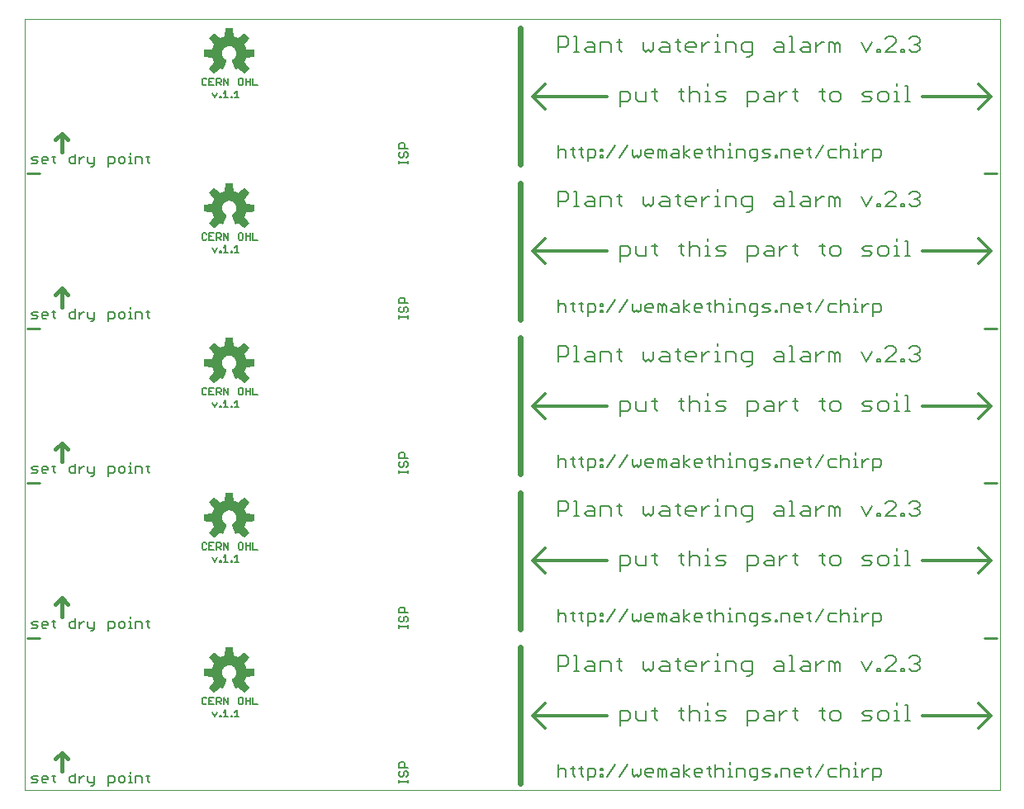
<source format=gto>
G75*
G70*
%OFA0B0*%
%FSLAX24Y24*%
%IPPOS*%
%LPD*%
%AMOC8*
5,1,8,0,0,1.08239X$1,22.5*
%
%ADD10C,0.0000*%
%ADD11C,0.0080*%
%ADD12C,0.0240*%
%ADD13C,0.0120*%
%ADD14C,0.0070*%
%ADD15C,0.0060*%
%ADD16C,0.0160*%
%ADD17C,0.0050*%
%ADD18C,0.0002*%
%ADD19C,0.0100*%
D10*
X000151Y001048D02*
X000151Y032169D01*
X039521Y032169D01*
X039521Y001048D01*
X000151Y001048D01*
D11*
X021691Y005838D02*
X021691Y006459D01*
X022001Y006459D01*
X022105Y006355D01*
X022105Y006148D01*
X022001Y006045D01*
X021691Y006045D01*
X022336Y005838D02*
X022543Y005838D01*
X022439Y005838D02*
X022439Y006459D01*
X022336Y006459D01*
X022869Y006252D02*
X023076Y006252D01*
X023179Y006148D01*
X023179Y005838D01*
X022869Y005838D01*
X022765Y005942D01*
X022869Y006045D01*
X023179Y006045D01*
X023410Y005838D02*
X023410Y006252D01*
X023720Y006252D01*
X023824Y006148D01*
X023824Y005838D01*
X024158Y005942D02*
X024261Y005838D01*
X024158Y005942D02*
X024158Y006355D01*
X024261Y006252D02*
X024054Y006252D01*
X025129Y006252D02*
X025129Y005942D01*
X025232Y005838D01*
X025335Y005942D01*
X025439Y005838D01*
X025542Y005942D01*
X025542Y006252D01*
X025877Y006252D02*
X026083Y006252D01*
X026187Y006148D01*
X026187Y005838D01*
X025877Y005838D01*
X025773Y005942D01*
X025877Y006045D01*
X026187Y006045D01*
X026418Y006252D02*
X026625Y006252D01*
X026521Y006355D02*
X026521Y005942D01*
X026625Y005838D01*
X026847Y005942D02*
X026847Y006148D01*
X026951Y006252D01*
X027158Y006252D01*
X027261Y006148D01*
X027261Y006045D01*
X026847Y006045D01*
X026847Y005942D02*
X026951Y005838D01*
X027158Y005838D01*
X027492Y005838D02*
X027492Y006252D01*
X027699Y006252D02*
X027802Y006252D01*
X027699Y006252D02*
X027492Y006045D01*
X028029Y005838D02*
X028236Y005838D01*
X028132Y005838D02*
X028132Y006252D01*
X028029Y006252D01*
X028132Y006459D02*
X028132Y006562D01*
X028459Y006252D02*
X028769Y006252D01*
X028872Y006148D01*
X028872Y005838D01*
X029103Y005942D02*
X029103Y006148D01*
X029207Y006252D01*
X029517Y006252D01*
X029517Y005735D01*
X029413Y005631D01*
X029310Y005631D01*
X029207Y005838D02*
X029517Y005838D01*
X029207Y005838D02*
X029103Y005942D01*
X028459Y005838D02*
X028459Y006252D01*
X027732Y004562D02*
X027732Y004459D01*
X027732Y004252D02*
X027732Y003838D01*
X027629Y003838D02*
X027835Y003838D01*
X028058Y003838D02*
X028369Y003838D01*
X028472Y003942D01*
X028369Y004045D01*
X028162Y004045D01*
X028058Y004148D01*
X028162Y004252D01*
X028472Y004252D01*
X027732Y004252D02*
X027629Y004252D01*
X027398Y004148D02*
X027398Y003838D01*
X027398Y004148D02*
X027294Y004252D01*
X027088Y004252D01*
X026984Y004148D01*
X026761Y004252D02*
X026554Y004252D01*
X026658Y004355D02*
X026658Y003942D01*
X026761Y003838D01*
X026984Y003838D02*
X026984Y004459D01*
X025687Y004252D02*
X025480Y004252D01*
X025584Y004355D02*
X025584Y003942D01*
X025687Y003838D01*
X025249Y003838D02*
X025249Y004252D01*
X024836Y004252D02*
X024836Y003942D01*
X024939Y003838D01*
X025249Y003838D01*
X024605Y003942D02*
X024605Y004148D01*
X024501Y004252D01*
X024191Y004252D01*
X024191Y003631D01*
X024191Y003838D02*
X024501Y003838D01*
X024605Y003942D01*
X029347Y003838D02*
X029658Y003838D01*
X029761Y003942D01*
X029761Y004148D01*
X029658Y004252D01*
X029347Y004252D01*
X029347Y003631D01*
X029992Y003942D02*
X030095Y004045D01*
X030406Y004045D01*
X030406Y004148D02*
X030406Y003838D01*
X030095Y003838D01*
X029992Y003942D01*
X030095Y004252D02*
X030302Y004252D01*
X030406Y004148D01*
X030636Y004045D02*
X030843Y004252D01*
X030947Y004252D01*
X031174Y004252D02*
X031380Y004252D01*
X031277Y004355D02*
X031277Y003942D01*
X031380Y003838D01*
X030636Y003838D02*
X030636Y004252D01*
X032248Y004252D02*
X032455Y004252D01*
X032351Y004355D02*
X032351Y003942D01*
X032455Y003838D01*
X032677Y003942D02*
X032677Y004148D01*
X032781Y004252D01*
X032988Y004252D01*
X033091Y004148D01*
X033091Y003942D01*
X032988Y003838D01*
X032781Y003838D01*
X032677Y003942D01*
X033966Y003838D02*
X034277Y003838D01*
X034380Y003942D01*
X034277Y004045D01*
X034070Y004045D01*
X033966Y004148D01*
X034070Y004252D01*
X034380Y004252D01*
X034611Y004148D02*
X034611Y003942D01*
X034714Y003838D01*
X034921Y003838D01*
X035025Y003942D01*
X035025Y004148D01*
X034921Y004252D01*
X034714Y004252D01*
X034611Y004148D01*
X035256Y004252D02*
X035359Y004252D01*
X035359Y003838D01*
X035256Y003838D02*
X035462Y003838D01*
X035685Y003838D02*
X035892Y003838D01*
X035789Y003838D02*
X035789Y004459D01*
X035685Y004459D01*
X035359Y004459D02*
X035359Y004562D01*
X035318Y005838D02*
X034904Y005838D01*
X035318Y006252D01*
X035318Y006355D01*
X035214Y006459D01*
X035007Y006459D01*
X034904Y006355D01*
X034351Y006252D02*
X034144Y005838D01*
X033937Y006252D01*
X034582Y005942D02*
X034685Y005942D01*
X034685Y005838D01*
X034582Y005838D01*
X034582Y005942D01*
X035548Y005942D02*
X035652Y005942D01*
X035652Y005838D01*
X035548Y005838D01*
X035548Y005942D01*
X035871Y005942D02*
X035974Y005838D01*
X036181Y005838D01*
X036284Y005942D01*
X036284Y006045D01*
X036181Y006148D01*
X036078Y006148D01*
X036181Y006148D02*
X036284Y006252D01*
X036284Y006355D01*
X036181Y006459D01*
X035974Y006459D01*
X035871Y006355D01*
X033062Y006148D02*
X033062Y005838D01*
X032855Y005838D02*
X032855Y006148D01*
X032958Y006252D01*
X033062Y006148D01*
X032855Y006148D02*
X032751Y006252D01*
X032648Y006252D01*
X032648Y005838D01*
X032421Y006252D02*
X032318Y006252D01*
X032111Y006045D01*
X032111Y005838D02*
X032111Y006252D01*
X031880Y006148D02*
X031880Y005838D01*
X031570Y005838D01*
X031466Y005942D01*
X031570Y006045D01*
X031880Y006045D01*
X031880Y006148D02*
X031777Y006252D01*
X031570Y006252D01*
X031140Y006459D02*
X031140Y005838D01*
X031037Y005838D02*
X031244Y005838D01*
X030806Y005838D02*
X030806Y006148D01*
X030703Y006252D01*
X030496Y006252D01*
X030496Y006045D02*
X030806Y006045D01*
X030806Y005838D02*
X030496Y005838D01*
X030392Y005942D01*
X030496Y006045D01*
X031037Y006459D02*
X031140Y006459D01*
X029347Y009881D02*
X029347Y010502D01*
X029658Y010502D01*
X029761Y010398D01*
X029761Y010192D01*
X029658Y010088D01*
X029347Y010088D01*
X029992Y010192D02*
X030095Y010295D01*
X030406Y010295D01*
X030406Y010398D02*
X030406Y010088D01*
X030095Y010088D01*
X029992Y010192D01*
X030095Y010502D02*
X030302Y010502D01*
X030406Y010398D01*
X030636Y010295D02*
X030843Y010502D01*
X030947Y010502D01*
X031174Y010502D02*
X031380Y010502D01*
X031277Y010605D02*
X031277Y010192D01*
X031380Y010088D01*
X030636Y010088D02*
X030636Y010502D01*
X032248Y010502D02*
X032455Y010502D01*
X032351Y010605D02*
X032351Y010192D01*
X032455Y010088D01*
X032677Y010192D02*
X032677Y010398D01*
X032781Y010502D01*
X032988Y010502D01*
X033091Y010398D01*
X033091Y010192D01*
X032988Y010088D01*
X032781Y010088D01*
X032677Y010192D01*
X033966Y010088D02*
X034277Y010088D01*
X034380Y010192D01*
X034277Y010295D01*
X034070Y010295D01*
X033966Y010398D01*
X034070Y010502D01*
X034380Y010502D01*
X034611Y010398D02*
X034611Y010192D01*
X034714Y010088D01*
X034921Y010088D01*
X035025Y010192D01*
X035025Y010398D01*
X034921Y010502D01*
X034714Y010502D01*
X034611Y010398D01*
X035256Y010502D02*
X035359Y010502D01*
X035359Y010088D01*
X035256Y010088D02*
X035462Y010088D01*
X035685Y010088D02*
X035892Y010088D01*
X035789Y010088D02*
X035789Y010709D01*
X035685Y010709D01*
X035359Y010709D02*
X035359Y010812D01*
X035318Y012088D02*
X034904Y012088D01*
X035318Y012502D01*
X035318Y012605D01*
X035214Y012709D01*
X035007Y012709D01*
X034904Y012605D01*
X034685Y012192D02*
X034685Y012088D01*
X034582Y012088D01*
X034582Y012192D01*
X034685Y012192D01*
X034351Y012502D02*
X034144Y012088D01*
X033937Y012502D01*
X033062Y012398D02*
X033062Y012088D01*
X032855Y012088D02*
X032855Y012398D01*
X032958Y012502D01*
X033062Y012398D01*
X032855Y012398D02*
X032751Y012502D01*
X032648Y012502D01*
X032648Y012088D01*
X032421Y012502D02*
X032318Y012502D01*
X032111Y012295D01*
X032111Y012088D02*
X032111Y012502D01*
X031880Y012398D02*
X031880Y012088D01*
X031570Y012088D01*
X031466Y012192D01*
X031570Y012295D01*
X031880Y012295D01*
X031880Y012398D02*
X031777Y012502D01*
X031570Y012502D01*
X031140Y012709D02*
X031140Y012088D01*
X031037Y012088D02*
X031244Y012088D01*
X030806Y012088D02*
X030806Y012398D01*
X030703Y012502D01*
X030496Y012502D01*
X030496Y012295D02*
X030806Y012295D01*
X030806Y012088D02*
X030496Y012088D01*
X030392Y012192D01*
X030496Y012295D01*
X031037Y012709D02*
X031140Y012709D01*
X029517Y012502D02*
X029517Y011985D01*
X029413Y011881D01*
X029310Y011881D01*
X029207Y012088D02*
X029517Y012088D01*
X029207Y012088D02*
X029103Y012192D01*
X029103Y012398D01*
X029207Y012502D01*
X029517Y012502D01*
X028872Y012398D02*
X028872Y012088D01*
X028872Y012398D02*
X028769Y012502D01*
X028459Y012502D01*
X028459Y012088D01*
X028236Y012088D02*
X028029Y012088D01*
X028132Y012088D02*
X028132Y012502D01*
X028029Y012502D01*
X027802Y012502D02*
X027699Y012502D01*
X027492Y012295D01*
X027492Y012088D02*
X027492Y012502D01*
X027261Y012398D02*
X027261Y012295D01*
X026847Y012295D01*
X026847Y012192D02*
X026847Y012398D01*
X026951Y012502D01*
X027158Y012502D01*
X027261Y012398D01*
X027158Y012088D02*
X026951Y012088D01*
X026847Y012192D01*
X026625Y012088D02*
X026521Y012192D01*
X026521Y012605D01*
X026418Y012502D02*
X026625Y012502D01*
X026187Y012398D02*
X026187Y012088D01*
X025877Y012088D01*
X025773Y012192D01*
X025877Y012295D01*
X026187Y012295D01*
X026187Y012398D02*
X026083Y012502D01*
X025877Y012502D01*
X025542Y012502D02*
X025542Y012192D01*
X025439Y012088D01*
X025335Y012192D01*
X025232Y012088D01*
X025129Y012192D01*
X025129Y012502D01*
X024261Y012502D02*
X024054Y012502D01*
X024158Y012605D02*
X024158Y012192D01*
X024261Y012088D01*
X023824Y012088D02*
X023824Y012398D01*
X023720Y012502D01*
X023410Y012502D01*
X023410Y012088D01*
X023179Y012088D02*
X023179Y012398D01*
X023076Y012502D01*
X022869Y012502D01*
X022869Y012295D02*
X023179Y012295D01*
X023179Y012088D02*
X022869Y012088D01*
X022765Y012192D01*
X022869Y012295D01*
X022543Y012088D02*
X022336Y012088D01*
X022439Y012088D02*
X022439Y012709D01*
X022336Y012709D01*
X022105Y012605D02*
X022105Y012398D01*
X022001Y012295D01*
X021691Y012295D01*
X021691Y012088D02*
X021691Y012709D01*
X022001Y012709D01*
X022105Y012605D01*
X024191Y010502D02*
X024501Y010502D01*
X024605Y010398D01*
X024605Y010192D01*
X024501Y010088D01*
X024191Y010088D01*
X024191Y009881D02*
X024191Y010502D01*
X024836Y010502D02*
X024836Y010192D01*
X024939Y010088D01*
X025249Y010088D01*
X025249Y010502D01*
X025480Y010502D02*
X025687Y010502D01*
X025584Y010605D02*
X025584Y010192D01*
X025687Y010088D01*
X026554Y010502D02*
X026761Y010502D01*
X026658Y010605D02*
X026658Y010192D01*
X026761Y010088D01*
X026984Y010088D02*
X026984Y010709D01*
X027088Y010502D02*
X027294Y010502D01*
X027398Y010398D01*
X027398Y010088D01*
X027629Y010088D02*
X027835Y010088D01*
X027732Y010088D02*
X027732Y010502D01*
X027629Y010502D01*
X027732Y010709D02*
X027732Y010812D01*
X028058Y010398D02*
X028162Y010502D01*
X028472Y010502D01*
X028369Y010295D02*
X028162Y010295D01*
X028058Y010398D01*
X028058Y010088D02*
X028369Y010088D01*
X028472Y010192D01*
X028369Y010295D01*
X027088Y010502D02*
X026984Y010398D01*
X028132Y012709D02*
X028132Y012812D01*
X029347Y016131D02*
X029347Y016752D01*
X029658Y016752D01*
X029761Y016648D01*
X029761Y016442D01*
X029658Y016338D01*
X029347Y016338D01*
X029992Y016442D02*
X030095Y016545D01*
X030406Y016545D01*
X030406Y016648D02*
X030406Y016338D01*
X030095Y016338D01*
X029992Y016442D01*
X030095Y016752D02*
X030302Y016752D01*
X030406Y016648D01*
X030636Y016545D02*
X030843Y016752D01*
X030947Y016752D01*
X031174Y016752D02*
X031380Y016752D01*
X031277Y016855D02*
X031277Y016442D01*
X031380Y016338D01*
X030636Y016338D02*
X030636Y016752D01*
X032248Y016752D02*
X032455Y016752D01*
X032351Y016855D02*
X032351Y016442D01*
X032455Y016338D01*
X032677Y016442D02*
X032677Y016648D01*
X032781Y016752D01*
X032988Y016752D01*
X033091Y016648D01*
X033091Y016442D01*
X032988Y016338D01*
X032781Y016338D01*
X032677Y016442D01*
X033966Y016338D02*
X034277Y016338D01*
X034380Y016442D01*
X034277Y016545D01*
X034070Y016545D01*
X033966Y016648D01*
X034070Y016752D01*
X034380Y016752D01*
X034611Y016648D02*
X034611Y016442D01*
X034714Y016338D01*
X034921Y016338D01*
X035025Y016442D01*
X035025Y016648D01*
X034921Y016752D01*
X034714Y016752D01*
X034611Y016648D01*
X035256Y016752D02*
X035359Y016752D01*
X035359Y016338D01*
X035256Y016338D02*
X035462Y016338D01*
X035685Y016338D02*
X035892Y016338D01*
X035789Y016338D02*
X035789Y016959D01*
X035685Y016959D01*
X035359Y016959D02*
X035359Y017062D01*
X035318Y018338D02*
X034904Y018338D01*
X035318Y018752D01*
X035318Y018855D01*
X035214Y018959D01*
X035007Y018959D01*
X034904Y018855D01*
X034685Y018442D02*
X034685Y018338D01*
X034582Y018338D01*
X034582Y018442D01*
X034685Y018442D01*
X034351Y018752D02*
X034144Y018338D01*
X033937Y018752D01*
X033062Y018648D02*
X033062Y018338D01*
X032855Y018338D02*
X032855Y018648D01*
X032958Y018752D01*
X033062Y018648D01*
X032855Y018648D02*
X032751Y018752D01*
X032648Y018752D01*
X032648Y018338D01*
X032421Y018752D02*
X032318Y018752D01*
X032111Y018545D01*
X032111Y018338D02*
X032111Y018752D01*
X031880Y018648D02*
X031880Y018338D01*
X031570Y018338D01*
X031466Y018442D01*
X031570Y018545D01*
X031880Y018545D01*
X031880Y018648D02*
X031777Y018752D01*
X031570Y018752D01*
X031140Y018959D02*
X031140Y018338D01*
X031037Y018338D02*
X031244Y018338D01*
X030806Y018338D02*
X030806Y018648D01*
X030703Y018752D01*
X030496Y018752D01*
X030496Y018545D02*
X030806Y018545D01*
X030806Y018338D02*
X030496Y018338D01*
X030392Y018442D01*
X030496Y018545D01*
X031037Y018959D02*
X031140Y018959D01*
X029517Y018752D02*
X029517Y018235D01*
X029413Y018131D01*
X029310Y018131D01*
X029207Y018338D02*
X029517Y018338D01*
X029207Y018338D02*
X029103Y018442D01*
X029103Y018648D01*
X029207Y018752D01*
X029517Y018752D01*
X028872Y018648D02*
X028872Y018338D01*
X028872Y018648D02*
X028769Y018752D01*
X028459Y018752D01*
X028459Y018338D01*
X028236Y018338D02*
X028029Y018338D01*
X028132Y018338D02*
X028132Y018752D01*
X028029Y018752D01*
X027802Y018752D02*
X027699Y018752D01*
X027492Y018545D01*
X027492Y018338D02*
X027492Y018752D01*
X027261Y018648D02*
X027261Y018545D01*
X026847Y018545D01*
X026847Y018442D02*
X026847Y018648D01*
X026951Y018752D01*
X027158Y018752D01*
X027261Y018648D01*
X027158Y018338D02*
X026951Y018338D01*
X026847Y018442D01*
X026625Y018338D02*
X026521Y018442D01*
X026521Y018855D01*
X026418Y018752D02*
X026625Y018752D01*
X026187Y018648D02*
X026187Y018338D01*
X025877Y018338D01*
X025773Y018442D01*
X025877Y018545D01*
X026187Y018545D01*
X026187Y018648D02*
X026083Y018752D01*
X025877Y018752D01*
X025542Y018752D02*
X025542Y018442D01*
X025439Y018338D01*
X025335Y018442D01*
X025232Y018338D01*
X025129Y018442D01*
X025129Y018752D01*
X024261Y018752D02*
X024054Y018752D01*
X024158Y018855D02*
X024158Y018442D01*
X024261Y018338D01*
X023824Y018338D02*
X023824Y018648D01*
X023720Y018752D01*
X023410Y018752D01*
X023410Y018338D01*
X023179Y018338D02*
X023179Y018648D01*
X023076Y018752D01*
X022869Y018752D01*
X022869Y018545D02*
X023179Y018545D01*
X023179Y018338D02*
X022869Y018338D01*
X022765Y018442D01*
X022869Y018545D01*
X022543Y018338D02*
X022336Y018338D01*
X022439Y018338D02*
X022439Y018959D01*
X022336Y018959D01*
X022105Y018855D02*
X022105Y018648D01*
X022001Y018545D01*
X021691Y018545D01*
X021691Y018338D02*
X021691Y018959D01*
X022001Y018959D01*
X022105Y018855D01*
X024191Y016752D02*
X024501Y016752D01*
X024605Y016648D01*
X024605Y016442D01*
X024501Y016338D01*
X024191Y016338D01*
X024191Y016131D02*
X024191Y016752D01*
X024836Y016752D02*
X024836Y016442D01*
X024939Y016338D01*
X025249Y016338D01*
X025249Y016752D01*
X025480Y016752D02*
X025687Y016752D01*
X025584Y016855D02*
X025584Y016442D01*
X025687Y016338D01*
X026554Y016752D02*
X026761Y016752D01*
X026658Y016855D02*
X026658Y016442D01*
X026761Y016338D01*
X026984Y016338D02*
X026984Y016959D01*
X027088Y016752D02*
X027294Y016752D01*
X027398Y016648D01*
X027398Y016338D01*
X027629Y016338D02*
X027835Y016338D01*
X027732Y016338D02*
X027732Y016752D01*
X027629Y016752D01*
X027732Y016959D02*
X027732Y017062D01*
X028058Y016648D02*
X028162Y016752D01*
X028472Y016752D01*
X028369Y016545D02*
X028162Y016545D01*
X028058Y016648D01*
X028058Y016338D02*
X028369Y016338D01*
X028472Y016442D01*
X028369Y016545D01*
X027088Y016752D02*
X026984Y016648D01*
X028132Y018959D02*
X028132Y019062D01*
X028058Y022588D02*
X028369Y022588D01*
X028472Y022692D01*
X028369Y022795D01*
X028162Y022795D01*
X028058Y022898D01*
X028162Y023002D01*
X028472Y023002D01*
X027732Y023002D02*
X027732Y022588D01*
X027629Y022588D02*
X027835Y022588D01*
X027398Y022588D02*
X027398Y022898D01*
X027294Y023002D01*
X027088Y023002D01*
X026984Y022898D01*
X026761Y023002D02*
X026554Y023002D01*
X026658Y023105D02*
X026658Y022692D01*
X026761Y022588D01*
X026984Y022588D02*
X026984Y023209D01*
X027629Y023002D02*
X027732Y023002D01*
X027732Y023209D02*
X027732Y023312D01*
X027492Y024588D02*
X027492Y025002D01*
X027699Y025002D02*
X027802Y025002D01*
X027699Y025002D02*
X027492Y024795D01*
X027261Y024795D02*
X026847Y024795D01*
X026847Y024898D02*
X026951Y025002D01*
X027158Y025002D01*
X027261Y024898D01*
X027261Y024795D01*
X027158Y024588D02*
X026951Y024588D01*
X026847Y024692D01*
X026847Y024898D01*
X026625Y025002D02*
X026418Y025002D01*
X026521Y025105D02*
X026521Y024692D01*
X026625Y024588D01*
X026187Y024588D02*
X025877Y024588D01*
X025773Y024692D01*
X025877Y024795D01*
X026187Y024795D01*
X026187Y024898D02*
X026187Y024588D01*
X026187Y024898D02*
X026083Y025002D01*
X025877Y025002D01*
X025542Y025002D02*
X025542Y024692D01*
X025439Y024588D01*
X025335Y024692D01*
X025232Y024588D01*
X025129Y024692D01*
X025129Y025002D01*
X024261Y025002D02*
X024054Y025002D01*
X024158Y025105D02*
X024158Y024692D01*
X024261Y024588D01*
X023824Y024588D02*
X023824Y024898D01*
X023720Y025002D01*
X023410Y025002D01*
X023410Y024588D01*
X023179Y024588D02*
X023179Y024898D01*
X023076Y025002D01*
X022869Y025002D01*
X022869Y024795D02*
X023179Y024795D01*
X023179Y024588D02*
X022869Y024588D01*
X022765Y024692D01*
X022869Y024795D01*
X022543Y024588D02*
X022336Y024588D01*
X022439Y024588D02*
X022439Y025209D01*
X022336Y025209D01*
X022105Y025105D02*
X022105Y024898D01*
X022001Y024795D01*
X021691Y024795D01*
X021691Y024588D02*
X021691Y025209D01*
X022001Y025209D01*
X022105Y025105D01*
X024191Y023002D02*
X024501Y023002D01*
X024605Y022898D01*
X024605Y022692D01*
X024501Y022588D01*
X024191Y022588D01*
X024191Y022381D02*
X024191Y023002D01*
X024836Y023002D02*
X024836Y022692D01*
X024939Y022588D01*
X025249Y022588D01*
X025249Y023002D01*
X025480Y023002D02*
X025687Y023002D01*
X025584Y023105D02*
X025584Y022692D01*
X025687Y022588D01*
X028029Y024588D02*
X028236Y024588D01*
X028132Y024588D02*
X028132Y025002D01*
X028029Y025002D01*
X028132Y025209D02*
X028132Y025312D01*
X028459Y025002D02*
X028769Y025002D01*
X028872Y024898D01*
X028872Y024588D01*
X029103Y024692D02*
X029207Y024588D01*
X029517Y024588D01*
X029517Y024485D02*
X029517Y025002D01*
X029207Y025002D01*
X029103Y024898D01*
X029103Y024692D01*
X029310Y024381D02*
X029413Y024381D01*
X029517Y024485D01*
X030392Y024692D02*
X030496Y024588D01*
X030806Y024588D01*
X030806Y024898D01*
X030703Y025002D01*
X030496Y025002D01*
X030496Y024795D02*
X030806Y024795D01*
X031037Y024588D02*
X031244Y024588D01*
X031140Y024588D02*
X031140Y025209D01*
X031037Y025209D01*
X031570Y025002D02*
X031777Y025002D01*
X031880Y024898D01*
X031880Y024588D01*
X031570Y024588D01*
X031466Y024692D01*
X031570Y024795D01*
X031880Y024795D01*
X032111Y024795D02*
X032318Y025002D01*
X032421Y025002D01*
X032648Y025002D02*
X032751Y025002D01*
X032855Y024898D01*
X032958Y025002D01*
X033062Y024898D01*
X033062Y024588D01*
X032855Y024588D02*
X032855Y024898D01*
X032648Y025002D02*
X032648Y024588D01*
X032111Y024588D02*
X032111Y025002D01*
X030496Y024795D02*
X030392Y024692D01*
X030302Y023002D02*
X030095Y023002D01*
X030095Y022795D02*
X030406Y022795D01*
X030406Y022898D02*
X030406Y022588D01*
X030095Y022588D01*
X029992Y022692D01*
X030095Y022795D01*
X030302Y023002D02*
X030406Y022898D01*
X030636Y022795D02*
X030843Y023002D01*
X030947Y023002D01*
X031174Y023002D02*
X031380Y023002D01*
X031277Y023105D02*
X031277Y022692D01*
X031380Y022588D01*
X030636Y022588D02*
X030636Y023002D01*
X029761Y022898D02*
X029761Y022692D01*
X029658Y022588D01*
X029347Y022588D01*
X029347Y022381D02*
X029347Y023002D01*
X029658Y023002D01*
X029761Y022898D01*
X028459Y024588D02*
X028459Y025002D01*
X032248Y023002D02*
X032455Y023002D01*
X032351Y023105D02*
X032351Y022692D01*
X032455Y022588D01*
X032677Y022692D02*
X032781Y022588D01*
X032988Y022588D01*
X033091Y022692D01*
X033091Y022898D01*
X032988Y023002D01*
X032781Y023002D01*
X032677Y022898D01*
X032677Y022692D01*
X033966Y022588D02*
X034277Y022588D01*
X034380Y022692D01*
X034277Y022795D01*
X034070Y022795D01*
X033966Y022898D01*
X034070Y023002D01*
X034380Y023002D01*
X034611Y022898D02*
X034611Y022692D01*
X034714Y022588D01*
X034921Y022588D01*
X035025Y022692D01*
X035025Y022898D01*
X034921Y023002D01*
X034714Y023002D01*
X034611Y022898D01*
X035256Y023002D02*
X035359Y023002D01*
X035359Y022588D01*
X035256Y022588D02*
X035462Y022588D01*
X035685Y022588D02*
X035892Y022588D01*
X035789Y022588D02*
X035789Y023209D01*
X035685Y023209D01*
X035359Y023209D02*
X035359Y023312D01*
X035318Y024588D02*
X034904Y024588D01*
X035318Y025002D01*
X035318Y025105D01*
X035214Y025209D01*
X035007Y025209D01*
X034904Y025105D01*
X034685Y024692D02*
X034685Y024588D01*
X034582Y024588D01*
X034582Y024692D01*
X034685Y024692D01*
X034351Y025002D02*
X034144Y024588D01*
X033937Y025002D01*
X035548Y024692D02*
X035548Y024588D01*
X035652Y024588D01*
X035652Y024692D01*
X035548Y024692D01*
X035871Y024692D02*
X035974Y024588D01*
X036181Y024588D01*
X036284Y024692D01*
X036284Y024795D01*
X036181Y024898D01*
X036078Y024898D01*
X036181Y024898D02*
X036284Y025002D01*
X036284Y025105D01*
X036181Y025209D01*
X035974Y025209D01*
X035871Y025105D01*
X035892Y028838D02*
X035685Y028838D01*
X035789Y028838D02*
X035789Y029459D01*
X035685Y029459D01*
X035359Y029459D02*
X035359Y029562D01*
X035359Y029252D02*
X035256Y029252D01*
X035359Y029252D02*
X035359Y028838D01*
X035256Y028838D02*
X035462Y028838D01*
X035025Y028942D02*
X035025Y029148D01*
X034921Y029252D01*
X034714Y029252D01*
X034611Y029148D01*
X034611Y028942D01*
X034714Y028838D01*
X034921Y028838D01*
X035025Y028942D01*
X034380Y028942D02*
X034277Y029045D01*
X034070Y029045D01*
X033966Y029148D01*
X034070Y029252D01*
X034380Y029252D01*
X034380Y028942D02*
X034277Y028838D01*
X033966Y028838D01*
X033091Y028942D02*
X033091Y029148D01*
X032988Y029252D01*
X032781Y029252D01*
X032677Y029148D01*
X032677Y028942D01*
X032781Y028838D01*
X032988Y028838D01*
X033091Y028942D01*
X032455Y028838D02*
X032351Y028942D01*
X032351Y029355D01*
X032248Y029252D02*
X032455Y029252D01*
X031380Y029252D02*
X031174Y029252D01*
X031277Y029355D02*
X031277Y028942D01*
X031380Y028838D01*
X030947Y029252D02*
X030843Y029252D01*
X030636Y029045D01*
X030636Y028838D02*
X030636Y029252D01*
X030406Y029148D02*
X030406Y028838D01*
X030095Y028838D01*
X029992Y028942D01*
X030095Y029045D01*
X030406Y029045D01*
X030406Y029148D02*
X030302Y029252D01*
X030095Y029252D01*
X029761Y029148D02*
X029761Y028942D01*
X029658Y028838D01*
X029347Y028838D01*
X029347Y028631D02*
X029347Y029252D01*
X029658Y029252D01*
X029761Y029148D01*
X028472Y029252D02*
X028162Y029252D01*
X028058Y029148D01*
X028162Y029045D01*
X028369Y029045D01*
X028472Y028942D01*
X028369Y028838D01*
X028058Y028838D01*
X027835Y028838D02*
X027629Y028838D01*
X027732Y028838D02*
X027732Y029252D01*
X027629Y029252D01*
X027732Y029459D02*
X027732Y029562D01*
X027398Y029148D02*
X027294Y029252D01*
X027088Y029252D01*
X026984Y029148D01*
X026761Y029252D02*
X026554Y029252D01*
X026658Y029355D02*
X026658Y028942D01*
X026761Y028838D01*
X026984Y028838D02*
X026984Y029459D01*
X027398Y029148D02*
X027398Y028838D01*
X025687Y028838D02*
X025584Y028942D01*
X025584Y029355D01*
X025687Y029252D02*
X025480Y029252D01*
X025249Y029252D02*
X025249Y028838D01*
X024939Y028838D01*
X024836Y028942D01*
X024836Y029252D01*
X024605Y029148D02*
X024605Y028942D01*
X024501Y028838D01*
X024191Y028838D01*
X024191Y028631D02*
X024191Y029252D01*
X024501Y029252D01*
X024605Y029148D01*
X024261Y030838D02*
X024158Y030942D01*
X024158Y031355D01*
X024261Y031252D02*
X024054Y031252D01*
X023824Y031148D02*
X023824Y030838D01*
X023824Y031148D02*
X023720Y031252D01*
X023410Y031252D01*
X023410Y030838D01*
X023179Y030838D02*
X023179Y031148D01*
X023076Y031252D01*
X022869Y031252D01*
X022869Y031045D02*
X023179Y031045D01*
X023179Y030838D02*
X022869Y030838D01*
X022765Y030942D01*
X022869Y031045D01*
X022543Y030838D02*
X022336Y030838D01*
X022439Y030838D02*
X022439Y031459D01*
X022336Y031459D01*
X022105Y031355D02*
X022105Y031148D01*
X022001Y031045D01*
X021691Y031045D01*
X021691Y030838D02*
X021691Y031459D01*
X022001Y031459D01*
X022105Y031355D01*
X025129Y031252D02*
X025129Y030942D01*
X025232Y030838D01*
X025335Y030942D01*
X025439Y030838D01*
X025542Y030942D01*
X025542Y031252D01*
X025877Y031252D02*
X026083Y031252D01*
X026187Y031148D01*
X026187Y030838D01*
X025877Y030838D01*
X025773Y030942D01*
X025877Y031045D01*
X026187Y031045D01*
X026418Y031252D02*
X026625Y031252D01*
X026521Y031355D02*
X026521Y030942D01*
X026625Y030838D01*
X026847Y030942D02*
X026847Y031148D01*
X026951Y031252D01*
X027158Y031252D01*
X027261Y031148D01*
X027261Y031045D01*
X026847Y031045D01*
X026847Y030942D02*
X026951Y030838D01*
X027158Y030838D01*
X027492Y030838D02*
X027492Y031252D01*
X027699Y031252D02*
X027802Y031252D01*
X027699Y031252D02*
X027492Y031045D01*
X028029Y030838D02*
X028236Y030838D01*
X028132Y030838D02*
X028132Y031252D01*
X028029Y031252D01*
X028132Y031459D02*
X028132Y031562D01*
X028459Y031252D02*
X028769Y031252D01*
X028872Y031148D01*
X028872Y030838D01*
X029103Y030942D02*
X029103Y031148D01*
X029207Y031252D01*
X029517Y031252D01*
X029517Y030735D01*
X029413Y030631D01*
X029310Y030631D01*
X029207Y030838D02*
X029517Y030838D01*
X029207Y030838D02*
X029103Y030942D01*
X028459Y030838D02*
X028459Y031252D01*
X030392Y030942D02*
X030496Y031045D01*
X030806Y031045D01*
X030806Y031148D02*
X030806Y030838D01*
X030496Y030838D01*
X030392Y030942D01*
X030496Y031252D02*
X030703Y031252D01*
X030806Y031148D01*
X031037Y030838D02*
X031244Y030838D01*
X031140Y030838D02*
X031140Y031459D01*
X031037Y031459D01*
X031570Y031252D02*
X031777Y031252D01*
X031880Y031148D01*
X031880Y030838D01*
X031570Y030838D01*
X031466Y030942D01*
X031570Y031045D01*
X031880Y031045D01*
X032111Y031045D02*
X032318Y031252D01*
X032421Y031252D01*
X032648Y031252D02*
X032648Y030838D01*
X032855Y030838D02*
X032855Y031148D01*
X032958Y031252D01*
X033062Y031148D01*
X033062Y030838D01*
X032855Y031148D02*
X032751Y031252D01*
X032648Y031252D01*
X032111Y031252D02*
X032111Y030838D01*
X033937Y031252D02*
X034144Y030838D01*
X034351Y031252D01*
X034582Y030942D02*
X034685Y030942D01*
X034685Y030838D01*
X034582Y030838D01*
X034582Y030942D01*
X034904Y030838D02*
X035318Y031252D01*
X035318Y031355D01*
X035214Y031459D01*
X035007Y031459D01*
X034904Y031355D01*
X034904Y030838D02*
X035318Y030838D01*
X035548Y030838D02*
X035652Y030838D01*
X035652Y030942D01*
X035548Y030942D01*
X035548Y030838D01*
X035871Y030942D02*
X035974Y030838D01*
X036181Y030838D01*
X036284Y030942D01*
X036284Y031045D01*
X036181Y031148D01*
X036078Y031148D01*
X036181Y031148D02*
X036284Y031252D01*
X036284Y031355D01*
X036181Y031459D01*
X035974Y031459D01*
X035871Y031355D01*
X035974Y018959D02*
X036181Y018959D01*
X036284Y018855D01*
X036284Y018752D01*
X036181Y018648D01*
X036284Y018545D01*
X036284Y018442D01*
X036181Y018338D01*
X035974Y018338D01*
X035871Y018442D01*
X035652Y018442D02*
X035652Y018338D01*
X035548Y018338D01*
X035548Y018442D01*
X035652Y018442D01*
X035871Y018855D02*
X035974Y018959D01*
X036078Y018648D02*
X036181Y018648D01*
X036181Y012709D02*
X035974Y012709D01*
X035871Y012605D01*
X036078Y012398D02*
X036181Y012398D01*
X036284Y012295D01*
X036284Y012192D01*
X036181Y012088D01*
X035974Y012088D01*
X035871Y012192D01*
X035652Y012192D02*
X035652Y012088D01*
X035548Y012088D01*
X035548Y012192D01*
X035652Y012192D01*
X036181Y012398D02*
X036284Y012502D01*
X036284Y012605D01*
X036181Y012709D01*
D12*
X020151Y013048D02*
X020151Y007548D01*
X020151Y006798D02*
X020151Y001298D01*
X020151Y013798D02*
X020151Y019298D01*
X020151Y020048D02*
X020151Y025548D01*
X020151Y026298D02*
X020151Y031798D01*
D13*
X021151Y029548D02*
X020651Y029048D01*
X021151Y028548D01*
X020651Y029048D02*
X023651Y029048D01*
X021151Y023298D02*
X020651Y022798D01*
X021151Y022298D01*
X020651Y022798D02*
X023651Y022798D01*
X021151Y017048D02*
X020651Y016548D01*
X021151Y016048D01*
X020651Y016548D02*
X023651Y016548D01*
X021151Y010798D02*
X020651Y010298D01*
X021151Y009798D01*
X020651Y010298D02*
X023651Y010298D01*
X021151Y004548D02*
X020651Y004048D01*
X021151Y003548D01*
X020651Y004048D02*
X023651Y004048D01*
X036401Y004048D02*
X039151Y004048D01*
X038651Y003548D01*
X039151Y004048D02*
X038651Y004548D01*
X038651Y009798D02*
X039151Y010298D01*
X038651Y010798D01*
X039151Y010298D02*
X036401Y010298D01*
X038651Y016048D02*
X039151Y016548D01*
X038651Y017048D01*
X039151Y016548D02*
X036401Y016548D01*
X038651Y022298D02*
X039151Y022798D01*
X038651Y023298D01*
X039151Y022798D02*
X036401Y022798D01*
X038651Y028548D02*
X039151Y029048D01*
X038651Y029548D01*
X039151Y029048D02*
X036401Y029048D01*
D14*
X034650Y026910D02*
X034405Y026910D01*
X034405Y026420D01*
X034405Y026583D02*
X034650Y026583D01*
X034732Y026665D01*
X034732Y026828D01*
X034650Y026910D01*
X034220Y026910D02*
X034139Y026910D01*
X033975Y026747D01*
X033975Y026910D02*
X033975Y026583D01*
X033795Y026583D02*
X033631Y026583D01*
X033713Y026583D02*
X033713Y026910D01*
X033631Y026910D01*
X033713Y027074D02*
X033713Y027155D01*
X033443Y026828D02*
X033443Y026583D01*
X033443Y026828D02*
X033361Y026910D01*
X033198Y026910D01*
X033116Y026828D01*
X032927Y026910D02*
X032682Y026910D01*
X032600Y026828D01*
X032600Y026665D01*
X032682Y026583D01*
X032927Y026583D01*
X033116Y026583D02*
X033116Y027074D01*
X032412Y027074D02*
X032085Y026583D01*
X031904Y026583D02*
X031823Y026665D01*
X031823Y026992D01*
X031741Y026910D02*
X031904Y026910D01*
X031552Y026828D02*
X031552Y026747D01*
X031225Y026747D01*
X031225Y026828D02*
X031307Y026910D01*
X031470Y026910D01*
X031552Y026828D01*
X031470Y026583D02*
X031307Y026583D01*
X031225Y026665D01*
X031225Y026828D01*
X031037Y026828D02*
X031037Y026583D01*
X031037Y026828D02*
X030955Y026910D01*
X030710Y026910D01*
X030710Y026583D01*
X030534Y026583D02*
X030534Y026665D01*
X030452Y026665D01*
X030452Y026583D01*
X030534Y026583D01*
X030263Y026665D02*
X030181Y026583D01*
X029936Y026583D01*
X030018Y026747D02*
X029936Y026828D01*
X030018Y026910D01*
X030263Y026910D01*
X030181Y026747D02*
X030018Y026747D01*
X030181Y026747D02*
X030263Y026665D01*
X029747Y026583D02*
X029502Y026583D01*
X029421Y026665D01*
X029421Y026828D01*
X029502Y026910D01*
X029747Y026910D01*
X029747Y026501D01*
X029666Y026420D01*
X029584Y026420D01*
X029232Y026583D02*
X029232Y026828D01*
X029150Y026910D01*
X028905Y026910D01*
X028905Y026583D01*
X028725Y026583D02*
X028561Y026583D01*
X028643Y026583D02*
X028643Y026910D01*
X028561Y026910D01*
X028643Y027074D02*
X028643Y027155D01*
X028372Y026828D02*
X028372Y026583D01*
X028372Y026828D02*
X028291Y026910D01*
X028127Y026910D01*
X028046Y026828D01*
X027865Y026910D02*
X027702Y026910D01*
X027784Y026992D02*
X027784Y026665D01*
X027865Y026583D01*
X028046Y026583D02*
X028046Y027074D01*
X027513Y026828D02*
X027513Y026747D01*
X027186Y026747D01*
X027186Y026828D02*
X027268Y026910D01*
X027431Y026910D01*
X027513Y026828D01*
X027431Y026583D02*
X027268Y026583D01*
X027186Y026665D01*
X027186Y026828D01*
X027002Y026910D02*
X026756Y026747D01*
X027002Y026583D01*
X026756Y026583D02*
X026756Y027074D01*
X026568Y026828D02*
X026568Y026583D01*
X026323Y026583D01*
X026241Y026665D01*
X026323Y026747D01*
X026568Y026747D01*
X026568Y026828D02*
X026486Y026910D01*
X026323Y026910D01*
X026052Y026828D02*
X026052Y026583D01*
X025889Y026583D02*
X025889Y026828D01*
X025970Y026910D01*
X026052Y026828D01*
X025889Y026828D02*
X025807Y026910D01*
X025725Y026910D01*
X025725Y026583D01*
X025537Y026747D02*
X025210Y026747D01*
X025210Y026828D02*
X025291Y026910D01*
X025455Y026910D01*
X025537Y026828D01*
X025537Y026747D01*
X025455Y026583D02*
X025291Y026583D01*
X025210Y026665D01*
X025210Y026828D01*
X025021Y026910D02*
X025021Y026665D01*
X024939Y026583D01*
X024857Y026665D01*
X024776Y026583D01*
X024694Y026665D01*
X024694Y026910D01*
X024505Y027074D02*
X024178Y026583D01*
X023663Y026583D02*
X023990Y027074D01*
X023487Y026910D02*
X023487Y026828D01*
X023405Y026828D01*
X023405Y026910D01*
X023487Y026910D01*
X023487Y026665D02*
X023487Y026583D01*
X023405Y026583D01*
X023405Y026665D01*
X023487Y026665D01*
X023216Y026665D02*
X023134Y026583D01*
X022889Y026583D01*
X022889Y026420D02*
X022889Y026910D01*
X023134Y026910D01*
X023216Y026828D01*
X023216Y026665D01*
X022709Y026583D02*
X022627Y026665D01*
X022627Y026992D01*
X022546Y026910D02*
X022709Y026910D01*
X022365Y026910D02*
X022202Y026910D01*
X022284Y026992D02*
X022284Y026665D01*
X022365Y026583D01*
X022013Y026583D02*
X022013Y026828D01*
X021931Y026910D01*
X021768Y026910D01*
X021686Y026828D01*
X021686Y026583D02*
X021686Y027074D01*
X021686Y020824D02*
X021686Y020333D01*
X021686Y020578D02*
X021768Y020660D01*
X021931Y020660D01*
X022013Y020578D01*
X022013Y020333D01*
X022284Y020415D02*
X022284Y020742D01*
X022202Y020660D02*
X022365Y020660D01*
X022546Y020660D02*
X022709Y020660D01*
X022627Y020742D02*
X022627Y020415D01*
X022709Y020333D01*
X022889Y020333D02*
X023134Y020333D01*
X023216Y020415D01*
X023216Y020578D01*
X023134Y020660D01*
X022889Y020660D01*
X022889Y020170D01*
X023405Y020333D02*
X023405Y020415D01*
X023487Y020415D01*
X023487Y020333D01*
X023405Y020333D01*
X023405Y020578D02*
X023405Y020660D01*
X023487Y020660D01*
X023487Y020578D01*
X023405Y020578D01*
X023663Y020333D02*
X023990Y020824D01*
X024505Y020824D02*
X024178Y020333D01*
X024694Y020415D02*
X024776Y020333D01*
X024857Y020415D01*
X024939Y020333D01*
X025021Y020415D01*
X025021Y020660D01*
X025210Y020578D02*
X025291Y020660D01*
X025455Y020660D01*
X025537Y020578D01*
X025537Y020497D01*
X025210Y020497D01*
X025210Y020578D02*
X025210Y020415D01*
X025291Y020333D01*
X025455Y020333D01*
X025725Y020333D02*
X025725Y020660D01*
X025807Y020660D01*
X025889Y020578D01*
X025970Y020660D01*
X026052Y020578D01*
X026052Y020333D01*
X025889Y020333D02*
X025889Y020578D01*
X026241Y020415D02*
X026323Y020497D01*
X026568Y020497D01*
X026568Y020578D02*
X026568Y020333D01*
X026323Y020333D01*
X026241Y020415D01*
X026323Y020660D02*
X026486Y020660D01*
X026568Y020578D01*
X026756Y020497D02*
X027002Y020660D01*
X027186Y020578D02*
X027268Y020660D01*
X027431Y020660D01*
X027513Y020578D01*
X027513Y020497D01*
X027186Y020497D01*
X027186Y020578D02*
X027186Y020415D01*
X027268Y020333D01*
X027431Y020333D01*
X027784Y020415D02*
X027784Y020742D01*
X027702Y020660D02*
X027865Y020660D01*
X028046Y020578D02*
X028127Y020660D01*
X028291Y020660D01*
X028372Y020578D01*
X028372Y020333D01*
X028561Y020333D02*
X028725Y020333D01*
X028643Y020333D02*
X028643Y020660D01*
X028561Y020660D01*
X028643Y020824D02*
X028643Y020905D01*
X028905Y020660D02*
X029150Y020660D01*
X029232Y020578D01*
X029232Y020333D01*
X029421Y020415D02*
X029502Y020333D01*
X029747Y020333D01*
X029747Y020251D02*
X029747Y020660D01*
X029502Y020660D01*
X029421Y020578D01*
X029421Y020415D01*
X029584Y020170D02*
X029666Y020170D01*
X029747Y020251D01*
X029936Y020333D02*
X030181Y020333D01*
X030263Y020415D01*
X030181Y020497D01*
X030018Y020497D01*
X029936Y020578D01*
X030018Y020660D01*
X030263Y020660D01*
X030452Y020415D02*
X030534Y020415D01*
X030534Y020333D01*
X030452Y020333D01*
X030452Y020415D01*
X030710Y020333D02*
X030710Y020660D01*
X030955Y020660D01*
X031037Y020578D01*
X031037Y020333D01*
X031225Y020415D02*
X031225Y020578D01*
X031307Y020660D01*
X031470Y020660D01*
X031552Y020578D01*
X031552Y020497D01*
X031225Y020497D01*
X031225Y020415D02*
X031307Y020333D01*
X031470Y020333D01*
X031823Y020415D02*
X031823Y020742D01*
X031741Y020660D02*
X031904Y020660D01*
X031823Y020415D02*
X031904Y020333D01*
X032085Y020333D02*
X032412Y020824D01*
X032600Y020578D02*
X032600Y020415D01*
X032682Y020333D01*
X032927Y020333D01*
X033116Y020333D02*
X033116Y020824D01*
X033198Y020660D02*
X033361Y020660D01*
X033443Y020578D01*
X033443Y020333D01*
X033631Y020333D02*
X033795Y020333D01*
X033713Y020333D02*
X033713Y020660D01*
X033631Y020660D01*
X033713Y020824D02*
X033713Y020905D01*
X033975Y020660D02*
X033975Y020333D01*
X033975Y020497D02*
X034139Y020660D01*
X034220Y020660D01*
X034405Y020660D02*
X034650Y020660D01*
X034732Y020578D01*
X034732Y020415D01*
X034650Y020333D01*
X034405Y020333D01*
X034405Y020170D02*
X034405Y020660D01*
X033198Y020660D02*
X033116Y020578D01*
X032927Y020660D02*
X032682Y020660D01*
X032600Y020578D01*
X028905Y020660D02*
X028905Y020333D01*
X028046Y020333D02*
X028046Y020824D01*
X027784Y020415D02*
X027865Y020333D01*
X027002Y020333D02*
X026756Y020497D01*
X026756Y020333D02*
X026756Y020824D01*
X024694Y020660D02*
X024694Y020415D01*
X022365Y020333D02*
X022284Y020415D01*
X028643Y014655D02*
X028643Y014574D01*
X028643Y014410D02*
X028643Y014083D01*
X028561Y014083D02*
X028725Y014083D01*
X028905Y014083D02*
X028905Y014410D01*
X029150Y014410D01*
X029232Y014328D01*
X029232Y014083D01*
X029421Y014165D02*
X029421Y014328D01*
X029502Y014410D01*
X029747Y014410D01*
X029747Y014001D01*
X029666Y013920D01*
X029584Y013920D01*
X029502Y014083D02*
X029747Y014083D01*
X029936Y014083D02*
X030181Y014083D01*
X030263Y014165D01*
X030181Y014247D01*
X030018Y014247D01*
X029936Y014328D01*
X030018Y014410D01*
X030263Y014410D01*
X030452Y014165D02*
X030534Y014165D01*
X030534Y014083D01*
X030452Y014083D01*
X030452Y014165D01*
X030710Y014083D02*
X030710Y014410D01*
X030955Y014410D01*
X031037Y014328D01*
X031037Y014083D01*
X031225Y014165D02*
X031225Y014328D01*
X031307Y014410D01*
X031470Y014410D01*
X031552Y014328D01*
X031552Y014247D01*
X031225Y014247D01*
X031225Y014165D02*
X031307Y014083D01*
X031470Y014083D01*
X031823Y014165D02*
X031823Y014492D01*
X031741Y014410D02*
X031904Y014410D01*
X031823Y014165D02*
X031904Y014083D01*
X032085Y014083D02*
X032412Y014574D01*
X032600Y014328D02*
X032600Y014165D01*
X032682Y014083D01*
X032927Y014083D01*
X033116Y014083D02*
X033116Y014574D01*
X033198Y014410D02*
X033361Y014410D01*
X033443Y014328D01*
X033443Y014083D01*
X033631Y014083D02*
X033795Y014083D01*
X033713Y014083D02*
X033713Y014410D01*
X033631Y014410D01*
X033713Y014574D02*
X033713Y014655D01*
X033975Y014410D02*
X033975Y014083D01*
X033975Y014247D02*
X034139Y014410D01*
X034220Y014410D01*
X034405Y014410D02*
X034650Y014410D01*
X034732Y014328D01*
X034732Y014165D01*
X034650Y014083D01*
X034405Y014083D01*
X034405Y013920D02*
X034405Y014410D01*
X033198Y014410D02*
X033116Y014328D01*
X032927Y014410D02*
X032682Y014410D01*
X032600Y014328D01*
X029502Y014083D02*
X029421Y014165D01*
X028643Y014410D02*
X028561Y014410D01*
X028372Y014328D02*
X028372Y014083D01*
X028372Y014328D02*
X028291Y014410D01*
X028127Y014410D01*
X028046Y014328D01*
X027865Y014410D02*
X027702Y014410D01*
X027784Y014492D02*
X027784Y014165D01*
X027865Y014083D01*
X028046Y014083D02*
X028046Y014574D01*
X027513Y014328D02*
X027513Y014247D01*
X027186Y014247D01*
X027186Y014328D02*
X027186Y014165D01*
X027268Y014083D01*
X027431Y014083D01*
X027513Y014328D02*
X027431Y014410D01*
X027268Y014410D01*
X027186Y014328D01*
X027002Y014410D02*
X026756Y014247D01*
X027002Y014083D01*
X026756Y014083D02*
X026756Y014574D01*
X026568Y014328D02*
X026568Y014083D01*
X026323Y014083D01*
X026241Y014165D01*
X026323Y014247D01*
X026568Y014247D01*
X026568Y014328D02*
X026486Y014410D01*
X026323Y014410D01*
X026052Y014328D02*
X026052Y014083D01*
X025889Y014083D02*
X025889Y014328D01*
X025970Y014410D01*
X026052Y014328D01*
X025889Y014328D02*
X025807Y014410D01*
X025725Y014410D01*
X025725Y014083D01*
X025537Y014247D02*
X025210Y014247D01*
X025210Y014328D02*
X025210Y014165D01*
X025291Y014083D01*
X025455Y014083D01*
X025537Y014247D02*
X025537Y014328D01*
X025455Y014410D01*
X025291Y014410D01*
X025210Y014328D01*
X025021Y014410D02*
X025021Y014165D01*
X024939Y014083D01*
X024857Y014165D01*
X024776Y014083D01*
X024694Y014165D01*
X024694Y014410D01*
X024505Y014574D02*
X024178Y014083D01*
X023663Y014083D02*
X023990Y014574D01*
X023487Y014410D02*
X023487Y014328D01*
X023405Y014328D01*
X023405Y014410D01*
X023487Y014410D01*
X023487Y014165D02*
X023405Y014165D01*
X023405Y014083D01*
X023487Y014083D01*
X023487Y014165D01*
X023216Y014165D02*
X023216Y014328D01*
X023134Y014410D01*
X022889Y014410D01*
X022889Y013920D01*
X022889Y014083D02*
X023134Y014083D01*
X023216Y014165D01*
X022709Y014083D02*
X022627Y014165D01*
X022627Y014492D01*
X022546Y014410D02*
X022709Y014410D01*
X022365Y014410D02*
X022202Y014410D01*
X022284Y014492D02*
X022284Y014165D01*
X022365Y014083D01*
X022013Y014083D02*
X022013Y014328D01*
X021931Y014410D01*
X021768Y014410D01*
X021686Y014328D01*
X021686Y014083D02*
X021686Y014574D01*
X021686Y008324D02*
X021686Y007833D01*
X021686Y008078D02*
X021768Y008160D01*
X021931Y008160D01*
X022013Y008078D01*
X022013Y007833D01*
X022284Y007915D02*
X022284Y008242D01*
X022202Y008160D02*
X022365Y008160D01*
X022546Y008160D02*
X022709Y008160D01*
X022627Y008242D02*
X022627Y007915D01*
X022709Y007833D01*
X022889Y007833D02*
X023134Y007833D01*
X023216Y007915D01*
X023216Y008078D01*
X023134Y008160D01*
X022889Y008160D01*
X022889Y007670D01*
X023405Y007833D02*
X023405Y007915D01*
X023487Y007915D01*
X023487Y007833D01*
X023405Y007833D01*
X023405Y008078D02*
X023405Y008160D01*
X023487Y008160D01*
X023487Y008078D01*
X023405Y008078D01*
X023663Y007833D02*
X023990Y008324D01*
X024505Y008324D02*
X024178Y007833D01*
X024694Y007915D02*
X024776Y007833D01*
X024857Y007915D01*
X024939Y007833D01*
X025021Y007915D01*
X025021Y008160D01*
X025210Y008078D02*
X025291Y008160D01*
X025455Y008160D01*
X025537Y008078D01*
X025537Y007997D01*
X025210Y007997D01*
X025210Y008078D02*
X025210Y007915D01*
X025291Y007833D01*
X025455Y007833D01*
X025725Y007833D02*
X025725Y008160D01*
X025807Y008160D01*
X025889Y008078D01*
X025970Y008160D01*
X026052Y008078D01*
X026052Y007833D01*
X025889Y007833D02*
X025889Y008078D01*
X026241Y007915D02*
X026323Y007997D01*
X026568Y007997D01*
X026568Y008078D02*
X026568Y007833D01*
X026323Y007833D01*
X026241Y007915D01*
X026323Y008160D02*
X026486Y008160D01*
X026568Y008078D01*
X026756Y007997D02*
X027002Y008160D01*
X027186Y008078D02*
X027268Y008160D01*
X027431Y008160D01*
X027513Y008078D01*
X027513Y007997D01*
X027186Y007997D01*
X027186Y008078D02*
X027186Y007915D01*
X027268Y007833D01*
X027431Y007833D01*
X027784Y007915D02*
X027784Y008242D01*
X027702Y008160D02*
X027865Y008160D01*
X028046Y008078D02*
X028127Y008160D01*
X028291Y008160D01*
X028372Y008078D01*
X028372Y007833D01*
X028561Y007833D02*
X028725Y007833D01*
X028643Y007833D02*
X028643Y008160D01*
X028561Y008160D01*
X028643Y008324D02*
X028643Y008405D01*
X028905Y008160D02*
X029150Y008160D01*
X029232Y008078D01*
X029232Y007833D01*
X029421Y007915D02*
X029421Y008078D01*
X029502Y008160D01*
X029747Y008160D01*
X029747Y007751D01*
X029666Y007670D01*
X029584Y007670D01*
X029502Y007833D02*
X029747Y007833D01*
X029936Y007833D02*
X030181Y007833D01*
X030263Y007915D01*
X030181Y007997D01*
X030018Y007997D01*
X029936Y008078D01*
X030018Y008160D01*
X030263Y008160D01*
X030452Y007915D02*
X030534Y007915D01*
X030534Y007833D01*
X030452Y007833D01*
X030452Y007915D01*
X030710Y007833D02*
X030710Y008160D01*
X030955Y008160D01*
X031037Y008078D01*
X031037Y007833D01*
X031225Y007915D02*
X031225Y008078D01*
X031307Y008160D01*
X031470Y008160D01*
X031552Y008078D01*
X031552Y007997D01*
X031225Y007997D01*
X031225Y007915D02*
X031307Y007833D01*
X031470Y007833D01*
X031823Y007915D02*
X031823Y008242D01*
X031741Y008160D02*
X031904Y008160D01*
X031823Y007915D02*
X031904Y007833D01*
X032085Y007833D02*
X032412Y008324D01*
X032600Y008078D02*
X032600Y007915D01*
X032682Y007833D01*
X032927Y007833D01*
X033116Y007833D02*
X033116Y008324D01*
X033198Y008160D02*
X033361Y008160D01*
X033443Y008078D01*
X033443Y007833D01*
X033631Y007833D02*
X033795Y007833D01*
X033713Y007833D02*
X033713Y008160D01*
X033631Y008160D01*
X033713Y008324D02*
X033713Y008405D01*
X033975Y008160D02*
X033975Y007833D01*
X033975Y007997D02*
X034139Y008160D01*
X034220Y008160D01*
X034405Y008160D02*
X034650Y008160D01*
X034732Y008078D01*
X034732Y007915D01*
X034650Y007833D01*
X034405Y007833D01*
X034405Y007670D02*
X034405Y008160D01*
X033198Y008160D02*
X033116Y008078D01*
X032927Y008160D02*
X032682Y008160D01*
X032600Y008078D01*
X029502Y007833D02*
X029421Y007915D01*
X028905Y007833D02*
X028905Y008160D01*
X028046Y008324D02*
X028046Y007833D01*
X027865Y007833D02*
X027784Y007915D01*
X027002Y007833D02*
X026756Y007997D01*
X026756Y007833D02*
X026756Y008324D01*
X024694Y008160D02*
X024694Y007915D01*
X022365Y007833D02*
X022284Y007915D01*
X021686Y002074D02*
X021686Y001583D01*
X021686Y001828D02*
X021768Y001910D01*
X021931Y001910D01*
X022013Y001828D01*
X022013Y001583D01*
X022284Y001665D02*
X022365Y001583D01*
X022284Y001665D02*
X022284Y001992D01*
X022202Y001910D02*
X022365Y001910D01*
X022546Y001910D02*
X022709Y001910D01*
X022627Y001992D02*
X022627Y001665D01*
X022709Y001583D01*
X022889Y001583D02*
X023134Y001583D01*
X023216Y001665D01*
X023216Y001828D01*
X023134Y001910D01*
X022889Y001910D01*
X022889Y001420D01*
X023405Y001583D02*
X023405Y001665D01*
X023487Y001665D01*
X023487Y001583D01*
X023405Y001583D01*
X023405Y001828D02*
X023405Y001910D01*
X023487Y001910D01*
X023487Y001828D01*
X023405Y001828D01*
X023663Y001583D02*
X023990Y002074D01*
X024505Y002074D02*
X024178Y001583D01*
X024694Y001665D02*
X024776Y001583D01*
X024857Y001665D01*
X024939Y001583D01*
X025021Y001665D01*
X025021Y001910D01*
X025210Y001828D02*
X025291Y001910D01*
X025455Y001910D01*
X025537Y001828D01*
X025537Y001747D01*
X025210Y001747D01*
X025210Y001828D02*
X025210Y001665D01*
X025291Y001583D01*
X025455Y001583D01*
X025725Y001583D02*
X025725Y001910D01*
X025807Y001910D01*
X025889Y001828D01*
X025970Y001910D01*
X026052Y001828D01*
X026052Y001583D01*
X025889Y001583D02*
X025889Y001828D01*
X026241Y001665D02*
X026323Y001583D01*
X026568Y001583D01*
X026568Y001828D01*
X026486Y001910D01*
X026323Y001910D01*
X026323Y001747D02*
X026568Y001747D01*
X026756Y001747D02*
X027002Y001910D01*
X027186Y001828D02*
X027268Y001910D01*
X027431Y001910D01*
X027513Y001828D01*
X027513Y001747D01*
X027186Y001747D01*
X027186Y001828D02*
X027186Y001665D01*
X027268Y001583D01*
X027431Y001583D01*
X027784Y001665D02*
X027865Y001583D01*
X027784Y001665D02*
X027784Y001992D01*
X027702Y001910D02*
X027865Y001910D01*
X028046Y001828D02*
X028127Y001910D01*
X028291Y001910D01*
X028372Y001828D01*
X028372Y001583D01*
X028561Y001583D02*
X028725Y001583D01*
X028643Y001583D02*
X028643Y001910D01*
X028561Y001910D01*
X028643Y002074D02*
X028643Y002155D01*
X028905Y001910D02*
X029150Y001910D01*
X029232Y001828D01*
X029232Y001583D01*
X029421Y001665D02*
X029502Y001583D01*
X029747Y001583D01*
X029747Y001501D02*
X029747Y001910D01*
X029502Y001910D01*
X029421Y001828D01*
X029421Y001665D01*
X029584Y001420D02*
X029666Y001420D01*
X029747Y001501D01*
X029936Y001583D02*
X030181Y001583D01*
X030263Y001665D01*
X030181Y001747D01*
X030018Y001747D01*
X029936Y001828D01*
X030018Y001910D01*
X030263Y001910D01*
X030452Y001665D02*
X030534Y001665D01*
X030534Y001583D01*
X030452Y001583D01*
X030452Y001665D01*
X030710Y001583D02*
X030710Y001910D01*
X030955Y001910D01*
X031037Y001828D01*
X031037Y001583D01*
X031225Y001665D02*
X031307Y001583D01*
X031470Y001583D01*
X031552Y001747D02*
X031225Y001747D01*
X031225Y001828D02*
X031307Y001910D01*
X031470Y001910D01*
X031552Y001828D01*
X031552Y001747D01*
X031741Y001910D02*
X031904Y001910D01*
X031823Y001992D02*
X031823Y001665D01*
X031904Y001583D01*
X032085Y001583D02*
X032412Y002074D01*
X032600Y001828D02*
X032600Y001665D01*
X032682Y001583D01*
X032927Y001583D01*
X033116Y001583D02*
X033116Y002074D01*
X033198Y001910D02*
X033361Y001910D01*
X033443Y001828D01*
X033443Y001583D01*
X033631Y001583D02*
X033795Y001583D01*
X033713Y001583D02*
X033713Y001910D01*
X033631Y001910D01*
X033713Y002074D02*
X033713Y002155D01*
X033975Y001910D02*
X033975Y001583D01*
X033975Y001747D02*
X034139Y001910D01*
X034220Y001910D01*
X034405Y001910D02*
X034650Y001910D01*
X034732Y001828D01*
X034732Y001665D01*
X034650Y001583D01*
X034405Y001583D01*
X034405Y001420D02*
X034405Y001910D01*
X033198Y001910D02*
X033116Y001828D01*
X032927Y001910D02*
X032682Y001910D01*
X032600Y001828D01*
X031225Y001828D02*
X031225Y001665D01*
X028905Y001583D02*
X028905Y001910D01*
X028046Y002074D02*
X028046Y001583D01*
X027002Y001583D02*
X026756Y001747D01*
X026756Y001583D02*
X026756Y002074D01*
X026323Y001747D02*
X026241Y001665D01*
X024694Y001665D02*
X024694Y001910D01*
X005190Y001587D02*
X005063Y001587D01*
X005126Y001650D02*
X005126Y001397D01*
X005190Y001333D01*
X004902Y001333D02*
X004902Y001523D01*
X004839Y001587D01*
X004649Y001587D01*
X004649Y001333D01*
X004499Y001333D02*
X004372Y001333D01*
X004436Y001333D02*
X004436Y001587D01*
X004372Y001587D01*
X004436Y001714D02*
X004436Y001777D01*
X004212Y001523D02*
X004148Y001587D01*
X004021Y001587D01*
X003958Y001523D01*
X003958Y001397D01*
X004021Y001333D01*
X004148Y001333D01*
X004212Y001397D01*
X004212Y001523D01*
X003797Y001523D02*
X003797Y001397D01*
X003734Y001333D01*
X003544Y001333D01*
X003544Y001206D02*
X003544Y001587D01*
X003734Y001587D01*
X003797Y001523D01*
X002969Y001587D02*
X002969Y001270D01*
X002905Y001206D01*
X002842Y001206D01*
X002778Y001333D02*
X002715Y001397D01*
X002715Y001587D01*
X002560Y001587D02*
X002496Y001587D01*
X002370Y001460D01*
X002370Y001333D02*
X002370Y001587D01*
X002209Y001587D02*
X002019Y001587D01*
X001955Y001523D01*
X001955Y001397D01*
X002019Y001333D01*
X002209Y001333D01*
X002209Y001714D01*
X002778Y001333D02*
X002969Y001333D01*
X001392Y001333D02*
X001328Y001397D01*
X001328Y001650D01*
X001265Y001587D02*
X001392Y001587D01*
X001104Y001523D02*
X001104Y001460D01*
X000851Y001460D01*
X000851Y001523D02*
X000914Y001587D01*
X001041Y001587D01*
X001104Y001523D01*
X001041Y001333D02*
X000914Y001333D01*
X000851Y001397D01*
X000851Y001523D01*
X000690Y001587D02*
X000500Y001587D01*
X000436Y001523D01*
X000500Y001460D01*
X000626Y001460D01*
X000690Y001397D01*
X000626Y001333D01*
X000436Y001333D01*
X000436Y007583D02*
X000626Y007583D01*
X000690Y007647D01*
X000626Y007710D01*
X000500Y007710D01*
X000436Y007773D01*
X000500Y007837D01*
X000690Y007837D01*
X000851Y007773D02*
X000851Y007647D01*
X000914Y007583D01*
X001041Y007583D01*
X001104Y007710D02*
X000851Y007710D01*
X000851Y007773D02*
X000914Y007837D01*
X001041Y007837D01*
X001104Y007773D01*
X001104Y007710D01*
X001265Y007837D02*
X001392Y007837D01*
X001328Y007900D02*
X001328Y007647D01*
X001392Y007583D01*
X001955Y007647D02*
X001955Y007773D01*
X002019Y007837D01*
X002209Y007837D01*
X002209Y007964D02*
X002209Y007583D01*
X002019Y007583D01*
X001955Y007647D01*
X002370Y007710D02*
X002496Y007837D01*
X002560Y007837D01*
X002715Y007837D02*
X002715Y007647D01*
X002778Y007583D01*
X002969Y007583D01*
X002969Y007520D02*
X002905Y007456D01*
X002842Y007456D01*
X002969Y007520D02*
X002969Y007837D01*
X003544Y007837D02*
X003544Y007456D01*
X003544Y007583D02*
X003734Y007583D01*
X003797Y007647D01*
X003797Y007773D01*
X003734Y007837D01*
X003544Y007837D01*
X003958Y007773D02*
X003958Y007647D01*
X004021Y007583D01*
X004148Y007583D01*
X004212Y007647D01*
X004212Y007773D01*
X004148Y007837D01*
X004021Y007837D01*
X003958Y007773D01*
X004372Y007837D02*
X004436Y007837D01*
X004436Y007583D01*
X004499Y007583D02*
X004372Y007583D01*
X004649Y007583D02*
X004649Y007837D01*
X004839Y007837D01*
X004902Y007773D01*
X004902Y007583D01*
X005126Y007647D02*
X005190Y007583D01*
X005126Y007647D02*
X005126Y007900D01*
X005063Y007837D02*
X005190Y007837D01*
X004436Y007964D02*
X004436Y008027D01*
X002370Y007837D02*
X002370Y007583D01*
X002842Y013706D02*
X002905Y013706D01*
X002969Y013770D01*
X002969Y014087D01*
X002969Y013833D02*
X002778Y013833D01*
X002715Y013897D01*
X002715Y014087D01*
X002560Y014087D02*
X002496Y014087D01*
X002370Y013960D01*
X002370Y013833D02*
X002370Y014087D01*
X002209Y014087D02*
X002019Y014087D01*
X001955Y014023D01*
X001955Y013897D01*
X002019Y013833D01*
X002209Y013833D01*
X002209Y014214D01*
X001392Y014087D02*
X001265Y014087D01*
X001328Y014150D02*
X001328Y013897D01*
X001392Y013833D01*
X001104Y013960D02*
X001104Y014023D01*
X001041Y014087D01*
X000914Y014087D01*
X000851Y014023D01*
X000851Y013897D01*
X000914Y013833D01*
X001041Y013833D01*
X001104Y013960D02*
X000851Y013960D01*
X000690Y013897D02*
X000626Y013960D01*
X000500Y013960D01*
X000436Y014023D01*
X000500Y014087D01*
X000690Y014087D01*
X000690Y013897D02*
X000626Y013833D01*
X000436Y013833D01*
X003544Y013833D02*
X003734Y013833D01*
X003797Y013897D01*
X003797Y014023D01*
X003734Y014087D01*
X003544Y014087D01*
X003544Y013706D01*
X003958Y013897D02*
X003958Y014023D01*
X004021Y014087D01*
X004148Y014087D01*
X004212Y014023D01*
X004212Y013897D01*
X004148Y013833D01*
X004021Y013833D01*
X003958Y013897D01*
X004372Y013833D02*
X004499Y013833D01*
X004436Y013833D02*
X004436Y014087D01*
X004372Y014087D01*
X004436Y014214D02*
X004436Y014277D01*
X004649Y014087D02*
X004839Y014087D01*
X004902Y014023D01*
X004902Y013833D01*
X005126Y013897D02*
X005190Y013833D01*
X005126Y013897D02*
X005126Y014150D01*
X005063Y014087D02*
X005190Y014087D01*
X004649Y014087D02*
X004649Y013833D01*
X003544Y019956D02*
X003544Y020337D01*
X003734Y020337D01*
X003797Y020273D01*
X003797Y020147D01*
X003734Y020083D01*
X003544Y020083D01*
X003958Y020147D02*
X004021Y020083D01*
X004148Y020083D01*
X004212Y020147D01*
X004212Y020273D01*
X004148Y020337D01*
X004021Y020337D01*
X003958Y020273D01*
X003958Y020147D01*
X004372Y020083D02*
X004499Y020083D01*
X004436Y020083D02*
X004436Y020337D01*
X004372Y020337D01*
X004436Y020464D02*
X004436Y020527D01*
X004649Y020337D02*
X004839Y020337D01*
X004902Y020273D01*
X004902Y020083D01*
X005126Y020147D02*
X005190Y020083D01*
X005126Y020147D02*
X005126Y020400D01*
X005063Y020337D02*
X005190Y020337D01*
X004649Y020337D02*
X004649Y020083D01*
X002969Y020083D02*
X002778Y020083D01*
X002715Y020147D01*
X002715Y020337D01*
X002560Y020337D02*
X002496Y020337D01*
X002370Y020210D01*
X002370Y020083D02*
X002370Y020337D01*
X002209Y020337D02*
X002019Y020337D01*
X001955Y020273D01*
X001955Y020147D01*
X002019Y020083D01*
X002209Y020083D01*
X002209Y020464D01*
X002969Y020337D02*
X002969Y020020D01*
X002905Y019956D01*
X002842Y019956D01*
X001392Y020083D02*
X001328Y020147D01*
X001328Y020400D01*
X001265Y020337D02*
X001392Y020337D01*
X001104Y020273D02*
X001104Y020210D01*
X000851Y020210D01*
X000851Y020273D02*
X000914Y020337D01*
X001041Y020337D01*
X001104Y020273D01*
X001041Y020083D02*
X000914Y020083D01*
X000851Y020147D01*
X000851Y020273D01*
X000690Y020337D02*
X000500Y020337D01*
X000436Y020273D01*
X000500Y020210D01*
X000626Y020210D01*
X000690Y020147D01*
X000626Y020083D01*
X000436Y020083D01*
X002842Y026206D02*
X002905Y026206D01*
X002969Y026270D01*
X002969Y026587D01*
X002969Y026333D02*
X002778Y026333D01*
X002715Y026397D01*
X002715Y026587D01*
X002560Y026587D02*
X002496Y026587D01*
X002370Y026460D01*
X002370Y026333D02*
X002370Y026587D01*
X002209Y026587D02*
X002019Y026587D01*
X001955Y026523D01*
X001955Y026397D01*
X002019Y026333D01*
X002209Y026333D01*
X002209Y026714D01*
X001392Y026587D02*
X001265Y026587D01*
X001328Y026650D02*
X001328Y026397D01*
X001392Y026333D01*
X001104Y026460D02*
X000851Y026460D01*
X000851Y026523D02*
X000914Y026587D01*
X001041Y026587D01*
X001104Y026523D01*
X001104Y026460D01*
X001041Y026333D02*
X000914Y026333D01*
X000851Y026397D01*
X000851Y026523D01*
X000690Y026587D02*
X000500Y026587D01*
X000436Y026523D01*
X000500Y026460D01*
X000626Y026460D01*
X000690Y026397D01*
X000626Y026333D01*
X000436Y026333D01*
X003544Y026333D02*
X003734Y026333D01*
X003797Y026397D01*
X003797Y026523D01*
X003734Y026587D01*
X003544Y026587D01*
X003544Y026206D01*
X003958Y026397D02*
X004021Y026333D01*
X004148Y026333D01*
X004212Y026397D01*
X004212Y026523D01*
X004148Y026587D01*
X004021Y026587D01*
X003958Y026523D01*
X003958Y026397D01*
X004372Y026333D02*
X004499Y026333D01*
X004436Y026333D02*
X004436Y026587D01*
X004372Y026587D01*
X004436Y026714D02*
X004436Y026777D01*
X004649Y026587D02*
X004839Y026587D01*
X004902Y026523D01*
X004902Y026333D01*
X005126Y026397D02*
X005190Y026333D01*
X005126Y026397D02*
X005126Y026650D01*
X005063Y026587D02*
X005190Y026587D01*
X004649Y026587D02*
X004649Y026333D01*
D15*
X015281Y026328D02*
X015281Y026442D01*
X015281Y026385D02*
X015621Y026385D01*
X015621Y026328D02*
X015621Y026442D01*
X015564Y026574D02*
X015621Y026630D01*
X015621Y026744D01*
X015564Y026801D01*
X015508Y026801D01*
X015451Y026744D01*
X015451Y026630D01*
X015394Y026574D01*
X015338Y026574D01*
X015281Y026630D01*
X015281Y026744D01*
X015338Y026801D01*
X015281Y026942D02*
X015281Y027112D01*
X015338Y027169D01*
X015451Y027169D01*
X015508Y027112D01*
X015508Y026942D01*
X015621Y026942D02*
X015281Y026942D01*
X015338Y020919D02*
X015451Y020919D01*
X015508Y020862D01*
X015508Y020692D01*
X015621Y020692D02*
X015281Y020692D01*
X015281Y020862D01*
X015338Y020919D01*
X015338Y020551D02*
X015281Y020494D01*
X015281Y020380D01*
X015338Y020324D01*
X015394Y020324D01*
X015451Y020380D01*
X015451Y020494D01*
X015508Y020551D01*
X015564Y020551D01*
X015621Y020494D01*
X015621Y020380D01*
X015564Y020324D01*
X015621Y020192D02*
X015621Y020078D01*
X015621Y020135D02*
X015281Y020135D01*
X015281Y020078D02*
X015281Y020192D01*
X015338Y014669D02*
X015451Y014669D01*
X015508Y014612D01*
X015508Y014442D01*
X015621Y014442D02*
X015281Y014442D01*
X015281Y014612D01*
X015338Y014669D01*
X015338Y014301D02*
X015281Y014244D01*
X015281Y014130D01*
X015338Y014074D01*
X015394Y014074D01*
X015451Y014130D01*
X015451Y014244D01*
X015508Y014301D01*
X015564Y014301D01*
X015621Y014244D01*
X015621Y014130D01*
X015564Y014074D01*
X015621Y013942D02*
X015621Y013828D01*
X015621Y013885D02*
X015281Y013885D01*
X015281Y013828D02*
X015281Y013942D01*
X015338Y008419D02*
X015451Y008419D01*
X015508Y008362D01*
X015508Y008192D01*
X015621Y008192D02*
X015281Y008192D01*
X015281Y008362D01*
X015338Y008419D01*
X015338Y008051D02*
X015281Y007994D01*
X015281Y007880D01*
X015338Y007824D01*
X015394Y007824D01*
X015451Y007880D01*
X015451Y007994D01*
X015508Y008051D01*
X015564Y008051D01*
X015621Y007994D01*
X015621Y007880D01*
X015564Y007824D01*
X015621Y007692D02*
X015621Y007578D01*
X015621Y007635D02*
X015281Y007635D01*
X015281Y007578D02*
X015281Y007692D01*
X015338Y002169D02*
X015451Y002169D01*
X015508Y002112D01*
X015508Y001942D01*
X015621Y001942D02*
X015281Y001942D01*
X015281Y002112D01*
X015338Y002169D01*
X015338Y001801D02*
X015281Y001744D01*
X015281Y001630D01*
X015338Y001574D01*
X015394Y001574D01*
X015451Y001630D01*
X015451Y001744D01*
X015508Y001801D01*
X015564Y001801D01*
X015621Y001744D01*
X015621Y001630D01*
X015564Y001574D01*
X015621Y001442D02*
X015621Y001328D01*
X015621Y001385D02*
X015281Y001385D01*
X015281Y001328D02*
X015281Y001442D01*
D16*
X001901Y002298D02*
X001651Y002548D01*
X001401Y002298D01*
X001651Y002548D02*
X001651Y001798D01*
X001651Y008048D02*
X001651Y008798D01*
X001901Y008548D01*
X001651Y008798D02*
X001401Y008548D01*
X001651Y014298D02*
X001651Y015048D01*
X001901Y014798D01*
X001651Y015048D02*
X001401Y014798D01*
X001651Y020548D02*
X001651Y021298D01*
X001901Y021048D01*
X001651Y021298D02*
X001401Y021048D01*
X001651Y026798D02*
X001651Y027548D01*
X001901Y027298D01*
X001651Y027548D02*
X001401Y027298D01*
D17*
X007319Y029548D02*
X007364Y029503D01*
X007454Y029503D01*
X007499Y029548D01*
X007614Y029503D02*
X007614Y029773D01*
X007794Y029773D01*
X007908Y029773D02*
X008043Y029773D01*
X008088Y029728D01*
X008088Y029638D01*
X008043Y029593D01*
X007908Y029593D01*
X007908Y029503D02*
X007908Y029773D01*
X007998Y029593D02*
X008088Y029503D01*
X008203Y029503D02*
X008203Y029773D01*
X008383Y029503D01*
X008383Y029773D01*
X008792Y029728D02*
X008792Y029548D01*
X008837Y029503D01*
X008927Y029503D01*
X008972Y029548D01*
X008972Y029728D01*
X008927Y029773D01*
X008837Y029773D01*
X008792Y029728D01*
X009087Y029773D02*
X009087Y029503D01*
X009087Y029638D02*
X009267Y029638D01*
X009267Y029773D02*
X009267Y029503D01*
X009381Y029503D02*
X009562Y029503D01*
X009381Y029503D02*
X009381Y029773D01*
X008722Y029273D02*
X008722Y029003D01*
X008632Y029003D02*
X008812Y029003D01*
X008632Y029183D02*
X008722Y029273D01*
X008529Y029048D02*
X008529Y029003D01*
X008484Y029003D01*
X008484Y029048D01*
X008529Y029048D01*
X008370Y029003D02*
X008190Y029003D01*
X008280Y029003D02*
X008280Y029273D01*
X008190Y029183D01*
X008087Y029048D02*
X008087Y029003D01*
X008042Y029003D01*
X008042Y029048D01*
X008087Y029048D01*
X007928Y029183D02*
X007838Y029003D01*
X007748Y029183D01*
X007794Y029503D02*
X007614Y029503D01*
X007614Y029638D02*
X007704Y029638D01*
X007499Y029728D02*
X007454Y029773D01*
X007364Y029773D01*
X007319Y029728D01*
X007319Y029548D01*
X007364Y023523D02*
X007319Y023478D01*
X007319Y023298D01*
X007364Y023253D01*
X007454Y023253D01*
X007499Y023298D01*
X007614Y023253D02*
X007794Y023253D01*
X007908Y023253D02*
X007908Y023523D01*
X008043Y023523D01*
X008088Y023478D01*
X008088Y023388D01*
X008043Y023343D01*
X007908Y023343D01*
X007998Y023343D02*
X008088Y023253D01*
X008203Y023253D02*
X008203Y023523D01*
X008383Y023253D01*
X008383Y023523D01*
X008792Y023478D02*
X008792Y023298D01*
X008837Y023253D01*
X008927Y023253D01*
X008972Y023298D01*
X008972Y023478D01*
X008927Y023523D01*
X008837Y023523D01*
X008792Y023478D01*
X009087Y023523D02*
X009087Y023253D01*
X009087Y023388D02*
X009267Y023388D01*
X009267Y023523D02*
X009267Y023253D01*
X009381Y023253D02*
X009562Y023253D01*
X009381Y023253D02*
X009381Y023523D01*
X008722Y023023D02*
X008722Y022753D01*
X008632Y022753D02*
X008812Y022753D01*
X008632Y022933D02*
X008722Y023023D01*
X008529Y022798D02*
X008529Y022753D01*
X008484Y022753D01*
X008484Y022798D01*
X008529Y022798D01*
X008370Y022753D02*
X008190Y022753D01*
X008280Y022753D02*
X008280Y023023D01*
X008190Y022933D01*
X008087Y022798D02*
X008087Y022753D01*
X008042Y022753D01*
X008042Y022798D01*
X008087Y022798D01*
X007928Y022933D02*
X007838Y022753D01*
X007748Y022933D01*
X007614Y023253D02*
X007614Y023523D01*
X007794Y023523D01*
X007704Y023388D02*
X007614Y023388D01*
X007499Y023478D02*
X007454Y023523D01*
X007364Y023523D01*
X007364Y017273D02*
X007319Y017228D01*
X007319Y017048D01*
X007364Y017003D01*
X007454Y017003D01*
X007499Y017048D01*
X007614Y017003D02*
X007794Y017003D01*
X007908Y017003D02*
X007908Y017273D01*
X008043Y017273D01*
X008088Y017228D01*
X008088Y017138D01*
X008043Y017093D01*
X007908Y017093D01*
X007998Y017093D02*
X008088Y017003D01*
X008203Y017003D02*
X008203Y017273D01*
X008383Y017003D01*
X008383Y017273D01*
X008792Y017228D02*
X008792Y017048D01*
X008837Y017003D01*
X008927Y017003D01*
X008972Y017048D01*
X008972Y017228D01*
X008927Y017273D01*
X008837Y017273D01*
X008792Y017228D01*
X009087Y017273D02*
X009087Y017003D01*
X009087Y017138D02*
X009267Y017138D01*
X009267Y017273D02*
X009267Y017003D01*
X009381Y017003D02*
X009562Y017003D01*
X009381Y017003D02*
X009381Y017273D01*
X008722Y016773D02*
X008722Y016503D01*
X008632Y016503D02*
X008812Y016503D01*
X008632Y016683D02*
X008722Y016773D01*
X008529Y016548D02*
X008529Y016503D01*
X008484Y016503D01*
X008484Y016548D01*
X008529Y016548D01*
X008370Y016503D02*
X008190Y016503D01*
X008280Y016503D02*
X008280Y016773D01*
X008190Y016683D01*
X008087Y016548D02*
X008087Y016503D01*
X008042Y016503D01*
X008042Y016548D01*
X008087Y016548D01*
X007928Y016683D02*
X007838Y016503D01*
X007748Y016683D01*
X007614Y017003D02*
X007614Y017273D01*
X007794Y017273D01*
X007704Y017138D02*
X007614Y017138D01*
X007499Y017228D02*
X007454Y017273D01*
X007364Y017273D01*
X007364Y011023D02*
X007319Y010978D01*
X007319Y010798D01*
X007364Y010753D01*
X007454Y010753D01*
X007499Y010798D01*
X007614Y010753D02*
X007614Y011023D01*
X007794Y011023D01*
X007908Y011023D02*
X008043Y011023D01*
X008088Y010978D01*
X008088Y010888D01*
X008043Y010843D01*
X007908Y010843D01*
X007908Y010753D02*
X007908Y011023D01*
X007998Y010843D02*
X008088Y010753D01*
X008203Y010753D02*
X008203Y011023D01*
X008383Y010753D01*
X008383Y011023D01*
X008792Y010978D02*
X008792Y010798D01*
X008837Y010753D01*
X008927Y010753D01*
X008972Y010798D01*
X008972Y010978D01*
X008927Y011023D01*
X008837Y011023D01*
X008792Y010978D01*
X009087Y011023D02*
X009087Y010753D01*
X009087Y010888D02*
X009267Y010888D01*
X009267Y011023D02*
X009267Y010753D01*
X009381Y010753D02*
X009562Y010753D01*
X009381Y010753D02*
X009381Y011023D01*
X008722Y010523D02*
X008722Y010253D01*
X008632Y010253D02*
X008812Y010253D01*
X008632Y010433D02*
X008722Y010523D01*
X008529Y010298D02*
X008529Y010253D01*
X008484Y010253D01*
X008484Y010298D01*
X008529Y010298D01*
X008370Y010253D02*
X008190Y010253D01*
X008280Y010253D02*
X008280Y010523D01*
X008190Y010433D01*
X008087Y010298D02*
X008087Y010253D01*
X008042Y010253D01*
X008042Y010298D01*
X008087Y010298D01*
X007928Y010433D02*
X007838Y010253D01*
X007748Y010433D01*
X007794Y010753D02*
X007614Y010753D01*
X007614Y010888D02*
X007704Y010888D01*
X007499Y010978D02*
X007454Y011023D01*
X007364Y011023D01*
X007364Y004773D02*
X007319Y004728D01*
X007319Y004548D01*
X007364Y004503D01*
X007454Y004503D01*
X007499Y004548D01*
X007614Y004503D02*
X007614Y004773D01*
X007794Y004773D01*
X007908Y004773D02*
X008043Y004773D01*
X008088Y004728D01*
X008088Y004638D01*
X008043Y004593D01*
X007908Y004593D01*
X007908Y004503D02*
X007908Y004773D01*
X007998Y004593D02*
X008088Y004503D01*
X008203Y004503D02*
X008203Y004773D01*
X008383Y004503D01*
X008383Y004773D01*
X008792Y004728D02*
X008792Y004548D01*
X008837Y004503D01*
X008927Y004503D01*
X008972Y004548D01*
X008972Y004728D01*
X008927Y004773D01*
X008837Y004773D01*
X008792Y004728D01*
X009087Y004773D02*
X009087Y004503D01*
X009087Y004638D02*
X009267Y004638D01*
X009267Y004773D02*
X009267Y004503D01*
X009381Y004503D02*
X009562Y004503D01*
X009381Y004503D02*
X009381Y004773D01*
X008722Y004273D02*
X008722Y004003D01*
X008632Y004003D02*
X008812Y004003D01*
X008632Y004183D02*
X008722Y004273D01*
X008529Y004048D02*
X008529Y004003D01*
X008484Y004003D01*
X008484Y004048D01*
X008529Y004048D01*
X008370Y004003D02*
X008190Y004003D01*
X008280Y004003D02*
X008280Y004273D01*
X008190Y004183D01*
X008087Y004048D02*
X008087Y004003D01*
X008042Y004003D01*
X008042Y004048D01*
X008087Y004048D01*
X007928Y004183D02*
X007838Y004003D01*
X007748Y004183D01*
X007794Y004503D02*
X007614Y004503D01*
X007614Y004638D02*
X007704Y004638D01*
X007499Y004728D02*
X007454Y004773D01*
X007364Y004773D01*
D18*
X007691Y005105D02*
X007901Y005105D01*
X007900Y005104D02*
X007692Y005104D01*
X007693Y005103D02*
X007899Y005103D01*
X007898Y005102D02*
X007694Y005102D01*
X007695Y005101D02*
X007896Y005101D01*
X007895Y005100D02*
X007696Y005100D01*
X007697Y005099D02*
X007894Y005099D01*
X007893Y005098D02*
X007698Y005098D01*
X007699Y005097D02*
X007891Y005097D01*
X007890Y005096D02*
X007700Y005096D01*
X007701Y005095D02*
X007889Y005095D01*
X007888Y005094D02*
X007702Y005094D01*
X007703Y005093D02*
X007886Y005093D01*
X007885Y005091D02*
X007704Y005091D01*
X007705Y005090D02*
X007884Y005090D01*
X007883Y005089D02*
X007706Y005089D01*
X007707Y005088D02*
X007881Y005088D01*
X007880Y005087D02*
X007708Y005087D01*
X007709Y005086D02*
X007879Y005086D01*
X007878Y005085D02*
X007710Y005085D01*
X007711Y005084D02*
X007876Y005084D01*
X007875Y005083D02*
X007712Y005083D01*
X007713Y005082D02*
X007874Y005082D01*
X007873Y005081D02*
X007714Y005081D01*
X007715Y005080D02*
X007871Y005080D01*
X007870Y005079D02*
X007716Y005079D01*
X007718Y005078D02*
X007869Y005078D01*
X007868Y005077D02*
X007719Y005077D01*
X007720Y005076D02*
X007866Y005076D01*
X007865Y005075D02*
X007721Y005075D01*
X007722Y005074D02*
X007864Y005074D01*
X007863Y005073D02*
X007723Y005073D01*
X007724Y005072D02*
X007861Y005072D01*
X007860Y005071D02*
X007725Y005071D01*
X007726Y005070D02*
X007859Y005070D01*
X007858Y005069D02*
X007727Y005069D01*
X007728Y005068D02*
X007856Y005068D01*
X007855Y005067D02*
X007729Y005067D01*
X007730Y005066D02*
X007854Y005066D01*
X007853Y005065D02*
X007731Y005065D01*
X007732Y005064D02*
X007851Y005064D01*
X007850Y005063D02*
X007733Y005063D01*
X007734Y005062D02*
X007849Y005062D01*
X007848Y005061D02*
X007735Y005061D01*
X007736Y005060D02*
X007846Y005060D01*
X007845Y005059D02*
X007737Y005059D01*
X007738Y005058D02*
X007844Y005058D01*
X007843Y005057D02*
X007739Y005057D01*
X007740Y005056D02*
X007841Y005056D01*
X007840Y005055D02*
X007741Y005055D01*
X007742Y005054D02*
X007839Y005054D01*
X007837Y005053D02*
X007743Y005053D01*
X007744Y005052D02*
X007836Y005052D01*
X007835Y005051D02*
X007745Y005051D01*
X007746Y005050D02*
X007834Y005050D01*
X007832Y005049D02*
X007747Y005049D01*
X007748Y005047D02*
X007831Y005047D01*
X007830Y005046D02*
X007749Y005046D01*
X007750Y005045D02*
X007829Y005045D01*
X007827Y005044D02*
X007751Y005044D01*
X007752Y005043D02*
X007826Y005043D01*
X007825Y005042D02*
X007753Y005042D01*
X007754Y005041D02*
X007824Y005041D01*
X007822Y005040D02*
X007755Y005040D01*
X007756Y005039D02*
X007821Y005039D01*
X007820Y005038D02*
X007757Y005038D01*
X007758Y005037D02*
X007819Y005037D01*
X007817Y005036D02*
X007759Y005036D01*
X007761Y005035D02*
X007816Y005035D01*
X007815Y005034D02*
X007762Y005034D01*
X007763Y005033D02*
X007814Y005033D01*
X007812Y005032D02*
X007764Y005032D01*
X007765Y005031D02*
X007811Y005031D01*
X007810Y005030D02*
X007766Y005030D01*
X007767Y005029D02*
X007809Y005029D01*
X007807Y005028D02*
X007768Y005028D01*
X007769Y005027D02*
X007806Y005027D01*
X007805Y005026D02*
X007770Y005026D01*
X007771Y005025D02*
X007804Y005025D01*
X007802Y005024D02*
X007772Y005024D01*
X007773Y005023D02*
X007801Y005023D01*
X007800Y005022D02*
X007774Y005022D01*
X007775Y005021D02*
X007799Y005021D01*
X007797Y005020D02*
X007776Y005020D01*
X007777Y005019D02*
X007796Y005019D01*
X007795Y005018D02*
X007778Y005018D01*
X007779Y005017D02*
X007794Y005017D01*
X007792Y005016D02*
X007780Y005016D01*
X007781Y005015D02*
X007791Y005015D01*
X007790Y005014D02*
X007782Y005014D01*
X007783Y005013D02*
X007789Y005013D01*
X007787Y005012D02*
X007784Y005012D01*
X007785Y005011D02*
X007786Y005011D01*
X007786Y005010D02*
X008037Y005215D01*
X008138Y005163D01*
X008282Y005509D01*
X008281Y005509D02*
X007779Y005509D01*
X007779Y005510D02*
X008280Y005510D01*
X008282Y005509D02*
X008228Y005538D01*
X008180Y005577D01*
X008141Y005625D01*
X007737Y005625D01*
X007737Y005626D02*
X008141Y005626D01*
X008140Y005627D02*
X007737Y005627D01*
X007736Y005628D02*
X008140Y005628D01*
X008139Y005629D02*
X007736Y005629D01*
X007736Y005630D02*
X008138Y005630D01*
X008138Y005631D02*
X007735Y005631D01*
X007735Y005632D02*
X008137Y005632D01*
X008137Y005633D02*
X007735Y005633D01*
X007734Y005634D02*
X008136Y005634D01*
X008136Y005635D02*
X007734Y005635D01*
X007734Y005636D02*
X008135Y005636D01*
X008135Y005637D02*
X007733Y005637D01*
X007733Y005638D02*
X008134Y005638D01*
X008134Y005639D02*
X007733Y005639D01*
X007732Y005640D02*
X008133Y005640D01*
X008132Y005641D02*
X007732Y005641D01*
X007732Y005642D02*
X008132Y005642D01*
X008131Y005643D02*
X007731Y005643D01*
X007731Y005644D02*
X007409Y005676D01*
X007409Y005920D01*
X007731Y005953D01*
X007409Y005920D01*
X007409Y005676D01*
X007731Y005644D01*
X007766Y005535D01*
X007818Y005434D01*
X007613Y005183D01*
X007997Y005183D01*
X007998Y005184D02*
X007614Y005184D01*
X007615Y005185D02*
X007999Y005185D01*
X008001Y005186D02*
X007616Y005186D01*
X007617Y005187D02*
X008002Y005187D01*
X008003Y005188D02*
X007617Y005188D01*
X007618Y005189D02*
X008004Y005189D01*
X008006Y005190D02*
X007619Y005190D01*
X007620Y005191D02*
X008007Y005191D01*
X008008Y005192D02*
X007621Y005192D01*
X007622Y005193D02*
X008009Y005193D01*
X008011Y005194D02*
X007622Y005194D01*
X007623Y005195D02*
X008012Y005195D01*
X008013Y005196D02*
X007624Y005196D01*
X007625Y005197D02*
X008014Y005197D01*
X008016Y005198D02*
X007626Y005198D01*
X007627Y005199D02*
X008017Y005199D01*
X008018Y005200D02*
X007627Y005200D01*
X007628Y005201D02*
X008019Y005201D01*
X008021Y005202D02*
X007629Y005202D01*
X007630Y005203D02*
X008022Y005203D01*
X008023Y005204D02*
X007631Y005204D01*
X007632Y005205D02*
X008025Y005205D01*
X008026Y005206D02*
X007632Y005206D01*
X007633Y005207D02*
X008027Y005207D01*
X008028Y005208D02*
X007634Y005208D01*
X007635Y005209D02*
X008030Y005209D01*
X008031Y005210D02*
X007636Y005210D01*
X007637Y005211D02*
X008032Y005211D01*
X008033Y005212D02*
X007637Y005212D01*
X007638Y005213D02*
X008035Y005213D01*
X008036Y005214D02*
X007639Y005214D01*
X007640Y005215D02*
X008160Y005215D01*
X008159Y005214D02*
X008038Y005214D01*
X008037Y005215D02*
X007786Y005010D01*
X007613Y005183D01*
X007786Y005010D01*
X007690Y005106D02*
X007903Y005106D01*
X007904Y005107D02*
X007689Y005107D01*
X007688Y005108D02*
X007905Y005108D01*
X007907Y005109D02*
X007687Y005109D01*
X007686Y005110D02*
X007908Y005110D01*
X007909Y005111D02*
X007685Y005111D01*
X007684Y005112D02*
X007910Y005112D01*
X007912Y005113D02*
X007683Y005113D01*
X007682Y005114D02*
X007913Y005114D01*
X007914Y005115D02*
X007681Y005115D01*
X007680Y005116D02*
X007915Y005116D01*
X007917Y005117D02*
X007679Y005117D01*
X007678Y005118D02*
X007918Y005118D01*
X007919Y005119D02*
X007677Y005119D01*
X007676Y005120D02*
X007920Y005120D01*
X007922Y005121D02*
X007675Y005121D01*
X007674Y005122D02*
X007923Y005122D01*
X007924Y005123D02*
X007672Y005123D01*
X007671Y005124D02*
X007925Y005124D01*
X007927Y005125D02*
X007670Y005125D01*
X007669Y005126D02*
X007928Y005126D01*
X007929Y005127D02*
X007668Y005127D01*
X007667Y005128D02*
X007930Y005128D01*
X007932Y005129D02*
X007666Y005129D01*
X007665Y005130D02*
X007933Y005130D01*
X007934Y005131D02*
X007664Y005131D01*
X007663Y005132D02*
X007935Y005132D01*
X007937Y005133D02*
X007662Y005133D01*
X007661Y005134D02*
X007938Y005134D01*
X007939Y005136D02*
X007660Y005136D01*
X007659Y005137D02*
X007940Y005137D01*
X007942Y005138D02*
X007658Y005138D01*
X007657Y005139D02*
X007943Y005139D01*
X007944Y005140D02*
X007656Y005140D01*
X007655Y005141D02*
X007945Y005141D01*
X007947Y005142D02*
X007654Y005142D01*
X007653Y005143D02*
X007948Y005143D01*
X007949Y005144D02*
X007652Y005144D01*
X007651Y005145D02*
X007950Y005145D01*
X007952Y005146D02*
X007650Y005146D01*
X007649Y005147D02*
X007953Y005147D01*
X007954Y005148D02*
X007648Y005148D01*
X007647Y005149D02*
X007955Y005149D01*
X007957Y005150D02*
X007646Y005150D01*
X007645Y005151D02*
X007958Y005151D01*
X007959Y005152D02*
X007644Y005152D01*
X007643Y005153D02*
X007961Y005153D01*
X007962Y005154D02*
X007642Y005154D01*
X007641Y005155D02*
X007963Y005155D01*
X007964Y005156D02*
X007640Y005156D01*
X007639Y005157D02*
X007966Y005157D01*
X007967Y005158D02*
X007638Y005158D01*
X007637Y005159D02*
X007968Y005159D01*
X007969Y005160D02*
X007636Y005160D01*
X007635Y005161D02*
X007971Y005161D01*
X007972Y005162D02*
X007634Y005162D01*
X007633Y005163D02*
X007973Y005163D01*
X007974Y005164D02*
X007632Y005164D01*
X007631Y005165D02*
X007976Y005165D01*
X007977Y005166D02*
X007629Y005166D01*
X007628Y005167D02*
X007978Y005167D01*
X007979Y005168D02*
X007627Y005168D01*
X007626Y005169D02*
X007981Y005169D01*
X007982Y005170D02*
X007625Y005170D01*
X007624Y005171D02*
X007983Y005171D01*
X007984Y005172D02*
X007623Y005172D01*
X007622Y005173D02*
X007986Y005173D01*
X007987Y005174D02*
X007621Y005174D01*
X007620Y005175D02*
X007988Y005175D01*
X007989Y005176D02*
X007619Y005176D01*
X007618Y005177D02*
X007991Y005177D01*
X007992Y005179D02*
X007617Y005179D01*
X007616Y005180D02*
X007993Y005180D01*
X007994Y005181D02*
X007615Y005181D01*
X007614Y005182D02*
X007996Y005182D01*
X008040Y005213D02*
X008159Y005213D01*
X008158Y005212D02*
X008042Y005212D01*
X008044Y005211D02*
X008158Y005211D01*
X008158Y005210D02*
X008046Y005210D01*
X008048Y005209D02*
X008157Y005209D01*
X008157Y005208D02*
X008050Y005208D01*
X008052Y005207D02*
X008156Y005207D01*
X008156Y005206D02*
X008054Y005206D01*
X008056Y005205D02*
X008156Y005205D01*
X008155Y005204D02*
X008058Y005204D01*
X008060Y005203D02*
X008155Y005203D01*
X008154Y005202D02*
X008062Y005202D01*
X008064Y005201D02*
X008154Y005201D01*
X008153Y005200D02*
X008066Y005200D01*
X008068Y005199D02*
X008153Y005199D01*
X008153Y005198D02*
X008070Y005198D01*
X008072Y005197D02*
X008152Y005197D01*
X008152Y005196D02*
X008074Y005196D01*
X008076Y005195D02*
X008151Y005195D01*
X008151Y005194D02*
X008078Y005194D01*
X008080Y005193D02*
X008150Y005193D01*
X008150Y005192D02*
X008082Y005192D01*
X008084Y005191D02*
X008150Y005191D01*
X008149Y005190D02*
X008086Y005190D01*
X008088Y005189D02*
X008149Y005189D01*
X008148Y005188D02*
X008090Y005188D01*
X008092Y005187D02*
X008148Y005187D01*
X008147Y005186D02*
X008094Y005186D01*
X008096Y005185D02*
X008147Y005185D01*
X008147Y005184D02*
X008098Y005184D01*
X008100Y005183D02*
X008146Y005183D01*
X008146Y005182D02*
X008102Y005182D01*
X008104Y005181D02*
X008145Y005181D01*
X008145Y005180D02*
X008106Y005180D01*
X008108Y005179D02*
X008144Y005179D01*
X008144Y005177D02*
X008110Y005177D01*
X008112Y005176D02*
X008144Y005176D01*
X008143Y005175D02*
X008114Y005175D01*
X008116Y005174D02*
X008143Y005174D01*
X008142Y005173D02*
X008118Y005173D01*
X008120Y005172D02*
X008142Y005172D01*
X008141Y005171D02*
X008122Y005171D01*
X008124Y005170D02*
X008141Y005170D01*
X008141Y005169D02*
X008126Y005169D01*
X008128Y005168D02*
X008140Y005168D01*
X008140Y005167D02*
X008130Y005167D01*
X008132Y005166D02*
X008139Y005166D01*
X008139Y005165D02*
X008134Y005165D01*
X008136Y005164D02*
X008139Y005164D01*
X008138Y005163D02*
X008138Y005163D01*
X008282Y005509D01*
X008281Y005508D02*
X007780Y005508D01*
X007780Y005507D02*
X008281Y005507D01*
X008280Y005506D02*
X007781Y005506D01*
X007781Y005505D02*
X008280Y005505D01*
X008279Y005504D02*
X007782Y005504D01*
X007783Y005503D02*
X008279Y005503D01*
X008278Y005502D02*
X007783Y005502D01*
X007784Y005501D02*
X008278Y005501D01*
X008278Y005500D02*
X007784Y005500D01*
X007785Y005499D02*
X008277Y005499D01*
X008277Y005498D02*
X007785Y005498D01*
X007786Y005497D02*
X008276Y005497D01*
X008276Y005496D02*
X007786Y005496D01*
X007787Y005495D02*
X008275Y005495D01*
X008275Y005494D02*
X007787Y005494D01*
X007788Y005493D02*
X008275Y005493D01*
X008274Y005492D02*
X007788Y005492D01*
X007789Y005491D02*
X008274Y005491D01*
X008273Y005490D02*
X007789Y005490D01*
X007790Y005489D02*
X008273Y005489D01*
X008273Y005488D02*
X007790Y005488D01*
X007791Y005487D02*
X008272Y005487D01*
X008272Y005486D02*
X007791Y005486D01*
X007792Y005485D02*
X008271Y005485D01*
X008271Y005484D02*
X007793Y005484D01*
X007793Y005483D02*
X008270Y005483D01*
X008270Y005481D02*
X007794Y005481D01*
X007794Y005480D02*
X008270Y005480D01*
X008269Y005479D02*
X007795Y005479D01*
X007795Y005478D02*
X008269Y005478D01*
X008268Y005477D02*
X007796Y005477D01*
X007796Y005476D02*
X008268Y005476D01*
X008267Y005475D02*
X007797Y005475D01*
X007797Y005474D02*
X008267Y005474D01*
X008267Y005473D02*
X007798Y005473D01*
X007798Y005472D02*
X008266Y005472D01*
X008266Y005471D02*
X007799Y005471D01*
X007799Y005470D02*
X008265Y005470D01*
X008265Y005469D02*
X007800Y005469D01*
X007800Y005468D02*
X008264Y005468D01*
X008264Y005467D02*
X007801Y005467D01*
X007801Y005466D02*
X008264Y005466D01*
X008263Y005465D02*
X007802Y005465D01*
X007803Y005464D02*
X008263Y005464D01*
X008262Y005463D02*
X007803Y005463D01*
X007804Y005462D02*
X008262Y005462D01*
X008261Y005461D02*
X007804Y005461D01*
X007805Y005460D02*
X008261Y005460D01*
X008261Y005459D02*
X007805Y005459D01*
X007806Y005458D02*
X008260Y005458D01*
X008260Y005457D02*
X007806Y005457D01*
X007807Y005456D02*
X008259Y005456D01*
X008259Y005455D02*
X007807Y005455D01*
X007808Y005454D02*
X008259Y005454D01*
X008258Y005453D02*
X007808Y005453D01*
X007809Y005452D02*
X008258Y005452D01*
X008257Y005451D02*
X007809Y005451D01*
X007810Y005450D02*
X008257Y005450D01*
X008256Y005449D02*
X007810Y005449D01*
X007811Y005448D02*
X008256Y005448D01*
X008256Y005447D02*
X007811Y005447D01*
X007812Y005446D02*
X008255Y005446D01*
X008255Y005445D02*
X007813Y005445D01*
X007813Y005444D02*
X008254Y005444D01*
X008254Y005443D02*
X007814Y005443D01*
X007814Y005442D02*
X008253Y005442D01*
X008253Y005441D02*
X007815Y005441D01*
X007815Y005440D02*
X008253Y005440D01*
X008252Y005439D02*
X007816Y005439D01*
X007816Y005437D02*
X008252Y005437D01*
X008251Y005436D02*
X007817Y005436D01*
X007817Y005435D02*
X008251Y005435D01*
X008250Y005434D02*
X007818Y005434D01*
X007613Y005183D01*
X007641Y005216D02*
X008160Y005216D01*
X008161Y005217D02*
X007642Y005217D01*
X007642Y005218D02*
X008161Y005218D01*
X008161Y005219D02*
X007643Y005219D01*
X007644Y005220D02*
X008162Y005220D01*
X008162Y005221D02*
X007645Y005221D01*
X007646Y005223D02*
X008163Y005223D01*
X008163Y005224D02*
X007647Y005224D01*
X007647Y005225D02*
X008164Y005225D01*
X008164Y005226D02*
X007648Y005226D01*
X007649Y005227D02*
X008164Y005227D01*
X008165Y005228D02*
X007650Y005228D01*
X007651Y005229D02*
X008165Y005229D01*
X008166Y005230D02*
X007652Y005230D01*
X007653Y005231D02*
X008166Y005231D01*
X008167Y005232D02*
X007653Y005232D01*
X007654Y005233D02*
X008167Y005233D01*
X008167Y005234D02*
X007655Y005234D01*
X007656Y005235D02*
X008168Y005235D01*
X008168Y005236D02*
X007657Y005236D01*
X007658Y005237D02*
X008169Y005237D01*
X008169Y005238D02*
X007658Y005238D01*
X007659Y005239D02*
X008169Y005239D01*
X008170Y005240D02*
X007660Y005240D01*
X007661Y005241D02*
X008170Y005241D01*
X008171Y005242D02*
X007662Y005242D01*
X007663Y005243D02*
X008171Y005243D01*
X008172Y005244D02*
X007663Y005244D01*
X007664Y005245D02*
X008172Y005245D01*
X008172Y005246D02*
X007665Y005246D01*
X007666Y005247D02*
X008173Y005247D01*
X008173Y005248D02*
X007667Y005248D01*
X007668Y005249D02*
X008174Y005249D01*
X008174Y005250D02*
X007668Y005250D01*
X007669Y005251D02*
X008175Y005251D01*
X008175Y005252D02*
X007670Y005252D01*
X007671Y005253D02*
X008175Y005253D01*
X008176Y005254D02*
X007672Y005254D01*
X007673Y005255D02*
X008176Y005255D01*
X008177Y005256D02*
X007673Y005256D01*
X007674Y005257D02*
X008177Y005257D01*
X008178Y005258D02*
X007675Y005258D01*
X007676Y005259D02*
X008178Y005259D01*
X008178Y005260D02*
X007677Y005260D01*
X007678Y005261D02*
X008179Y005261D01*
X008179Y005262D02*
X007678Y005262D01*
X007679Y005263D02*
X008180Y005263D01*
X008180Y005264D02*
X007680Y005264D01*
X007681Y005266D02*
X008181Y005266D01*
X008181Y005267D02*
X007682Y005267D01*
X007683Y005268D02*
X008181Y005268D01*
X008182Y005269D02*
X007683Y005269D01*
X007684Y005270D02*
X008182Y005270D01*
X008183Y005271D02*
X007685Y005271D01*
X007686Y005272D02*
X008183Y005272D01*
X008183Y005273D02*
X007687Y005273D01*
X007688Y005274D02*
X008184Y005274D01*
X008184Y005275D02*
X007688Y005275D01*
X007689Y005276D02*
X008185Y005276D01*
X008185Y005277D02*
X007690Y005277D01*
X007691Y005278D02*
X008186Y005278D01*
X008186Y005279D02*
X007692Y005279D01*
X007693Y005280D02*
X008186Y005280D01*
X008187Y005281D02*
X007693Y005281D01*
X007694Y005282D02*
X008187Y005282D01*
X008188Y005283D02*
X007695Y005283D01*
X007696Y005284D02*
X008188Y005284D01*
X008189Y005285D02*
X007697Y005285D01*
X007698Y005286D02*
X008189Y005286D01*
X008189Y005287D02*
X007698Y005287D01*
X007699Y005288D02*
X008190Y005288D01*
X008190Y005289D02*
X007700Y005289D01*
X007701Y005290D02*
X008191Y005290D01*
X008191Y005291D02*
X007702Y005291D01*
X007703Y005292D02*
X008192Y005292D01*
X008192Y005293D02*
X007703Y005293D01*
X007704Y005294D02*
X008192Y005294D01*
X008193Y005295D02*
X007705Y005295D01*
X007706Y005296D02*
X008193Y005296D01*
X008194Y005297D02*
X007707Y005297D01*
X007708Y005298D02*
X008194Y005298D01*
X008194Y005299D02*
X007708Y005299D01*
X007709Y005300D02*
X008195Y005300D01*
X008195Y005301D02*
X007710Y005301D01*
X007711Y005302D02*
X008196Y005302D01*
X008196Y005303D02*
X007712Y005303D01*
X007713Y005304D02*
X008197Y005304D01*
X008197Y005305D02*
X007713Y005305D01*
X007714Y005306D02*
X008197Y005306D01*
X008198Y005307D02*
X007715Y005307D01*
X007716Y005309D02*
X008198Y005309D01*
X008199Y005310D02*
X007717Y005310D01*
X007718Y005311D02*
X008199Y005311D01*
X008200Y005312D02*
X007718Y005312D01*
X007719Y005313D02*
X008200Y005313D01*
X008200Y005314D02*
X007720Y005314D01*
X007721Y005315D02*
X008201Y005315D01*
X008201Y005316D02*
X007722Y005316D01*
X007723Y005317D02*
X008202Y005317D01*
X008202Y005318D02*
X007723Y005318D01*
X007724Y005319D02*
X008203Y005319D01*
X008203Y005320D02*
X007725Y005320D01*
X007726Y005321D02*
X008203Y005321D01*
X008204Y005322D02*
X007727Y005322D01*
X007728Y005323D02*
X008204Y005323D01*
X008205Y005324D02*
X007728Y005324D01*
X007729Y005325D02*
X008205Y005325D01*
X008206Y005326D02*
X007730Y005326D01*
X007731Y005327D02*
X008206Y005327D01*
X008206Y005328D02*
X007732Y005328D01*
X007733Y005329D02*
X008207Y005329D01*
X008207Y005330D02*
X007733Y005330D01*
X007734Y005331D02*
X008208Y005331D01*
X008208Y005332D02*
X007735Y005332D01*
X007736Y005333D02*
X008209Y005333D01*
X008209Y005334D02*
X007737Y005334D01*
X007738Y005335D02*
X008209Y005335D01*
X008210Y005336D02*
X007738Y005336D01*
X007739Y005337D02*
X008210Y005337D01*
X008211Y005338D02*
X007740Y005338D01*
X007741Y005339D02*
X008211Y005339D01*
X008211Y005340D02*
X007742Y005340D01*
X007743Y005341D02*
X008212Y005341D01*
X008212Y005342D02*
X007744Y005342D01*
X007744Y005343D02*
X008213Y005343D01*
X008213Y005344D02*
X007745Y005344D01*
X007746Y005345D02*
X008214Y005345D01*
X008214Y005346D02*
X007747Y005346D01*
X007748Y005347D02*
X008214Y005347D01*
X008215Y005348D02*
X007749Y005348D01*
X007749Y005349D02*
X008215Y005349D01*
X008216Y005350D02*
X007750Y005350D01*
X007751Y005351D02*
X008216Y005351D01*
X008217Y005353D02*
X007752Y005353D01*
X007753Y005354D02*
X008217Y005354D01*
X008217Y005355D02*
X007754Y005355D01*
X007754Y005356D02*
X008218Y005356D01*
X008218Y005357D02*
X007755Y005357D01*
X007756Y005358D02*
X008219Y005358D01*
X008219Y005359D02*
X007757Y005359D01*
X007758Y005360D02*
X008220Y005360D01*
X008220Y005361D02*
X007759Y005361D01*
X007759Y005362D02*
X008220Y005362D01*
X008221Y005363D02*
X007760Y005363D01*
X007761Y005364D02*
X008221Y005364D01*
X008222Y005365D02*
X007762Y005365D01*
X007763Y005366D02*
X008222Y005366D01*
X008222Y005367D02*
X007764Y005367D01*
X007764Y005368D02*
X008223Y005368D01*
X008223Y005369D02*
X007765Y005369D01*
X007766Y005370D02*
X008224Y005370D01*
X008224Y005371D02*
X007767Y005371D01*
X007768Y005372D02*
X008225Y005372D01*
X008225Y005373D02*
X007769Y005373D01*
X007769Y005374D02*
X008225Y005374D01*
X008226Y005375D02*
X007770Y005375D01*
X007771Y005376D02*
X008226Y005376D01*
X008227Y005377D02*
X007772Y005377D01*
X007773Y005378D02*
X008227Y005378D01*
X008228Y005379D02*
X007774Y005379D01*
X007774Y005380D02*
X008228Y005380D01*
X008228Y005381D02*
X007775Y005381D01*
X007776Y005382D02*
X008229Y005382D01*
X008229Y005383D02*
X007777Y005383D01*
X007778Y005384D02*
X008230Y005384D01*
X008230Y005385D02*
X007779Y005385D01*
X007779Y005386D02*
X008231Y005386D01*
X008231Y005387D02*
X007780Y005387D01*
X007781Y005388D02*
X008231Y005388D01*
X008232Y005389D02*
X007782Y005389D01*
X007783Y005390D02*
X008232Y005390D01*
X008233Y005391D02*
X007784Y005391D01*
X007784Y005392D02*
X008233Y005392D01*
X008234Y005393D02*
X007785Y005393D01*
X007786Y005394D02*
X008234Y005394D01*
X008234Y005396D02*
X007787Y005396D01*
X007788Y005397D02*
X008235Y005397D01*
X008235Y005398D02*
X007789Y005398D01*
X007789Y005399D02*
X008236Y005399D01*
X008236Y005400D02*
X007790Y005400D01*
X007791Y005401D02*
X008236Y005401D01*
X008237Y005402D02*
X007792Y005402D01*
X007793Y005403D02*
X008237Y005403D01*
X008238Y005404D02*
X007794Y005404D01*
X007794Y005405D02*
X008238Y005405D01*
X008239Y005406D02*
X007795Y005406D01*
X007796Y005407D02*
X008239Y005407D01*
X008239Y005408D02*
X007797Y005408D01*
X007798Y005409D02*
X008240Y005409D01*
X008240Y005410D02*
X007799Y005410D01*
X007799Y005411D02*
X008241Y005411D01*
X008241Y005412D02*
X007800Y005412D01*
X007801Y005413D02*
X008242Y005413D01*
X008242Y005414D02*
X007802Y005414D01*
X007803Y005415D02*
X008242Y005415D01*
X008243Y005416D02*
X007804Y005416D01*
X007804Y005417D02*
X008243Y005417D01*
X008244Y005418D02*
X007805Y005418D01*
X007806Y005419D02*
X008244Y005419D01*
X008245Y005420D02*
X007807Y005420D01*
X007808Y005421D02*
X008245Y005421D01*
X008245Y005422D02*
X007809Y005422D01*
X007809Y005423D02*
X008246Y005423D01*
X008246Y005424D02*
X007810Y005424D01*
X007811Y005425D02*
X008247Y005425D01*
X008247Y005426D02*
X007812Y005426D01*
X007813Y005427D02*
X008248Y005427D01*
X008248Y005428D02*
X007814Y005428D01*
X007814Y005429D02*
X008248Y005429D01*
X008249Y005430D02*
X007815Y005430D01*
X007816Y005431D02*
X008249Y005431D01*
X008250Y005432D02*
X007817Y005432D01*
X007818Y005433D02*
X008250Y005433D01*
X008278Y005511D02*
X007778Y005511D01*
X007778Y005512D02*
X008276Y005512D01*
X008275Y005513D02*
X007777Y005513D01*
X007777Y005514D02*
X008273Y005514D01*
X008271Y005515D02*
X007776Y005515D01*
X007776Y005516D02*
X008269Y005516D01*
X008267Y005517D02*
X007775Y005517D01*
X007775Y005518D02*
X008265Y005518D01*
X008263Y005519D02*
X007774Y005519D01*
X007774Y005520D02*
X008261Y005520D01*
X008259Y005521D02*
X007773Y005521D01*
X007772Y005522D02*
X008257Y005522D01*
X008255Y005523D02*
X007772Y005523D01*
X007771Y005524D02*
X008253Y005524D01*
X008252Y005526D02*
X007771Y005526D01*
X007770Y005527D02*
X008250Y005527D01*
X008248Y005528D02*
X007770Y005528D01*
X007769Y005529D02*
X008246Y005529D01*
X008244Y005530D02*
X007769Y005530D01*
X007768Y005531D02*
X008242Y005531D01*
X008240Y005532D02*
X007768Y005532D01*
X007767Y005533D02*
X008238Y005533D01*
X008236Y005534D02*
X007767Y005534D01*
X007766Y005535D02*
X008234Y005535D01*
X008232Y005536D02*
X007766Y005536D01*
X007765Y005537D02*
X008231Y005537D01*
X008229Y005538D02*
X007765Y005538D01*
X007765Y005539D02*
X008227Y005539D01*
X008226Y005540D02*
X007764Y005540D01*
X007764Y005541D02*
X008224Y005541D01*
X008223Y005542D02*
X007764Y005542D01*
X007763Y005543D02*
X008222Y005543D01*
X008221Y005544D02*
X007763Y005544D01*
X007763Y005545D02*
X008220Y005545D01*
X008218Y005546D02*
X007762Y005546D01*
X007762Y005547D02*
X008217Y005547D01*
X008216Y005548D02*
X007762Y005548D01*
X007761Y005549D02*
X008215Y005549D01*
X008213Y005550D02*
X007761Y005550D01*
X007761Y005551D02*
X008212Y005551D01*
X008211Y005552D02*
X007761Y005552D01*
X007760Y005553D02*
X008210Y005553D01*
X008208Y005554D02*
X007760Y005554D01*
X007760Y005555D02*
X008207Y005555D01*
X008206Y005556D02*
X007759Y005556D01*
X007759Y005557D02*
X008205Y005557D01*
X008203Y005558D02*
X007759Y005558D01*
X007758Y005559D02*
X008202Y005559D01*
X008201Y005560D02*
X007758Y005560D01*
X007758Y005561D02*
X008200Y005561D01*
X008198Y005562D02*
X007757Y005562D01*
X007757Y005563D02*
X008197Y005563D01*
X008196Y005564D02*
X007757Y005564D01*
X007756Y005565D02*
X008195Y005565D01*
X008193Y005566D02*
X007756Y005566D01*
X007756Y005567D02*
X008192Y005567D01*
X008191Y005569D02*
X007755Y005569D01*
X007755Y005570D02*
X008190Y005570D01*
X008188Y005571D02*
X007755Y005571D01*
X007754Y005572D02*
X008187Y005572D01*
X008186Y005573D02*
X007754Y005573D01*
X007754Y005574D02*
X008185Y005574D01*
X008183Y005575D02*
X007753Y005575D01*
X007753Y005576D02*
X008182Y005576D01*
X008181Y005577D02*
X007753Y005577D01*
X007752Y005578D02*
X008180Y005578D01*
X008179Y005579D02*
X007752Y005579D01*
X007752Y005580D02*
X008178Y005580D01*
X008177Y005581D02*
X007751Y005581D01*
X007751Y005582D02*
X008176Y005582D01*
X008176Y005583D02*
X007751Y005583D01*
X007750Y005584D02*
X008175Y005584D01*
X008174Y005585D02*
X007750Y005585D01*
X007750Y005586D02*
X008173Y005586D01*
X008172Y005587D02*
X007749Y005587D01*
X007749Y005588D02*
X008171Y005588D01*
X008171Y005589D02*
X007749Y005589D01*
X007748Y005590D02*
X008170Y005590D01*
X008169Y005591D02*
X007748Y005591D01*
X007748Y005592D02*
X008168Y005592D01*
X008167Y005593D02*
X007747Y005593D01*
X007747Y005594D02*
X008166Y005594D01*
X008166Y005595D02*
X007747Y005595D01*
X007746Y005596D02*
X008165Y005596D01*
X008164Y005597D02*
X007746Y005597D01*
X007746Y005598D02*
X008163Y005598D01*
X008162Y005599D02*
X007745Y005599D01*
X007745Y005600D02*
X008161Y005600D01*
X008160Y005601D02*
X007745Y005601D01*
X007744Y005602D02*
X008160Y005602D01*
X008159Y005603D02*
X007744Y005603D01*
X007744Y005604D02*
X008158Y005604D01*
X008157Y005605D02*
X007744Y005605D01*
X007743Y005606D02*
X008156Y005606D01*
X008155Y005607D02*
X007743Y005607D01*
X007743Y005608D02*
X008155Y005608D01*
X008154Y005609D02*
X007742Y005609D01*
X007742Y005610D02*
X008153Y005610D01*
X008152Y005611D02*
X007742Y005611D01*
X007741Y005613D02*
X008151Y005613D01*
X008150Y005614D02*
X007741Y005614D01*
X007741Y005615D02*
X008150Y005615D01*
X008149Y005616D02*
X007740Y005616D01*
X007740Y005617D02*
X008148Y005617D01*
X008147Y005618D02*
X007740Y005618D01*
X007739Y005619D02*
X008146Y005619D01*
X008145Y005620D02*
X007739Y005620D01*
X007739Y005621D02*
X008144Y005621D01*
X008144Y005622D02*
X007738Y005622D01*
X007738Y005623D02*
X008143Y005623D01*
X008142Y005624D02*
X007738Y005624D01*
X007724Y005644D02*
X008131Y005644D01*
X008130Y005645D02*
X007714Y005645D01*
X007704Y005646D02*
X008130Y005646D01*
X008129Y005647D02*
X007694Y005647D01*
X007684Y005648D02*
X008129Y005648D01*
X008128Y005649D02*
X007674Y005649D01*
X007664Y005650D02*
X008128Y005650D01*
X008127Y005651D02*
X007654Y005651D01*
X007644Y005652D02*
X008126Y005652D01*
X008126Y005653D02*
X007634Y005653D01*
X007624Y005654D02*
X008125Y005654D01*
X008125Y005656D02*
X007614Y005656D01*
X007603Y005657D02*
X008124Y005657D01*
X008124Y005658D02*
X007593Y005658D01*
X007583Y005659D02*
X008123Y005659D01*
X008123Y005660D02*
X007573Y005660D01*
X007563Y005661D02*
X008122Y005661D01*
X008121Y005662D02*
X007553Y005662D01*
X007543Y005663D02*
X008121Y005663D01*
X008120Y005664D02*
X007533Y005664D01*
X007523Y005665D02*
X008120Y005665D01*
X008119Y005666D02*
X007513Y005666D01*
X007503Y005667D02*
X008119Y005667D01*
X008118Y005668D02*
X007493Y005668D01*
X007483Y005669D02*
X008118Y005669D01*
X008117Y005670D02*
X007473Y005670D01*
X007462Y005671D02*
X008117Y005671D01*
X008116Y005672D02*
X007452Y005672D01*
X007442Y005673D02*
X008115Y005673D01*
X008115Y005674D02*
X007432Y005674D01*
X007422Y005675D02*
X008114Y005675D01*
X008114Y005676D02*
X007412Y005676D01*
X007409Y005677D02*
X008113Y005677D01*
X008113Y005678D02*
X007409Y005678D01*
X007409Y005679D02*
X008112Y005679D01*
X008095Y005737D01*
X008089Y005798D01*
X007409Y005798D01*
X007409Y005799D02*
X008089Y005799D01*
X008089Y005800D02*
X007409Y005800D01*
X007409Y005801D02*
X008089Y005801D01*
X008089Y005802D02*
X007409Y005802D01*
X007409Y005803D02*
X008089Y005803D01*
X008089Y005804D02*
X007409Y005804D01*
X007409Y005805D02*
X008089Y005805D01*
X008089Y005806D02*
X007409Y005806D01*
X007409Y005807D02*
X008090Y005807D01*
X008090Y005808D02*
X007409Y005808D01*
X007409Y005809D02*
X008090Y005809D01*
X008090Y005810D02*
X007409Y005810D01*
X007409Y005811D02*
X008090Y005811D01*
X008090Y005812D02*
X007409Y005812D01*
X007409Y005813D02*
X008090Y005813D01*
X008090Y005814D02*
X007409Y005814D01*
X007409Y005815D02*
X008090Y005815D01*
X008091Y005816D02*
X007409Y005816D01*
X007409Y005817D02*
X008091Y005817D01*
X008091Y005818D02*
X007409Y005818D01*
X007409Y005819D02*
X008091Y005819D01*
X008091Y005820D02*
X007409Y005820D01*
X007409Y005821D02*
X008091Y005821D01*
X008091Y005822D02*
X007409Y005822D01*
X007409Y005823D02*
X008091Y005823D01*
X008091Y005824D02*
X007409Y005824D01*
X007409Y005825D02*
X008091Y005825D01*
X008092Y005826D02*
X007409Y005826D01*
X007409Y005827D02*
X008092Y005827D01*
X008092Y005829D02*
X007409Y005829D01*
X007409Y005830D02*
X008092Y005830D01*
X008092Y005831D02*
X007409Y005831D01*
X007409Y005832D02*
X008092Y005832D01*
X008092Y005833D02*
X007409Y005833D01*
X007409Y005834D02*
X008092Y005834D01*
X008092Y005835D02*
X007409Y005835D01*
X007409Y005836D02*
X008093Y005836D01*
X008093Y005837D02*
X007409Y005837D01*
X007409Y005838D02*
X008093Y005838D01*
X008093Y005839D02*
X007409Y005839D01*
X007409Y005840D02*
X008093Y005840D01*
X008093Y005841D02*
X007409Y005841D01*
X007409Y005842D02*
X008093Y005842D01*
X008093Y005843D02*
X007409Y005843D01*
X007409Y005844D02*
X008093Y005844D01*
X008093Y005845D02*
X007409Y005845D01*
X007409Y005846D02*
X008094Y005846D01*
X008094Y005847D02*
X007409Y005847D01*
X007409Y005848D02*
X008094Y005848D01*
X008094Y005849D02*
X007409Y005849D01*
X007409Y005850D02*
X008094Y005850D01*
X008094Y005851D02*
X007409Y005851D01*
X007409Y005852D02*
X008094Y005852D01*
X008094Y005853D02*
X007409Y005853D01*
X007409Y005854D02*
X008094Y005854D01*
X008095Y005855D02*
X007409Y005855D01*
X007409Y005856D02*
X008095Y005856D01*
X008095Y005857D02*
X007409Y005857D01*
X007409Y005858D02*
X008095Y005858D01*
X008095Y005859D02*
X007409Y005859D01*
X007409Y005860D02*
X008095Y005860D01*
X008095Y005861D02*
X007409Y005861D01*
X007409Y005862D02*
X008095Y005862D01*
X008115Y005923D01*
X008146Y005979D01*
X007740Y005979D01*
X007740Y005980D02*
X008147Y005980D01*
X008146Y005979D02*
X008189Y006027D01*
X008240Y006066D01*
X008298Y006093D01*
X008360Y006108D01*
X007790Y006108D01*
X007791Y006109D02*
X008395Y006109D01*
X008425Y006110D02*
X008488Y006098D01*
X008547Y006074D01*
X008601Y006039D01*
X008646Y005993D01*
X008680Y005939D01*
X009207Y005939D01*
X009217Y005938D02*
X008681Y005938D01*
X008681Y005937D02*
X009227Y005937D01*
X009237Y005936D02*
X008681Y005936D01*
X008682Y005935D02*
X009247Y005935D01*
X009257Y005934D02*
X008682Y005934D01*
X008682Y005933D02*
X009267Y005933D01*
X009277Y005932D02*
X008683Y005932D01*
X008683Y005931D02*
X009287Y005931D01*
X009297Y005930D02*
X008684Y005930D01*
X008684Y005929D02*
X009307Y005929D01*
X009317Y005928D02*
X008684Y005928D01*
X008685Y005927D02*
X009328Y005927D01*
X009338Y005926D02*
X008685Y005926D01*
X008686Y005925D02*
X009348Y005925D01*
X009358Y005924D02*
X008686Y005924D01*
X008686Y005923D02*
X009368Y005923D01*
X009378Y005922D02*
X008687Y005922D01*
X008687Y005921D02*
X009388Y005921D01*
X009394Y005920D02*
X009071Y005953D01*
X009036Y006061D01*
X008984Y006163D01*
X009189Y006414D01*
X008806Y006414D01*
X008807Y006415D02*
X009188Y006415D01*
X009187Y006416D02*
X008808Y006416D01*
X008810Y006417D02*
X009186Y006417D01*
X009185Y006418D02*
X008811Y006418D01*
X008812Y006419D02*
X009184Y006419D01*
X009183Y006420D02*
X008813Y006420D01*
X008815Y006421D02*
X009182Y006421D01*
X009181Y006422D02*
X008816Y006422D01*
X008817Y006423D02*
X009180Y006423D01*
X009179Y006424D02*
X008818Y006424D01*
X008820Y006425D02*
X009178Y006425D01*
X009177Y006426D02*
X008821Y006426D01*
X008822Y006427D02*
X009176Y006427D01*
X009175Y006428D02*
X008823Y006428D01*
X008825Y006429D02*
X009174Y006429D01*
X009173Y006430D02*
X008826Y006430D01*
X008827Y006431D02*
X009172Y006431D01*
X009171Y006432D02*
X008828Y006432D01*
X008830Y006433D02*
X009170Y006433D01*
X009169Y006434D02*
X008831Y006434D01*
X008832Y006436D02*
X009168Y006436D01*
X009166Y006437D02*
X008833Y006437D01*
X008835Y006438D02*
X009165Y006438D01*
X009164Y006439D02*
X008836Y006439D01*
X008837Y006440D02*
X009163Y006440D01*
X009162Y006441D02*
X008838Y006441D01*
X008840Y006442D02*
X009161Y006442D01*
X009160Y006443D02*
X008841Y006443D01*
X008842Y006444D02*
X009159Y006444D01*
X009158Y006445D02*
X008843Y006445D01*
X008845Y006446D02*
X009157Y006446D01*
X009156Y006447D02*
X008846Y006447D01*
X008847Y006448D02*
X009155Y006448D01*
X009154Y006449D02*
X008848Y006449D01*
X008850Y006450D02*
X009153Y006450D01*
X009152Y006451D02*
X008851Y006451D01*
X008852Y006452D02*
X009151Y006452D01*
X009150Y006453D02*
X008853Y006453D01*
X008855Y006454D02*
X009149Y006454D01*
X009148Y006455D02*
X008856Y006455D01*
X008857Y006456D02*
X009147Y006456D01*
X009146Y006457D02*
X008858Y006457D01*
X008860Y006458D02*
X009145Y006458D01*
X009144Y006459D02*
X008861Y006459D01*
X008862Y006460D02*
X009143Y006460D01*
X009142Y006461D02*
X008864Y006461D01*
X008865Y006462D02*
X009141Y006462D01*
X009140Y006463D02*
X008866Y006463D01*
X008867Y006464D02*
X009139Y006464D01*
X009138Y006465D02*
X008869Y006465D01*
X008870Y006466D02*
X009137Y006466D01*
X009136Y006467D02*
X008871Y006467D01*
X008872Y006468D02*
X009135Y006468D01*
X009134Y006469D02*
X008874Y006469D01*
X008875Y006470D02*
X009133Y006470D01*
X009132Y006471D02*
X008876Y006471D01*
X008877Y006472D02*
X009131Y006472D01*
X009130Y006473D02*
X008879Y006473D01*
X008880Y006474D02*
X009129Y006474D01*
X009128Y006475D02*
X008881Y006475D01*
X008882Y006476D02*
X009127Y006476D01*
X009126Y006477D02*
X008884Y006477D01*
X008885Y006479D02*
X009125Y006479D01*
X009124Y006480D02*
X008886Y006480D01*
X008887Y006481D02*
X009122Y006481D01*
X009121Y006482D02*
X008889Y006482D01*
X008890Y006483D02*
X009120Y006483D01*
X009119Y006484D02*
X008891Y006484D01*
X008892Y006485D02*
X009118Y006485D01*
X009117Y006486D02*
X008894Y006486D01*
X008895Y006487D02*
X009116Y006487D01*
X009115Y006488D02*
X008896Y006488D01*
X008897Y006489D02*
X009114Y006489D01*
X009113Y006490D02*
X008899Y006490D01*
X008900Y006491D02*
X009112Y006491D01*
X009111Y006492D02*
X008901Y006492D01*
X008902Y006493D02*
X009110Y006493D01*
X009109Y006494D02*
X008904Y006494D01*
X008905Y006495D02*
X009108Y006495D01*
X009107Y006496D02*
X008906Y006496D01*
X008907Y006497D02*
X009106Y006497D01*
X009105Y006498D02*
X008909Y006498D01*
X008910Y006499D02*
X009104Y006499D01*
X009103Y006500D02*
X008911Y006500D01*
X008912Y006501D02*
X009102Y006501D01*
X009101Y006502D02*
X008914Y006502D01*
X008915Y006503D02*
X009100Y006503D01*
X009099Y006504D02*
X008916Y006504D01*
X008917Y006505D02*
X009098Y006505D01*
X009097Y006506D02*
X008919Y006506D01*
X008920Y006507D02*
X009096Y006507D01*
X009095Y006508D02*
X008921Y006508D01*
X008922Y006509D02*
X009094Y006509D01*
X009093Y006510D02*
X008924Y006510D01*
X008925Y006511D02*
X009092Y006511D01*
X009091Y006512D02*
X008926Y006512D01*
X008928Y006513D02*
X009090Y006513D01*
X009089Y006514D02*
X008929Y006514D01*
X008930Y006515D02*
X009088Y006515D01*
X009087Y006516D02*
X008931Y006516D01*
X008933Y006517D02*
X009086Y006517D01*
X009085Y006518D02*
X008934Y006518D01*
X008935Y006519D02*
X009084Y006519D01*
X009083Y006520D02*
X008936Y006520D01*
X008938Y006521D02*
X009082Y006521D01*
X009081Y006523D02*
X008939Y006523D01*
X008940Y006524D02*
X009079Y006524D01*
X009078Y006525D02*
X008941Y006525D01*
X008943Y006526D02*
X009077Y006526D01*
X009076Y006527D02*
X008944Y006527D01*
X008945Y006528D02*
X009075Y006528D01*
X009074Y006529D02*
X008946Y006529D01*
X008948Y006530D02*
X009073Y006530D01*
X009072Y006531D02*
X008949Y006531D01*
X008950Y006532D02*
X009071Y006532D01*
X009070Y006533D02*
X008951Y006533D01*
X008953Y006534D02*
X009069Y006534D01*
X009068Y006535D02*
X008954Y006535D01*
X008955Y006536D02*
X009067Y006536D01*
X009066Y006537D02*
X008956Y006537D01*
X008958Y006538D02*
X009065Y006538D01*
X009064Y006539D02*
X008959Y006539D01*
X008960Y006540D02*
X009063Y006540D01*
X009062Y006541D02*
X008961Y006541D01*
X008963Y006542D02*
X009061Y006542D01*
X009060Y006543D02*
X008964Y006543D01*
X008965Y006544D02*
X009059Y006544D01*
X009058Y006545D02*
X008966Y006545D01*
X008968Y006546D02*
X009057Y006546D01*
X009056Y006547D02*
X008969Y006547D01*
X008970Y006548D02*
X009055Y006548D01*
X009054Y006549D02*
X008971Y006549D01*
X008973Y006550D02*
X009053Y006550D01*
X009052Y006551D02*
X008974Y006551D01*
X008975Y006552D02*
X009051Y006552D01*
X009050Y006553D02*
X008976Y006553D01*
X008978Y006554D02*
X009049Y006554D01*
X009048Y006555D02*
X008979Y006555D01*
X008980Y006556D02*
X009047Y006556D01*
X009046Y006557D02*
X008981Y006557D01*
X008983Y006558D02*
X009045Y006558D01*
X009044Y006559D02*
X008984Y006559D01*
X008985Y006560D02*
X009043Y006560D01*
X009042Y006561D02*
X008986Y006561D01*
X008988Y006562D02*
X009041Y006562D01*
X009040Y006563D02*
X008989Y006563D01*
X008990Y006564D02*
X009039Y006564D01*
X009038Y006566D02*
X008992Y006566D01*
X008993Y006567D02*
X009036Y006567D01*
X009035Y006568D02*
X008994Y006568D01*
X008995Y006569D02*
X009034Y006569D01*
X009033Y006570D02*
X008997Y006570D01*
X008998Y006571D02*
X009032Y006571D01*
X009031Y006572D02*
X008999Y006572D01*
X009000Y006573D02*
X009030Y006573D01*
X009029Y006574D02*
X009002Y006574D01*
X009003Y006575D02*
X009028Y006575D01*
X009027Y006576D02*
X009004Y006576D01*
X009005Y006577D02*
X009026Y006577D01*
X009025Y006578D02*
X009007Y006578D01*
X009008Y006579D02*
X009024Y006579D01*
X009023Y006580D02*
X009009Y006580D01*
X009010Y006581D02*
X009022Y006581D01*
X009021Y006582D02*
X009012Y006582D01*
X009013Y006583D02*
X009020Y006583D01*
X009019Y006584D02*
X009014Y006584D01*
X009015Y006585D02*
X009018Y006585D01*
X009017Y006586D02*
X009017Y006586D01*
X008766Y006381D01*
X009163Y006381D01*
X009163Y006382D02*
X008767Y006382D01*
X008768Y006383D02*
X009164Y006383D01*
X009165Y006384D02*
X008769Y006384D01*
X008771Y006385D02*
X009166Y006385D01*
X009167Y006386D02*
X008772Y006386D01*
X008773Y006387D02*
X009168Y006387D01*
X009168Y006388D02*
X008774Y006388D01*
X008776Y006389D02*
X009169Y006389D01*
X009170Y006390D02*
X008777Y006390D01*
X008778Y006391D02*
X009171Y006391D01*
X009172Y006393D02*
X008779Y006393D01*
X008781Y006394D02*
X009173Y006394D01*
X009173Y006395D02*
X008782Y006395D01*
X008783Y006396D02*
X009174Y006396D01*
X009175Y006397D02*
X008784Y006397D01*
X008786Y006398D02*
X009176Y006398D01*
X009177Y006399D02*
X008787Y006399D01*
X008788Y006400D02*
X009178Y006400D01*
X009178Y006401D02*
X008789Y006401D01*
X008791Y006402D02*
X009179Y006402D01*
X009180Y006403D02*
X008792Y006403D01*
X008793Y006404D02*
X009181Y006404D01*
X009182Y006405D02*
X008794Y006405D01*
X008796Y006406D02*
X009183Y006406D01*
X009183Y006407D02*
X008797Y006407D01*
X008798Y006408D02*
X009184Y006408D01*
X009185Y006409D02*
X008799Y006409D01*
X008801Y006410D02*
X009186Y006410D01*
X009187Y006411D02*
X008802Y006411D01*
X008803Y006412D02*
X009188Y006412D01*
X009188Y006413D02*
X008804Y006413D01*
X008766Y006381D02*
X008664Y006433D01*
X008138Y006433D01*
X008037Y006381D01*
X007786Y006586D01*
X007785Y006586D01*
X007786Y006586D02*
X007613Y006414D01*
X007818Y006163D01*
X008985Y006163D01*
X008984Y006163D02*
X009189Y006414D01*
X009017Y006586D01*
X008766Y006381D01*
X008765Y006381D02*
X008037Y006381D01*
X007786Y006586D01*
X007613Y006414D01*
X007818Y006163D01*
X007766Y006061D01*
X008233Y006061D01*
X008232Y006060D02*
X007766Y006060D01*
X007766Y006061D02*
X007731Y005953D01*
X008132Y005953D01*
X008131Y005952D02*
X007727Y005952D01*
X007732Y005954D02*
X008132Y005954D01*
X008133Y005955D02*
X007732Y005955D01*
X007732Y005956D02*
X008134Y005956D01*
X008134Y005957D02*
X007733Y005957D01*
X007733Y005959D02*
X008135Y005959D01*
X008135Y005960D02*
X007733Y005960D01*
X007734Y005961D02*
X008136Y005961D01*
X008136Y005962D02*
X007734Y005962D01*
X007734Y005963D02*
X008137Y005963D01*
X008138Y005964D02*
X007735Y005964D01*
X007735Y005965D02*
X008138Y005965D01*
X008139Y005966D02*
X007735Y005966D01*
X007736Y005967D02*
X008139Y005967D01*
X008140Y005968D02*
X007736Y005968D01*
X007736Y005969D02*
X008141Y005969D01*
X008141Y005970D02*
X007737Y005970D01*
X007737Y005971D02*
X008142Y005971D01*
X008142Y005972D02*
X007737Y005972D01*
X007738Y005973D02*
X008143Y005973D01*
X008143Y005974D02*
X007738Y005974D01*
X007738Y005975D02*
X008144Y005975D01*
X008145Y005976D02*
X007739Y005976D01*
X007739Y005977D02*
X008145Y005977D01*
X008146Y005978D02*
X007739Y005978D01*
X007740Y005981D02*
X008148Y005981D01*
X008149Y005982D02*
X007741Y005982D01*
X007741Y005983D02*
X008150Y005983D01*
X008151Y005984D02*
X007741Y005984D01*
X007742Y005985D02*
X008152Y005985D01*
X008153Y005986D02*
X007742Y005986D01*
X007742Y005987D02*
X008153Y005987D01*
X008154Y005988D02*
X007743Y005988D01*
X007743Y005989D02*
X008155Y005989D01*
X008156Y005990D02*
X007743Y005990D01*
X007744Y005991D02*
X008157Y005991D01*
X008158Y005992D02*
X007744Y005992D01*
X007744Y005993D02*
X008159Y005993D01*
X008160Y005994D02*
X007745Y005994D01*
X007745Y005995D02*
X008161Y005995D01*
X008162Y005996D02*
X007745Y005996D01*
X007746Y005997D02*
X008162Y005997D01*
X008163Y005998D02*
X007746Y005998D01*
X007746Y005999D02*
X008164Y005999D01*
X008165Y006000D02*
X007747Y006000D01*
X007747Y006001D02*
X008166Y006001D01*
X008167Y006003D02*
X007747Y006003D01*
X007748Y006004D02*
X008168Y006004D01*
X008169Y006005D02*
X007748Y006005D01*
X007748Y006006D02*
X008170Y006006D01*
X008171Y006007D02*
X007749Y006007D01*
X007749Y006008D02*
X008171Y006008D01*
X008172Y006009D02*
X007749Y006009D01*
X007749Y006010D02*
X008173Y006010D01*
X008174Y006011D02*
X007750Y006011D01*
X007750Y006012D02*
X008175Y006012D01*
X008176Y006013D02*
X007750Y006013D01*
X007751Y006014D02*
X008177Y006014D01*
X008178Y006015D02*
X007751Y006015D01*
X007751Y006016D02*
X008179Y006016D01*
X008179Y006017D02*
X007752Y006017D01*
X007752Y006018D02*
X008180Y006018D01*
X008181Y006019D02*
X007752Y006019D01*
X007753Y006020D02*
X008182Y006020D01*
X008183Y006021D02*
X007753Y006021D01*
X007753Y006022D02*
X008184Y006022D01*
X008185Y006023D02*
X007754Y006023D01*
X007754Y006024D02*
X008186Y006024D01*
X008187Y006025D02*
X007754Y006025D01*
X007755Y006026D02*
X008188Y006026D01*
X008188Y006027D02*
X007755Y006027D01*
X007755Y006028D02*
X008190Y006028D01*
X008191Y006029D02*
X007756Y006029D01*
X007756Y006030D02*
X008192Y006030D01*
X008194Y006031D02*
X007756Y006031D01*
X007757Y006032D02*
X008195Y006032D01*
X008197Y006033D02*
X007757Y006033D01*
X007757Y006034D02*
X008198Y006034D01*
X008199Y006035D02*
X007758Y006035D01*
X007758Y006036D02*
X008201Y006036D01*
X008202Y006037D02*
X007758Y006037D01*
X007759Y006038D02*
X008203Y006038D01*
X008205Y006039D02*
X007759Y006039D01*
X007759Y006040D02*
X008206Y006040D01*
X008207Y006041D02*
X007760Y006041D01*
X007760Y006042D02*
X008209Y006042D01*
X008210Y006043D02*
X007760Y006043D01*
X007761Y006044D02*
X008212Y006044D01*
X008213Y006046D02*
X007761Y006046D01*
X007761Y006047D02*
X008214Y006047D01*
X008216Y006048D02*
X007762Y006048D01*
X007762Y006049D02*
X008217Y006049D01*
X008218Y006050D02*
X007762Y006050D01*
X007763Y006051D02*
X008220Y006051D01*
X008221Y006052D02*
X007763Y006052D01*
X007763Y006053D02*
X008222Y006053D01*
X008224Y006054D02*
X007764Y006054D01*
X007764Y006055D02*
X008225Y006055D01*
X008226Y006056D02*
X007764Y006056D01*
X007765Y006057D02*
X008228Y006057D01*
X008229Y006058D02*
X007765Y006058D01*
X007765Y006059D02*
X008231Y006059D01*
X008235Y006062D02*
X007766Y006062D01*
X007767Y006063D02*
X008236Y006063D01*
X008237Y006064D02*
X007767Y006064D01*
X007768Y006065D02*
X008239Y006065D01*
X008240Y006066D02*
X007768Y006066D01*
X007769Y006067D02*
X008242Y006067D01*
X008245Y006068D02*
X007769Y006068D01*
X007770Y006069D02*
X008247Y006069D01*
X008249Y006070D02*
X007771Y006070D01*
X007771Y006071D02*
X008251Y006071D01*
X008253Y006072D02*
X007772Y006072D01*
X007772Y006073D02*
X008255Y006073D01*
X008258Y006074D02*
X007773Y006074D01*
X007773Y006075D02*
X008260Y006075D01*
X008262Y006076D02*
X007774Y006076D01*
X007774Y006077D02*
X008264Y006077D01*
X008266Y006078D02*
X007775Y006078D01*
X007775Y006079D02*
X008269Y006079D01*
X008271Y006080D02*
X007776Y006080D01*
X007776Y006081D02*
X008273Y006081D01*
X008275Y006082D02*
X007777Y006082D01*
X007777Y006083D02*
X008277Y006083D01*
X008279Y006084D02*
X007778Y006084D01*
X007778Y006085D02*
X008282Y006085D01*
X008284Y006086D02*
X007779Y006086D01*
X007779Y006087D02*
X008286Y006087D01*
X008288Y006089D02*
X007780Y006089D01*
X007781Y006090D02*
X008290Y006090D01*
X008292Y006091D02*
X007781Y006091D01*
X007782Y006092D02*
X008295Y006092D01*
X008297Y006093D02*
X007782Y006093D01*
X007783Y006094D02*
X008300Y006094D01*
X008304Y006095D02*
X007783Y006095D01*
X007784Y006096D02*
X008309Y006096D01*
X008313Y006097D02*
X007784Y006097D01*
X007785Y006098D02*
X008317Y006098D01*
X008321Y006099D02*
X007785Y006099D01*
X007786Y006100D02*
X008326Y006100D01*
X008330Y006101D02*
X007786Y006101D01*
X007787Y006102D02*
X008334Y006102D01*
X008339Y006103D02*
X007787Y006103D01*
X007788Y006104D02*
X008343Y006104D01*
X008347Y006105D02*
X007788Y006105D01*
X007789Y006106D02*
X008352Y006106D01*
X008356Y006107D02*
X007790Y006107D01*
X007791Y006110D02*
X009011Y006110D01*
X009011Y006111D02*
X007792Y006111D01*
X007792Y006112D02*
X009010Y006112D01*
X009010Y006113D02*
X007793Y006113D01*
X007793Y006114D02*
X009009Y006114D01*
X009009Y006115D02*
X007794Y006115D01*
X007794Y006116D02*
X009008Y006116D01*
X009008Y006117D02*
X007795Y006117D01*
X007795Y006118D02*
X009007Y006118D01*
X009007Y006119D02*
X007796Y006119D01*
X007796Y006120D02*
X009006Y006120D01*
X009006Y006121D02*
X007797Y006121D01*
X007797Y006122D02*
X009005Y006122D01*
X009004Y006123D02*
X007798Y006123D01*
X007799Y006124D02*
X009004Y006124D01*
X009003Y006125D02*
X007799Y006125D01*
X007800Y006126D02*
X009003Y006126D01*
X009002Y006127D02*
X007800Y006127D01*
X007801Y006128D02*
X009002Y006128D01*
X009001Y006129D02*
X007801Y006129D01*
X007802Y006130D02*
X009001Y006130D01*
X009000Y006131D02*
X007802Y006131D01*
X007803Y006133D02*
X009000Y006133D01*
X008999Y006134D02*
X007803Y006134D01*
X007804Y006135D02*
X008999Y006135D01*
X008998Y006136D02*
X007804Y006136D01*
X007805Y006137D02*
X008998Y006137D01*
X008997Y006138D02*
X007805Y006138D01*
X007806Y006139D02*
X008997Y006139D01*
X008996Y006140D02*
X007806Y006140D01*
X007807Y006141D02*
X008995Y006141D01*
X008995Y006142D02*
X007807Y006142D01*
X007808Y006143D02*
X008994Y006143D01*
X008994Y006144D02*
X007809Y006144D01*
X007809Y006145D02*
X008993Y006145D01*
X008993Y006146D02*
X007810Y006146D01*
X007810Y006147D02*
X008992Y006147D01*
X008992Y006148D02*
X007811Y006148D01*
X007811Y006149D02*
X008991Y006149D01*
X008991Y006150D02*
X007812Y006150D01*
X007812Y006151D02*
X008990Y006151D01*
X008990Y006152D02*
X007813Y006152D01*
X007813Y006153D02*
X008989Y006153D01*
X008989Y006154D02*
X007814Y006154D01*
X007814Y006155D02*
X008988Y006155D01*
X008988Y006156D02*
X007815Y006156D01*
X007815Y006157D02*
X008987Y006157D01*
X008986Y006158D02*
X007816Y006158D01*
X007816Y006159D02*
X008986Y006159D01*
X008985Y006160D02*
X007817Y006160D01*
X007817Y006161D02*
X008985Y006161D01*
X008984Y006162D02*
X007818Y006162D01*
X007817Y006164D02*
X008986Y006164D01*
X008986Y006165D02*
X007816Y006165D01*
X007815Y006166D02*
X008987Y006166D01*
X008988Y006167D02*
X007814Y006167D01*
X007813Y006168D02*
X008989Y006168D01*
X008990Y006169D02*
X007813Y006169D01*
X007812Y006170D02*
X008991Y006170D01*
X008991Y006171D02*
X007811Y006171D01*
X007810Y006172D02*
X008992Y006172D01*
X008993Y006173D02*
X007809Y006173D01*
X007808Y006174D02*
X008994Y006174D01*
X008995Y006176D02*
X007808Y006176D01*
X007807Y006177D02*
X008996Y006177D01*
X008996Y006178D02*
X007806Y006178D01*
X007805Y006179D02*
X008997Y006179D01*
X008998Y006180D02*
X007804Y006180D01*
X007803Y006181D02*
X008999Y006181D01*
X009000Y006182D02*
X007803Y006182D01*
X007802Y006183D02*
X009001Y006183D01*
X009001Y006184D02*
X007801Y006184D01*
X007800Y006185D02*
X009002Y006185D01*
X009003Y006186D02*
X007799Y006186D01*
X007798Y006187D02*
X009004Y006187D01*
X009005Y006188D02*
X007798Y006188D01*
X007797Y006189D02*
X009006Y006189D01*
X009006Y006190D02*
X007796Y006190D01*
X007795Y006191D02*
X009007Y006191D01*
X009008Y006192D02*
X007794Y006192D01*
X007793Y006193D02*
X009009Y006193D01*
X009010Y006194D02*
X007793Y006194D01*
X007792Y006195D02*
X009011Y006195D01*
X009011Y006196D02*
X007791Y006196D01*
X007790Y006197D02*
X009012Y006197D01*
X009013Y006198D02*
X007789Y006198D01*
X007788Y006199D02*
X009014Y006199D01*
X009015Y006200D02*
X007788Y006200D01*
X007787Y006201D02*
X009016Y006201D01*
X009016Y006202D02*
X007786Y006202D01*
X007785Y006203D02*
X009017Y006203D01*
X009018Y006204D02*
X007784Y006204D01*
X007783Y006205D02*
X009019Y006205D01*
X009020Y006206D02*
X007782Y006206D01*
X007782Y006207D02*
X009021Y006207D01*
X009021Y006208D02*
X007781Y006208D01*
X007780Y006209D02*
X009022Y006209D01*
X009023Y006210D02*
X007779Y006210D01*
X007778Y006211D02*
X009024Y006211D01*
X009025Y006212D02*
X007777Y006212D01*
X007777Y006213D02*
X009026Y006213D01*
X009026Y006214D02*
X007776Y006214D01*
X007775Y006215D02*
X009027Y006215D01*
X009028Y006216D02*
X007774Y006216D01*
X007773Y006217D02*
X009029Y006217D01*
X009030Y006219D02*
X007772Y006219D01*
X007772Y006220D02*
X009031Y006220D01*
X009032Y006221D02*
X007771Y006221D01*
X007770Y006222D02*
X009032Y006222D01*
X009033Y006223D02*
X007769Y006223D01*
X007768Y006224D02*
X009034Y006224D01*
X009035Y006225D02*
X007767Y006225D01*
X007767Y006226D02*
X009036Y006226D01*
X009037Y006227D02*
X007766Y006227D01*
X007765Y006228D02*
X009037Y006228D01*
X009038Y006229D02*
X007764Y006229D01*
X007763Y006230D02*
X009039Y006230D01*
X009040Y006231D02*
X007762Y006231D01*
X007762Y006232D02*
X009041Y006232D01*
X009042Y006233D02*
X007761Y006233D01*
X007760Y006234D02*
X009042Y006234D01*
X009043Y006235D02*
X007759Y006235D01*
X007758Y006236D02*
X009044Y006236D01*
X009045Y006237D02*
X007757Y006237D01*
X007757Y006238D02*
X009046Y006238D01*
X009047Y006239D02*
X007756Y006239D01*
X007755Y006240D02*
X009047Y006240D01*
X009048Y006241D02*
X007754Y006241D01*
X007753Y006242D02*
X009049Y006242D01*
X009050Y006243D02*
X007752Y006243D01*
X007752Y006244D02*
X009051Y006244D01*
X009052Y006245D02*
X007751Y006245D01*
X007750Y006246D02*
X009052Y006246D01*
X009053Y006247D02*
X007749Y006247D01*
X007748Y006248D02*
X009054Y006248D01*
X009055Y006249D02*
X007747Y006249D01*
X007747Y006250D02*
X009056Y006250D01*
X009057Y006251D02*
X007746Y006251D01*
X007745Y006252D02*
X009057Y006252D01*
X009058Y006253D02*
X007744Y006253D01*
X007743Y006254D02*
X009059Y006254D01*
X009060Y006255D02*
X007742Y006255D01*
X007742Y006256D02*
X009061Y006256D01*
X009062Y006257D02*
X007741Y006257D01*
X007740Y006258D02*
X009062Y006258D01*
X009063Y006259D02*
X007739Y006259D01*
X007738Y006260D02*
X009064Y006260D01*
X009065Y006261D02*
X007737Y006261D01*
X007737Y006263D02*
X009066Y006263D01*
X009067Y006264D02*
X007736Y006264D01*
X007735Y006265D02*
X009067Y006265D01*
X009068Y006266D02*
X007734Y006266D01*
X007733Y006267D02*
X009069Y006267D01*
X009070Y006268D02*
X007732Y006268D01*
X007732Y006269D02*
X009071Y006269D01*
X009072Y006270D02*
X007731Y006270D01*
X007730Y006271D02*
X009072Y006271D01*
X009073Y006272D02*
X007729Y006272D01*
X007728Y006273D02*
X009074Y006273D01*
X009075Y006274D02*
X007727Y006274D01*
X007727Y006275D02*
X009076Y006275D01*
X009077Y006276D02*
X007726Y006276D01*
X007725Y006277D02*
X009077Y006277D01*
X009078Y006278D02*
X007724Y006278D01*
X007723Y006279D02*
X009079Y006279D01*
X009080Y006280D02*
X007722Y006280D01*
X007722Y006281D02*
X009081Y006281D01*
X009082Y006282D02*
X007721Y006282D01*
X007720Y006283D02*
X009082Y006283D01*
X009083Y006284D02*
X007719Y006284D01*
X007718Y006285D02*
X009084Y006285D01*
X009085Y006286D02*
X007717Y006286D01*
X007717Y006287D02*
X009086Y006287D01*
X009087Y006288D02*
X007716Y006288D01*
X007715Y006289D02*
X009087Y006289D01*
X009088Y006290D02*
X007714Y006290D01*
X007713Y006291D02*
X009089Y006291D01*
X009090Y006292D02*
X007712Y006292D01*
X007712Y006293D02*
X009091Y006293D01*
X009092Y006294D02*
X007711Y006294D01*
X007710Y006295D02*
X009092Y006295D01*
X009093Y006296D02*
X007709Y006296D01*
X007708Y006297D02*
X009094Y006297D01*
X009095Y006298D02*
X007707Y006298D01*
X007707Y006299D02*
X009096Y006299D01*
X009097Y006300D02*
X007706Y006300D01*
X007705Y006301D02*
X009097Y006301D01*
X009098Y006302D02*
X007704Y006302D01*
X007703Y006303D02*
X009099Y006303D01*
X009100Y006304D02*
X007702Y006304D01*
X007702Y006306D02*
X009101Y006306D01*
X009102Y006307D02*
X007701Y006307D01*
X007700Y006308D02*
X009102Y006308D01*
X009103Y006309D02*
X007699Y006309D01*
X007698Y006310D02*
X009104Y006310D01*
X009105Y006311D02*
X007697Y006311D01*
X007696Y006312D02*
X009106Y006312D01*
X009107Y006313D02*
X007696Y006313D01*
X007695Y006314D02*
X009107Y006314D01*
X009108Y006315D02*
X007694Y006315D01*
X007693Y006316D02*
X009109Y006316D01*
X009110Y006317D02*
X007692Y006317D01*
X007691Y006318D02*
X009111Y006318D01*
X009112Y006319D02*
X007691Y006319D01*
X007690Y006320D02*
X009112Y006320D01*
X009113Y006321D02*
X007689Y006321D01*
X007688Y006322D02*
X009114Y006322D01*
X009115Y006323D02*
X007687Y006323D01*
X007686Y006324D02*
X009116Y006324D01*
X009117Y006325D02*
X007686Y006325D01*
X007685Y006326D02*
X009117Y006326D01*
X009118Y006327D02*
X007684Y006327D01*
X007683Y006328D02*
X009119Y006328D01*
X009120Y006329D02*
X007682Y006329D01*
X007681Y006330D02*
X009121Y006330D01*
X009122Y006331D02*
X007681Y006331D01*
X007680Y006332D02*
X009123Y006332D01*
X009123Y006333D02*
X007679Y006333D01*
X007678Y006334D02*
X009124Y006334D01*
X009125Y006335D02*
X007677Y006335D01*
X007676Y006336D02*
X009126Y006336D01*
X009127Y006337D02*
X007676Y006337D01*
X007675Y006338D02*
X009128Y006338D01*
X009128Y006339D02*
X007674Y006339D01*
X007673Y006340D02*
X009129Y006340D01*
X009130Y006341D02*
X007672Y006341D01*
X007671Y006342D02*
X009131Y006342D01*
X009132Y006343D02*
X007671Y006343D01*
X007670Y006344D02*
X009133Y006344D01*
X009133Y006345D02*
X007669Y006345D01*
X007668Y006346D02*
X009134Y006346D01*
X009135Y006347D02*
X007667Y006347D01*
X007666Y006349D02*
X009136Y006349D01*
X009137Y006350D02*
X007666Y006350D01*
X007665Y006351D02*
X009138Y006351D01*
X009138Y006352D02*
X007664Y006352D01*
X007663Y006353D02*
X009139Y006353D01*
X009140Y006354D02*
X007662Y006354D01*
X007661Y006355D02*
X009141Y006355D01*
X009142Y006356D02*
X007661Y006356D01*
X007660Y006357D02*
X009143Y006357D01*
X009143Y006358D02*
X007659Y006358D01*
X007658Y006359D02*
X009144Y006359D01*
X009145Y006360D02*
X007657Y006360D01*
X007656Y006361D02*
X009146Y006361D01*
X009147Y006362D02*
X007656Y006362D01*
X007655Y006363D02*
X009148Y006363D01*
X009148Y006364D02*
X007654Y006364D01*
X007653Y006365D02*
X009149Y006365D01*
X009150Y006366D02*
X007652Y006366D01*
X007651Y006367D02*
X009151Y006367D01*
X009152Y006368D02*
X007651Y006368D01*
X007650Y006369D02*
X009153Y006369D01*
X009153Y006370D02*
X007649Y006370D01*
X007648Y006371D02*
X009154Y006371D01*
X009155Y006372D02*
X007647Y006372D01*
X007646Y006373D02*
X009156Y006373D01*
X009157Y006374D02*
X007646Y006374D01*
X007645Y006375D02*
X009158Y006375D01*
X009158Y006376D02*
X007644Y006376D01*
X007643Y006377D02*
X009159Y006377D01*
X009160Y006378D02*
X007642Y006378D01*
X007641Y006379D02*
X009161Y006379D01*
X009162Y006380D02*
X007641Y006380D01*
X007640Y006381D02*
X008037Y006381D01*
X008036Y006382D02*
X007639Y006382D01*
X007638Y006383D02*
X008034Y006383D01*
X008033Y006384D02*
X007637Y006384D01*
X007636Y006385D02*
X008032Y006385D01*
X008031Y006386D02*
X007636Y006386D01*
X007635Y006387D02*
X008029Y006387D01*
X008028Y006388D02*
X007634Y006388D01*
X007633Y006389D02*
X008027Y006389D01*
X008026Y006390D02*
X007632Y006390D01*
X007631Y006391D02*
X008024Y006391D01*
X008023Y006393D02*
X007631Y006393D01*
X007630Y006394D02*
X008022Y006394D01*
X008021Y006395D02*
X007629Y006395D01*
X007628Y006396D02*
X008019Y006396D01*
X008018Y006397D02*
X007627Y006397D01*
X007626Y006398D02*
X008017Y006398D01*
X008015Y006399D02*
X007626Y006399D01*
X007625Y006400D02*
X008014Y006400D01*
X008013Y006401D02*
X007624Y006401D01*
X007623Y006402D02*
X008012Y006402D01*
X008010Y006403D02*
X007622Y006403D01*
X007621Y006404D02*
X008009Y006404D01*
X008008Y006405D02*
X007621Y006405D01*
X007620Y006406D02*
X008007Y006406D01*
X008005Y006407D02*
X007619Y006407D01*
X007618Y006408D02*
X008004Y006408D01*
X008003Y006409D02*
X007617Y006409D01*
X007616Y006410D02*
X008002Y006410D01*
X008000Y006411D02*
X007616Y006411D01*
X007615Y006412D02*
X007999Y006412D01*
X007998Y006413D02*
X007614Y006413D01*
X007613Y006414D02*
X007997Y006414D01*
X007995Y006415D02*
X007614Y006415D01*
X007615Y006416D02*
X007994Y006416D01*
X007993Y006417D02*
X007616Y006417D01*
X007617Y006418D02*
X007992Y006418D01*
X007990Y006419D02*
X007618Y006419D01*
X007619Y006420D02*
X007989Y006420D01*
X007988Y006421D02*
X007621Y006421D01*
X007622Y006422D02*
X007987Y006422D01*
X007985Y006423D02*
X007623Y006423D01*
X007624Y006424D02*
X007984Y006424D01*
X007983Y006425D02*
X007625Y006425D01*
X007626Y006426D02*
X007982Y006426D01*
X007980Y006427D02*
X007627Y006427D01*
X007628Y006428D02*
X007979Y006428D01*
X007978Y006429D02*
X007629Y006429D01*
X007630Y006430D02*
X007977Y006430D01*
X007975Y006431D02*
X007631Y006431D01*
X007632Y006432D02*
X007974Y006432D01*
X007973Y006433D02*
X007633Y006433D01*
X007634Y006434D02*
X007972Y006434D01*
X007970Y006436D02*
X007635Y006436D01*
X007636Y006437D02*
X007969Y006437D01*
X007968Y006438D02*
X007637Y006438D01*
X007638Y006439D02*
X007967Y006439D01*
X007965Y006440D02*
X007639Y006440D01*
X007640Y006441D02*
X007964Y006441D01*
X007963Y006442D02*
X007641Y006442D01*
X007642Y006443D02*
X007961Y006443D01*
X007960Y006444D02*
X007643Y006444D01*
X007644Y006445D02*
X007959Y006445D01*
X007958Y006446D02*
X007645Y006446D01*
X007646Y006447D02*
X007956Y006447D01*
X007955Y006448D02*
X007647Y006448D01*
X007648Y006449D02*
X007954Y006449D01*
X007953Y006450D02*
X007649Y006450D01*
X007650Y006451D02*
X007951Y006451D01*
X007950Y006452D02*
X007651Y006452D01*
X007652Y006453D02*
X007949Y006453D01*
X007948Y006454D02*
X007653Y006454D01*
X007654Y006455D02*
X007946Y006455D01*
X007945Y006456D02*
X007655Y006456D01*
X007656Y006457D02*
X007944Y006457D01*
X007943Y006458D02*
X007657Y006458D01*
X007658Y006459D02*
X007941Y006459D01*
X007940Y006460D02*
X007659Y006460D01*
X007660Y006461D02*
X007939Y006461D01*
X007938Y006462D02*
X007661Y006462D01*
X007662Y006463D02*
X007936Y006463D01*
X007935Y006464D02*
X007664Y006464D01*
X007665Y006465D02*
X007934Y006465D01*
X007933Y006466D02*
X007666Y006466D01*
X007667Y006467D02*
X007931Y006467D01*
X007930Y006468D02*
X007668Y006468D01*
X007669Y006469D02*
X007929Y006469D01*
X007928Y006470D02*
X007670Y006470D01*
X007671Y006471D02*
X007926Y006471D01*
X007925Y006472D02*
X007672Y006472D01*
X007673Y006473D02*
X007924Y006473D01*
X007923Y006474D02*
X007674Y006474D01*
X007675Y006475D02*
X007921Y006475D01*
X007920Y006476D02*
X007676Y006476D01*
X007677Y006477D02*
X007919Y006477D01*
X007918Y006479D02*
X007678Y006479D01*
X007679Y006480D02*
X007916Y006480D01*
X007915Y006481D02*
X007680Y006481D01*
X007681Y006482D02*
X007914Y006482D01*
X007913Y006483D02*
X007682Y006483D01*
X007683Y006484D02*
X007911Y006484D01*
X007910Y006485D02*
X007684Y006485D01*
X007685Y006486D02*
X007909Y006486D01*
X007908Y006487D02*
X007686Y006487D01*
X007687Y006488D02*
X007906Y006488D01*
X007905Y006489D02*
X007688Y006489D01*
X007689Y006490D02*
X007904Y006490D01*
X007903Y006491D02*
X007690Y006491D01*
X007691Y006492D02*
X007901Y006492D01*
X007900Y006493D02*
X007692Y006493D01*
X007693Y006494D02*
X007899Y006494D01*
X007897Y006495D02*
X007694Y006495D01*
X007695Y006496D02*
X007896Y006496D01*
X007895Y006497D02*
X007696Y006497D01*
X007697Y006498D02*
X007894Y006498D01*
X007892Y006499D02*
X007698Y006499D01*
X007699Y006500D02*
X007891Y006500D01*
X007890Y006501D02*
X007700Y006501D01*
X007701Y006502D02*
X007889Y006502D01*
X007887Y006503D02*
X007702Y006503D01*
X007703Y006504D02*
X007886Y006504D01*
X007885Y006505D02*
X007704Y006505D01*
X007705Y006506D02*
X007884Y006506D01*
X007882Y006507D02*
X007706Y006507D01*
X007708Y006508D02*
X007881Y006508D01*
X007880Y006509D02*
X007709Y006509D01*
X007710Y006510D02*
X007879Y006510D01*
X007877Y006511D02*
X007711Y006511D01*
X007712Y006512D02*
X007876Y006512D01*
X007875Y006513D02*
X007713Y006513D01*
X007714Y006514D02*
X007874Y006514D01*
X007872Y006515D02*
X007715Y006515D01*
X007716Y006516D02*
X007871Y006516D01*
X007870Y006517D02*
X007717Y006517D01*
X007718Y006518D02*
X007869Y006518D01*
X007867Y006519D02*
X007719Y006519D01*
X007720Y006520D02*
X007866Y006520D01*
X007865Y006521D02*
X007721Y006521D01*
X007722Y006523D02*
X007864Y006523D01*
X007862Y006524D02*
X007723Y006524D01*
X007724Y006525D02*
X007861Y006525D01*
X007860Y006526D02*
X007725Y006526D01*
X007726Y006527D02*
X007859Y006527D01*
X007857Y006528D02*
X007727Y006528D01*
X007728Y006529D02*
X007856Y006529D01*
X007855Y006530D02*
X007729Y006530D01*
X007730Y006531D02*
X007854Y006531D01*
X007852Y006532D02*
X007731Y006532D01*
X007732Y006533D02*
X007851Y006533D01*
X007850Y006534D02*
X007733Y006534D01*
X007734Y006535D02*
X007849Y006535D01*
X007847Y006536D02*
X007735Y006536D01*
X007736Y006537D02*
X007846Y006537D01*
X007845Y006538D02*
X007737Y006538D01*
X007738Y006539D02*
X007844Y006539D01*
X007842Y006540D02*
X007739Y006540D01*
X007740Y006541D02*
X007841Y006541D01*
X007840Y006542D02*
X007741Y006542D01*
X007742Y006543D02*
X007839Y006543D01*
X007837Y006544D02*
X007743Y006544D01*
X007744Y006545D02*
X007836Y006545D01*
X007835Y006546D02*
X007745Y006546D01*
X007746Y006547D02*
X007833Y006547D01*
X007832Y006548D02*
X007747Y006548D01*
X007748Y006549D02*
X007831Y006549D01*
X007830Y006550D02*
X007749Y006550D01*
X007751Y006551D02*
X007828Y006551D01*
X007827Y006552D02*
X007752Y006552D01*
X007753Y006553D02*
X007826Y006553D01*
X007825Y006554D02*
X007754Y006554D01*
X007755Y006555D02*
X007823Y006555D01*
X007822Y006556D02*
X007756Y006556D01*
X007757Y006557D02*
X007821Y006557D01*
X007820Y006558D02*
X007758Y006558D01*
X007759Y006559D02*
X007818Y006559D01*
X007817Y006560D02*
X007760Y006560D01*
X007761Y006561D02*
X007816Y006561D01*
X007815Y006562D02*
X007762Y006562D01*
X007763Y006563D02*
X007813Y006563D01*
X007812Y006564D02*
X007764Y006564D01*
X007765Y006566D02*
X007811Y006566D01*
X007810Y006567D02*
X007766Y006567D01*
X007767Y006568D02*
X007808Y006568D01*
X007807Y006569D02*
X007768Y006569D01*
X007769Y006570D02*
X007806Y006570D01*
X007805Y006571D02*
X007770Y006571D01*
X007771Y006572D02*
X007803Y006572D01*
X007802Y006573D02*
X007772Y006573D01*
X007773Y006574D02*
X007801Y006574D01*
X007800Y006575D02*
X007774Y006575D01*
X007775Y006576D02*
X007798Y006576D01*
X007797Y006577D02*
X007776Y006577D01*
X007777Y006578D02*
X007796Y006578D01*
X007795Y006579D02*
X007778Y006579D01*
X007779Y006580D02*
X007793Y006580D01*
X007792Y006581D02*
X007780Y006581D01*
X007781Y006582D02*
X007791Y006582D01*
X007790Y006583D02*
X007782Y006583D01*
X007783Y006584D02*
X007788Y006584D01*
X007787Y006585D02*
X007784Y006585D01*
X008039Y006382D02*
X008763Y006382D01*
X008761Y006383D02*
X008041Y006383D01*
X008043Y006384D02*
X008759Y006384D01*
X008758Y006385D02*
X008045Y006385D01*
X008047Y006386D02*
X008756Y006386D01*
X008754Y006387D02*
X008049Y006387D01*
X008051Y006388D02*
X008752Y006388D01*
X008750Y006389D02*
X008053Y006389D01*
X008055Y006390D02*
X008748Y006390D01*
X008746Y006391D02*
X008057Y006391D01*
X008059Y006393D02*
X008744Y006393D01*
X008742Y006394D02*
X008061Y006394D01*
X008063Y006395D02*
X008740Y006395D01*
X008738Y006396D02*
X008065Y006396D01*
X008067Y006397D02*
X008736Y006397D01*
X008734Y006398D02*
X008069Y006398D01*
X008071Y006399D02*
X008732Y006399D01*
X008730Y006400D02*
X008073Y006400D01*
X008075Y006401D02*
X008728Y006401D01*
X008726Y006402D02*
X008077Y006402D01*
X008079Y006403D02*
X008724Y006403D01*
X008722Y006404D02*
X008081Y006404D01*
X008083Y006405D02*
X008720Y006405D01*
X008718Y006406D02*
X008085Y006406D01*
X008087Y006407D02*
X008716Y006407D01*
X008714Y006408D02*
X008089Y006408D01*
X008091Y006409D02*
X008712Y006409D01*
X008710Y006410D02*
X008093Y006410D01*
X008095Y006411D02*
X008708Y006411D01*
X008706Y006412D02*
X008097Y006412D01*
X008099Y006413D02*
X008704Y006413D01*
X008702Y006414D02*
X008101Y006414D01*
X008102Y006415D02*
X008700Y006415D01*
X008698Y006416D02*
X008104Y006416D01*
X008106Y006417D02*
X008696Y006417D01*
X008694Y006418D02*
X008108Y006418D01*
X008110Y006419D02*
X008692Y006419D01*
X008690Y006420D02*
X008112Y006420D01*
X008114Y006421D02*
X008688Y006421D01*
X008686Y006422D02*
X008116Y006422D01*
X008118Y006423D02*
X008684Y006423D01*
X008682Y006424D02*
X008120Y006424D01*
X008122Y006425D02*
X008680Y006425D01*
X008678Y006426D02*
X008124Y006426D01*
X008126Y006427D02*
X008676Y006427D01*
X008674Y006428D02*
X008128Y006428D01*
X008130Y006429D02*
X008672Y006429D01*
X008670Y006430D02*
X008132Y006430D01*
X008134Y006431D02*
X008668Y006431D01*
X008666Y006432D02*
X008136Y006432D01*
X008138Y006433D02*
X008247Y006468D01*
X008279Y006791D01*
X008523Y006791D01*
X008556Y006468D01*
X008523Y006791D01*
X008279Y006791D01*
X008523Y006791D01*
X008523Y006790D02*
X008279Y006790D01*
X008279Y006791D02*
X008247Y006468D01*
X008556Y006468D01*
X008664Y006433D01*
X008661Y006434D02*
X008142Y006434D01*
X008145Y006436D02*
X008658Y006436D01*
X008654Y006437D02*
X008148Y006437D01*
X008151Y006438D02*
X008651Y006438D01*
X008648Y006439D02*
X008154Y006439D01*
X008158Y006440D02*
X008645Y006440D01*
X008642Y006441D02*
X008161Y006441D01*
X008164Y006442D02*
X008638Y006442D01*
X008635Y006443D02*
X008167Y006443D01*
X008170Y006444D02*
X008632Y006444D01*
X008629Y006445D02*
X008174Y006445D01*
X008177Y006446D02*
X008626Y006446D01*
X008622Y006447D02*
X008180Y006447D01*
X008183Y006448D02*
X008619Y006448D01*
X008616Y006449D02*
X008186Y006449D01*
X008190Y006450D02*
X008613Y006450D01*
X008610Y006451D02*
X008193Y006451D01*
X008196Y006452D02*
X008606Y006452D01*
X008603Y006453D02*
X008199Y006453D01*
X008202Y006454D02*
X008600Y006454D01*
X008597Y006455D02*
X008206Y006455D01*
X008209Y006456D02*
X008594Y006456D01*
X008590Y006457D02*
X008212Y006457D01*
X008215Y006458D02*
X008587Y006458D01*
X008584Y006459D02*
X008218Y006459D01*
X008222Y006460D02*
X008581Y006460D01*
X008578Y006461D02*
X008225Y006461D01*
X008228Y006462D02*
X008574Y006462D01*
X008571Y006463D02*
X008231Y006463D01*
X008234Y006464D02*
X008568Y006464D01*
X008565Y006465D02*
X008238Y006465D01*
X008241Y006466D02*
X008562Y006466D01*
X008558Y006467D02*
X008244Y006467D01*
X008247Y006469D02*
X008556Y006469D01*
X008556Y006470D02*
X008247Y006470D01*
X008247Y006471D02*
X008556Y006471D01*
X008555Y006472D02*
X008247Y006472D01*
X008247Y006473D02*
X008555Y006473D01*
X008555Y006474D02*
X008247Y006474D01*
X008247Y006475D02*
X008555Y006475D01*
X008555Y006476D02*
X008247Y006476D01*
X008248Y006477D02*
X008555Y006477D01*
X008555Y006479D02*
X008248Y006479D01*
X008248Y006480D02*
X008555Y006480D01*
X008555Y006481D02*
X008248Y006481D01*
X008248Y006482D02*
X008554Y006482D01*
X008554Y006483D02*
X008248Y006483D01*
X008248Y006484D02*
X008554Y006484D01*
X008554Y006485D02*
X008248Y006485D01*
X008248Y006486D02*
X008554Y006486D01*
X008554Y006487D02*
X008248Y006487D01*
X008249Y006488D02*
X008554Y006488D01*
X008554Y006489D02*
X008249Y006489D01*
X008249Y006490D02*
X008554Y006490D01*
X008554Y006491D02*
X008249Y006491D01*
X008249Y006492D02*
X008553Y006492D01*
X008553Y006493D02*
X008249Y006493D01*
X008249Y006494D02*
X008553Y006494D01*
X008553Y006495D02*
X008249Y006495D01*
X008249Y006496D02*
X008553Y006496D01*
X008553Y006497D02*
X008249Y006497D01*
X008250Y006498D02*
X008553Y006498D01*
X008553Y006499D02*
X008250Y006499D01*
X008250Y006500D02*
X008553Y006500D01*
X008552Y006501D02*
X008250Y006501D01*
X008250Y006502D02*
X008552Y006502D01*
X008552Y006503D02*
X008250Y006503D01*
X008250Y006504D02*
X008552Y006504D01*
X008552Y006505D02*
X008250Y006505D01*
X008250Y006506D02*
X008552Y006506D01*
X008552Y006507D02*
X008251Y006507D01*
X008251Y006508D02*
X008552Y006508D01*
X008552Y006509D02*
X008251Y006509D01*
X008251Y006510D02*
X008552Y006510D01*
X008551Y006511D02*
X008251Y006511D01*
X008251Y006512D02*
X008551Y006512D01*
X008551Y006513D02*
X008251Y006513D01*
X008251Y006514D02*
X008551Y006514D01*
X008551Y006515D02*
X008251Y006515D01*
X008251Y006516D02*
X008551Y006516D01*
X008551Y006517D02*
X008252Y006517D01*
X008252Y006518D02*
X008551Y006518D01*
X008551Y006519D02*
X008252Y006519D01*
X008252Y006520D02*
X008551Y006520D01*
X008550Y006521D02*
X008252Y006521D01*
X008252Y006523D02*
X008550Y006523D01*
X008550Y006524D02*
X008252Y006524D01*
X008252Y006525D02*
X008550Y006525D01*
X008550Y006526D02*
X008252Y006526D01*
X008253Y006527D02*
X008550Y006527D01*
X008550Y006528D02*
X008253Y006528D01*
X008253Y006529D02*
X008550Y006529D01*
X008550Y006530D02*
X008253Y006530D01*
X008253Y006531D02*
X008549Y006531D01*
X008549Y006532D02*
X008253Y006532D01*
X008253Y006533D02*
X008549Y006533D01*
X008549Y006534D02*
X008253Y006534D01*
X008253Y006535D02*
X008549Y006535D01*
X008549Y006536D02*
X008253Y006536D01*
X008254Y006537D02*
X008549Y006537D01*
X008549Y006538D02*
X008254Y006538D01*
X008254Y006539D02*
X008549Y006539D01*
X008549Y006540D02*
X008254Y006540D01*
X008254Y006541D02*
X008548Y006541D01*
X008548Y006542D02*
X008254Y006542D01*
X008254Y006543D02*
X008548Y006543D01*
X008548Y006544D02*
X008254Y006544D01*
X008254Y006545D02*
X008548Y006545D01*
X008548Y006546D02*
X008254Y006546D01*
X008255Y006547D02*
X008548Y006547D01*
X008548Y006548D02*
X008255Y006548D01*
X008255Y006549D02*
X008548Y006549D01*
X008548Y006550D02*
X008255Y006550D01*
X008255Y006551D02*
X008547Y006551D01*
X008547Y006552D02*
X008255Y006552D01*
X008255Y006553D02*
X008547Y006553D01*
X008547Y006554D02*
X008255Y006554D01*
X008255Y006555D02*
X008547Y006555D01*
X008547Y006556D02*
X008256Y006556D01*
X008256Y006557D02*
X008547Y006557D01*
X008547Y006558D02*
X008256Y006558D01*
X008256Y006559D02*
X008547Y006559D01*
X008546Y006560D02*
X008256Y006560D01*
X008256Y006561D02*
X008546Y006561D01*
X008546Y006562D02*
X008256Y006562D01*
X008256Y006563D02*
X008546Y006563D01*
X008546Y006564D02*
X008256Y006564D01*
X008256Y006566D02*
X008546Y006566D01*
X008546Y006567D02*
X008257Y006567D01*
X008257Y006568D02*
X008546Y006568D01*
X008546Y006569D02*
X008257Y006569D01*
X008257Y006570D02*
X008546Y006570D01*
X008545Y006571D02*
X008257Y006571D01*
X008257Y006572D02*
X008545Y006572D01*
X008545Y006573D02*
X008257Y006573D01*
X008257Y006574D02*
X008545Y006574D01*
X008545Y006575D02*
X008257Y006575D01*
X008257Y006576D02*
X008545Y006576D01*
X008545Y006577D02*
X008258Y006577D01*
X008258Y006578D02*
X008545Y006578D01*
X008545Y006579D02*
X008258Y006579D01*
X008258Y006580D02*
X008544Y006580D01*
X008544Y006581D02*
X008258Y006581D01*
X008258Y006582D02*
X008544Y006582D01*
X008544Y006583D02*
X008258Y006583D01*
X008258Y006584D02*
X008544Y006584D01*
X008544Y006585D02*
X008258Y006585D01*
X008259Y006586D02*
X008544Y006586D01*
X008544Y006587D02*
X008259Y006587D01*
X008259Y006588D02*
X008544Y006588D01*
X008544Y006589D02*
X008259Y006589D01*
X008259Y006590D02*
X008543Y006590D01*
X008543Y006591D02*
X008259Y006591D01*
X008259Y006592D02*
X008543Y006592D01*
X008543Y006593D02*
X008259Y006593D01*
X008259Y006594D02*
X008543Y006594D01*
X008543Y006595D02*
X008259Y006595D01*
X008260Y006596D02*
X008543Y006596D01*
X008543Y006597D02*
X008260Y006597D01*
X008260Y006598D02*
X008543Y006598D01*
X008543Y006599D02*
X008260Y006599D01*
X008260Y006600D02*
X008542Y006600D01*
X008542Y006601D02*
X008260Y006601D01*
X008260Y006602D02*
X008542Y006602D01*
X008542Y006603D02*
X008260Y006603D01*
X008260Y006604D02*
X008542Y006604D01*
X008542Y006605D02*
X008261Y006605D01*
X008261Y006606D02*
X008542Y006606D01*
X008542Y006607D02*
X008261Y006607D01*
X008261Y006609D02*
X008542Y006609D01*
X008541Y006610D02*
X008261Y006610D01*
X008261Y006611D02*
X008541Y006611D01*
X008541Y006612D02*
X008261Y006612D01*
X008261Y006613D02*
X008541Y006613D01*
X008541Y006614D02*
X008261Y006614D01*
X008261Y006615D02*
X008541Y006615D01*
X008541Y006616D02*
X008262Y006616D01*
X008262Y006617D02*
X008541Y006617D01*
X008541Y006618D02*
X008262Y006618D01*
X008262Y006619D02*
X008541Y006619D01*
X008540Y006620D02*
X008262Y006620D01*
X008262Y006621D02*
X008540Y006621D01*
X008540Y006622D02*
X008262Y006622D01*
X008262Y006623D02*
X008540Y006623D01*
X008540Y006624D02*
X008262Y006624D01*
X008262Y006625D02*
X008540Y006625D01*
X008540Y006626D02*
X008263Y006626D01*
X008263Y006627D02*
X008540Y006627D01*
X008540Y006628D02*
X008263Y006628D01*
X008263Y006629D02*
X008539Y006629D01*
X008539Y006630D02*
X008263Y006630D01*
X008263Y006631D02*
X008539Y006631D01*
X008539Y006632D02*
X008263Y006632D01*
X008263Y006633D02*
X008539Y006633D01*
X008539Y006634D02*
X008263Y006634D01*
X008264Y006635D02*
X008539Y006635D01*
X008539Y006636D02*
X008264Y006636D01*
X008264Y006637D02*
X008539Y006637D01*
X008539Y006638D02*
X008264Y006638D01*
X008264Y006639D02*
X008538Y006639D01*
X008538Y006640D02*
X008264Y006640D01*
X008264Y006641D02*
X008538Y006641D01*
X008538Y006642D02*
X008264Y006642D01*
X008264Y006643D02*
X008538Y006643D01*
X008538Y006644D02*
X008264Y006644D01*
X008265Y006645D02*
X008538Y006645D01*
X008538Y006646D02*
X008265Y006646D01*
X008265Y006647D02*
X008538Y006647D01*
X008538Y006648D02*
X008265Y006648D01*
X008265Y006649D02*
X008537Y006649D01*
X008537Y006650D02*
X008265Y006650D01*
X008265Y006651D02*
X008537Y006651D01*
X008537Y006653D02*
X008265Y006653D01*
X008265Y006654D02*
X008537Y006654D01*
X008537Y006655D02*
X008266Y006655D01*
X008266Y006656D02*
X008537Y006656D01*
X008537Y006657D02*
X008266Y006657D01*
X008266Y006658D02*
X008537Y006658D01*
X008536Y006659D02*
X008266Y006659D01*
X008266Y006660D02*
X008536Y006660D01*
X008536Y006661D02*
X008266Y006661D01*
X008266Y006662D02*
X008536Y006662D01*
X008536Y006663D02*
X008266Y006663D01*
X008266Y006664D02*
X008536Y006664D01*
X008536Y006665D02*
X008267Y006665D01*
X008267Y006666D02*
X008536Y006666D01*
X008536Y006667D02*
X008267Y006667D01*
X008267Y006668D02*
X008536Y006668D01*
X008535Y006669D02*
X008267Y006669D01*
X008267Y006670D02*
X008535Y006670D01*
X008535Y006671D02*
X008267Y006671D01*
X008267Y006672D02*
X008535Y006672D01*
X008535Y006673D02*
X008267Y006673D01*
X008267Y006674D02*
X008535Y006674D01*
X008535Y006675D02*
X008268Y006675D01*
X008268Y006676D02*
X008535Y006676D01*
X008535Y006677D02*
X008268Y006677D01*
X008268Y006678D02*
X008534Y006678D01*
X008534Y006679D02*
X008268Y006679D01*
X008268Y006680D02*
X008534Y006680D01*
X008534Y006681D02*
X008268Y006681D01*
X008268Y006682D02*
X008534Y006682D01*
X008534Y006683D02*
X008268Y006683D01*
X008269Y006684D02*
X008534Y006684D01*
X008534Y006685D02*
X008269Y006685D01*
X008269Y006686D02*
X008534Y006686D01*
X008534Y006687D02*
X008269Y006687D01*
X008269Y006688D02*
X008533Y006688D01*
X008533Y006689D02*
X008269Y006689D01*
X008269Y006690D02*
X008533Y006690D01*
X008533Y006691D02*
X008269Y006691D01*
X008269Y006692D02*
X008533Y006692D01*
X008533Y006693D02*
X008269Y006693D01*
X008270Y006694D02*
X008533Y006694D01*
X008533Y006696D02*
X008270Y006696D01*
X008270Y006697D02*
X008533Y006697D01*
X008533Y006698D02*
X008270Y006698D01*
X008270Y006699D02*
X008532Y006699D01*
X008532Y006700D02*
X008270Y006700D01*
X008270Y006701D02*
X008532Y006701D01*
X008532Y006702D02*
X008270Y006702D01*
X008270Y006703D02*
X008532Y006703D01*
X008532Y006704D02*
X008271Y006704D01*
X008271Y006705D02*
X008532Y006705D01*
X008532Y006706D02*
X008271Y006706D01*
X008271Y006707D02*
X008532Y006707D01*
X008531Y006708D02*
X008271Y006708D01*
X008271Y006709D02*
X008531Y006709D01*
X008531Y006710D02*
X008271Y006710D01*
X008271Y006711D02*
X008531Y006711D01*
X008531Y006712D02*
X008271Y006712D01*
X008271Y006713D02*
X008531Y006713D01*
X008531Y006714D02*
X008272Y006714D01*
X008272Y006715D02*
X008531Y006715D01*
X008531Y006716D02*
X008272Y006716D01*
X008272Y006717D02*
X008531Y006717D01*
X008530Y006718D02*
X008272Y006718D01*
X008272Y006719D02*
X008530Y006719D01*
X008530Y006720D02*
X008272Y006720D01*
X008272Y006721D02*
X008530Y006721D01*
X008530Y006722D02*
X008272Y006722D01*
X008272Y006723D02*
X008530Y006723D01*
X008530Y006724D02*
X008273Y006724D01*
X008273Y006725D02*
X008530Y006725D01*
X008530Y006726D02*
X008273Y006726D01*
X008273Y006727D02*
X008529Y006727D01*
X008529Y006728D02*
X008273Y006728D01*
X008273Y006729D02*
X008529Y006729D01*
X008529Y006730D02*
X008273Y006730D01*
X008273Y006731D02*
X008529Y006731D01*
X008529Y006732D02*
X008273Y006732D01*
X008274Y006733D02*
X008529Y006733D01*
X008529Y006734D02*
X008274Y006734D01*
X008274Y006735D02*
X008529Y006735D01*
X008529Y006736D02*
X008274Y006736D01*
X008274Y006737D02*
X008528Y006737D01*
X008528Y006739D02*
X008274Y006739D01*
X008274Y006740D02*
X008528Y006740D01*
X008528Y006741D02*
X008274Y006741D01*
X008274Y006742D02*
X008528Y006742D01*
X008528Y006743D02*
X008274Y006743D01*
X008275Y006744D02*
X008528Y006744D01*
X008528Y006745D02*
X008275Y006745D01*
X008275Y006746D02*
X008528Y006746D01*
X008528Y006747D02*
X008275Y006747D01*
X008275Y006748D02*
X008527Y006748D01*
X008527Y006749D02*
X008275Y006749D01*
X008275Y006750D02*
X008527Y006750D01*
X008527Y006751D02*
X008275Y006751D01*
X008275Y006752D02*
X008527Y006752D01*
X008527Y006753D02*
X008276Y006753D01*
X008276Y006754D02*
X008527Y006754D01*
X008527Y006755D02*
X008276Y006755D01*
X008276Y006756D02*
X008527Y006756D01*
X008526Y006757D02*
X008276Y006757D01*
X008276Y006758D02*
X008526Y006758D01*
X008526Y006759D02*
X008276Y006759D01*
X008276Y006760D02*
X008526Y006760D01*
X008526Y006761D02*
X008276Y006761D01*
X008276Y006762D02*
X008526Y006762D01*
X008526Y006763D02*
X008277Y006763D01*
X008277Y006764D02*
X008526Y006764D01*
X008526Y006765D02*
X008277Y006765D01*
X008277Y006766D02*
X008526Y006766D01*
X008525Y006767D02*
X008277Y006767D01*
X008277Y006768D02*
X008525Y006768D01*
X008525Y006769D02*
X008277Y006769D01*
X008277Y006770D02*
X008525Y006770D01*
X008525Y006771D02*
X008277Y006771D01*
X008277Y006772D02*
X008525Y006772D01*
X008525Y006773D02*
X008278Y006773D01*
X008278Y006774D02*
X008525Y006774D01*
X008525Y006775D02*
X008278Y006775D01*
X008278Y006776D02*
X008525Y006776D01*
X008524Y006777D02*
X008278Y006777D01*
X008278Y006778D02*
X008524Y006778D01*
X008524Y006779D02*
X008278Y006779D01*
X008278Y006780D02*
X008524Y006780D01*
X008524Y006781D02*
X008278Y006781D01*
X008279Y006783D02*
X008524Y006783D01*
X008524Y006784D02*
X008279Y006784D01*
X008279Y006785D02*
X008524Y006785D01*
X008524Y006786D02*
X008279Y006786D01*
X008279Y006787D02*
X008523Y006787D01*
X008523Y006788D02*
X008279Y006788D01*
X008279Y006789D02*
X008523Y006789D01*
X009017Y006586D02*
X009189Y006414D01*
X009012Y006109D02*
X008429Y006109D01*
X008425Y006110D02*
X008360Y006108D01*
X008435Y006108D02*
X009012Y006108D01*
X009013Y006107D02*
X008441Y006107D01*
X008446Y006106D02*
X009013Y006106D01*
X009014Y006105D02*
X008452Y006105D01*
X008458Y006104D02*
X009014Y006104D01*
X009015Y006103D02*
X008463Y006103D01*
X008469Y006102D02*
X009016Y006102D01*
X009016Y006101D02*
X008475Y006101D01*
X008480Y006100D02*
X009017Y006100D01*
X009017Y006099D02*
X008486Y006099D01*
X008490Y006098D02*
X009018Y006098D01*
X009018Y006097D02*
X008492Y006097D01*
X008495Y006096D02*
X009019Y006096D01*
X009019Y006095D02*
X008497Y006095D01*
X008500Y006094D02*
X009020Y006094D01*
X009020Y006093D02*
X008502Y006093D01*
X008505Y006092D02*
X009021Y006092D01*
X009021Y006091D02*
X008507Y006091D01*
X008510Y006090D02*
X009022Y006090D01*
X009022Y006089D02*
X008512Y006089D01*
X008515Y006087D02*
X009023Y006087D01*
X009023Y006086D02*
X008517Y006086D01*
X008520Y006085D02*
X009024Y006085D01*
X009024Y006084D02*
X008523Y006084D01*
X008525Y006083D02*
X009025Y006083D01*
X009026Y006082D02*
X008528Y006082D01*
X008530Y006081D02*
X009026Y006081D01*
X009027Y006080D02*
X008533Y006080D01*
X008535Y006079D02*
X009027Y006079D01*
X009028Y006078D02*
X008538Y006078D01*
X008540Y006077D02*
X009028Y006077D01*
X009029Y006076D02*
X008543Y006076D01*
X008545Y006075D02*
X009029Y006075D01*
X009030Y006074D02*
X008548Y006074D01*
X008549Y006073D02*
X009030Y006073D01*
X009031Y006072D02*
X008551Y006072D01*
X008552Y006071D02*
X009031Y006071D01*
X009032Y006070D02*
X008554Y006070D01*
X008555Y006069D02*
X009032Y006069D01*
X009033Y006068D02*
X008557Y006068D01*
X008558Y006067D02*
X009033Y006067D01*
X009034Y006066D02*
X008560Y006066D01*
X008561Y006065D02*
X009035Y006065D01*
X009035Y006064D02*
X008563Y006064D01*
X008564Y006063D02*
X009036Y006063D01*
X009036Y006062D02*
X008566Y006062D01*
X008568Y006061D02*
X009037Y006061D01*
X009037Y006060D02*
X008569Y006060D01*
X008571Y006059D02*
X009037Y006059D01*
X009038Y006058D02*
X008572Y006058D01*
X008574Y006057D02*
X009038Y006057D01*
X009038Y006056D02*
X008575Y006056D01*
X008577Y006055D02*
X009039Y006055D01*
X009039Y006054D02*
X008578Y006054D01*
X008580Y006053D02*
X009039Y006053D01*
X009039Y006052D02*
X008581Y006052D01*
X008583Y006051D02*
X009040Y006051D01*
X009040Y006050D02*
X008584Y006050D01*
X008586Y006049D02*
X009040Y006049D01*
X009041Y006048D02*
X008587Y006048D01*
X008589Y006047D02*
X009041Y006047D01*
X009041Y006046D02*
X008591Y006046D01*
X008592Y006044D02*
X009042Y006044D01*
X009042Y006043D02*
X008594Y006043D01*
X008595Y006042D02*
X009042Y006042D01*
X009043Y006041D02*
X008597Y006041D01*
X008598Y006040D02*
X009043Y006040D01*
X009043Y006039D02*
X008600Y006039D01*
X008601Y006038D02*
X009044Y006038D01*
X009044Y006037D02*
X008602Y006037D01*
X008603Y006036D02*
X009044Y006036D01*
X009045Y006035D02*
X008604Y006035D01*
X008605Y006034D02*
X009045Y006034D01*
X009045Y006033D02*
X008606Y006033D01*
X008607Y006032D02*
X009046Y006032D01*
X009046Y006031D02*
X008608Y006031D01*
X008609Y006030D02*
X009046Y006030D01*
X009047Y006029D02*
X008610Y006029D01*
X008611Y006028D02*
X009047Y006028D01*
X009047Y006027D02*
X008612Y006027D01*
X008613Y006026D02*
X009048Y006026D01*
X009048Y006025D02*
X008614Y006025D01*
X008615Y006024D02*
X009048Y006024D01*
X009049Y006023D02*
X008616Y006023D01*
X008617Y006022D02*
X009049Y006022D01*
X009049Y006021D02*
X008618Y006021D01*
X008619Y006020D02*
X009050Y006020D01*
X009050Y006019D02*
X008620Y006019D01*
X008621Y006018D02*
X009050Y006018D01*
X009051Y006017D02*
X008622Y006017D01*
X008623Y006016D02*
X009051Y006016D01*
X009051Y006015D02*
X008624Y006015D01*
X008625Y006014D02*
X009052Y006014D01*
X009052Y006013D02*
X008626Y006013D01*
X008627Y006012D02*
X009052Y006012D01*
X009053Y006011D02*
X008628Y006011D01*
X008629Y006010D02*
X009053Y006010D01*
X009053Y006009D02*
X008630Y006009D01*
X008631Y006008D02*
X009054Y006008D01*
X009054Y006007D02*
X008632Y006007D01*
X008633Y006006D02*
X009054Y006006D01*
X009055Y006005D02*
X008634Y006005D01*
X008635Y006004D02*
X009055Y006004D01*
X009055Y006003D02*
X008636Y006003D01*
X008637Y006001D02*
X009056Y006001D01*
X009056Y006000D02*
X008638Y006000D01*
X008639Y005999D02*
X009056Y005999D01*
X009056Y005998D02*
X008640Y005998D01*
X008641Y005997D02*
X009057Y005997D01*
X009057Y005996D02*
X008642Y005996D01*
X008643Y005995D02*
X009057Y005995D01*
X009058Y005994D02*
X008644Y005994D01*
X008645Y005993D02*
X009058Y005993D01*
X009058Y005992D02*
X008646Y005992D01*
X008647Y005991D02*
X009059Y005991D01*
X009059Y005990D02*
X008647Y005990D01*
X008648Y005989D02*
X009059Y005989D01*
X009060Y005988D02*
X008649Y005988D01*
X008649Y005987D02*
X009060Y005987D01*
X009060Y005986D02*
X008650Y005986D01*
X008651Y005985D02*
X009061Y005985D01*
X009061Y005984D02*
X008651Y005984D01*
X008652Y005983D02*
X009061Y005983D01*
X009062Y005982D02*
X008653Y005982D01*
X008653Y005981D02*
X009062Y005981D01*
X009062Y005980D02*
X008654Y005980D01*
X008654Y005979D02*
X009063Y005979D01*
X009063Y005978D02*
X008655Y005978D01*
X008656Y005977D02*
X009063Y005977D01*
X009064Y005976D02*
X008656Y005976D01*
X008657Y005975D02*
X009064Y005975D01*
X009064Y005974D02*
X008658Y005974D01*
X008658Y005973D02*
X009065Y005973D01*
X009065Y005972D02*
X008659Y005972D01*
X008660Y005971D02*
X009065Y005971D01*
X009066Y005970D02*
X008660Y005970D01*
X008661Y005969D02*
X009066Y005969D01*
X009066Y005968D02*
X008662Y005968D01*
X008662Y005967D02*
X009067Y005967D01*
X009067Y005966D02*
X008663Y005966D01*
X008664Y005965D02*
X009067Y005965D01*
X009068Y005964D02*
X008664Y005964D01*
X008665Y005963D02*
X009068Y005963D01*
X009068Y005962D02*
X008666Y005962D01*
X008666Y005961D02*
X009069Y005961D01*
X009069Y005960D02*
X008667Y005960D01*
X008668Y005959D02*
X009069Y005959D01*
X009070Y005957D02*
X008668Y005957D01*
X008669Y005956D02*
X009070Y005956D01*
X009070Y005955D02*
X008670Y005955D01*
X008670Y005954D02*
X009071Y005954D01*
X009071Y005953D02*
X008671Y005953D01*
X008672Y005952D02*
X009076Y005952D01*
X009071Y005953D02*
X009394Y005920D01*
X009394Y005676D01*
X009071Y005644D01*
X009394Y005676D01*
X009394Y005920D01*
X008688Y005920D01*
X008688Y005919D02*
X009394Y005919D01*
X009394Y005918D02*
X008688Y005918D01*
X008689Y005917D02*
X009394Y005917D01*
X009394Y005916D02*
X008689Y005916D01*
X008689Y005914D02*
X009394Y005914D01*
X009394Y005913D02*
X008690Y005913D01*
X008690Y005912D02*
X009394Y005912D01*
X009394Y005911D02*
X008691Y005911D01*
X008691Y005910D02*
X009394Y005910D01*
X009394Y005909D02*
X008691Y005909D01*
X008692Y005908D02*
X009394Y005908D01*
X009394Y005907D02*
X008692Y005907D01*
X008693Y005906D02*
X009394Y005906D01*
X009394Y005905D02*
X008693Y005905D01*
X008693Y005904D02*
X009394Y005904D01*
X009394Y005903D02*
X008694Y005903D01*
X008694Y005902D02*
X009394Y005902D01*
X009394Y005901D02*
X008695Y005901D01*
X008695Y005900D02*
X009394Y005900D01*
X009394Y005899D02*
X008695Y005899D01*
X008696Y005898D02*
X009394Y005898D01*
X009394Y005897D02*
X008696Y005897D01*
X008697Y005896D02*
X009394Y005896D01*
X009394Y005895D02*
X008697Y005895D01*
X008697Y005894D02*
X009394Y005894D01*
X009394Y005893D02*
X008698Y005893D01*
X008698Y005892D02*
X009394Y005892D01*
X009394Y005891D02*
X008699Y005891D01*
X008699Y005890D02*
X009394Y005890D01*
X009394Y005889D02*
X008699Y005889D01*
X008700Y005888D02*
X009394Y005888D01*
X009394Y005887D02*
X008700Y005887D01*
X008700Y005886D02*
X009394Y005886D01*
X009394Y005885D02*
X008701Y005885D01*
X008701Y005884D02*
X009394Y005884D01*
X009394Y005883D02*
X008702Y005883D01*
X008702Y005882D02*
X009394Y005882D01*
X009394Y005881D02*
X008702Y005881D01*
X008703Y005880D02*
X009394Y005880D01*
X009394Y005879D02*
X008703Y005879D01*
X008713Y005816D01*
X009394Y005816D01*
X009394Y005815D02*
X008713Y005815D01*
X008713Y005816D02*
X008710Y005752D01*
X009394Y005752D01*
X009394Y005753D02*
X008710Y005753D01*
X008710Y005754D02*
X009394Y005754D01*
X009394Y005755D02*
X008710Y005755D01*
X008710Y005756D02*
X009394Y005756D01*
X009394Y005757D02*
X008710Y005757D01*
X008711Y005758D02*
X009394Y005758D01*
X009394Y005759D02*
X008711Y005759D01*
X008711Y005760D02*
X009394Y005760D01*
X009394Y005761D02*
X008711Y005761D01*
X008711Y005762D02*
X009394Y005762D01*
X009394Y005763D02*
X008711Y005763D01*
X008711Y005764D02*
X009394Y005764D01*
X009394Y005765D02*
X008711Y005765D01*
X008711Y005766D02*
X009394Y005766D01*
X009394Y005767D02*
X008711Y005767D01*
X008711Y005768D02*
X009394Y005768D01*
X009394Y005769D02*
X008711Y005769D01*
X008711Y005770D02*
X009394Y005770D01*
X009394Y005771D02*
X008711Y005771D01*
X008711Y005772D02*
X009394Y005772D01*
X009394Y005773D02*
X008711Y005773D01*
X008711Y005774D02*
X009394Y005774D01*
X009394Y005775D02*
X008711Y005775D01*
X008711Y005776D02*
X009394Y005776D01*
X009394Y005777D02*
X008711Y005777D01*
X008711Y005778D02*
X009394Y005778D01*
X009394Y005779D02*
X008712Y005779D01*
X008712Y005780D02*
X009394Y005780D01*
X009394Y005781D02*
X008712Y005781D01*
X008712Y005782D02*
X009394Y005782D01*
X009394Y005783D02*
X008712Y005783D01*
X008712Y005784D02*
X009394Y005784D01*
X009394Y005786D02*
X008712Y005786D01*
X008712Y005787D02*
X009394Y005787D01*
X009394Y005788D02*
X008712Y005788D01*
X008712Y005789D02*
X009394Y005789D01*
X009394Y005790D02*
X008712Y005790D01*
X008712Y005791D02*
X009394Y005791D01*
X009394Y005792D02*
X008712Y005792D01*
X008712Y005793D02*
X009394Y005793D01*
X009394Y005794D02*
X008712Y005794D01*
X008712Y005795D02*
X009394Y005795D01*
X009394Y005796D02*
X008712Y005796D01*
X008712Y005797D02*
X009394Y005797D01*
X009394Y005798D02*
X008712Y005798D01*
X008712Y005799D02*
X009394Y005799D01*
X009394Y005800D02*
X008712Y005800D01*
X008713Y005801D02*
X009394Y005801D01*
X009394Y005802D02*
X008713Y005802D01*
X008713Y005803D02*
X009394Y005803D01*
X009394Y005804D02*
X008713Y005804D01*
X008713Y005805D02*
X009394Y005805D01*
X009394Y005806D02*
X008713Y005806D01*
X008713Y005807D02*
X009394Y005807D01*
X009394Y005808D02*
X008713Y005808D01*
X008713Y005809D02*
X009394Y005809D01*
X009394Y005810D02*
X008713Y005810D01*
X008713Y005811D02*
X009394Y005811D01*
X009394Y005812D02*
X008713Y005812D01*
X008713Y005813D02*
X009394Y005813D01*
X009394Y005814D02*
X008713Y005814D01*
X008713Y005817D02*
X009394Y005817D01*
X009394Y005818D02*
X008713Y005818D01*
X008713Y005819D02*
X009394Y005819D01*
X009394Y005820D02*
X008712Y005820D01*
X008712Y005821D02*
X009394Y005821D01*
X009394Y005822D02*
X008712Y005822D01*
X008712Y005823D02*
X009394Y005823D01*
X009394Y005824D02*
X008712Y005824D01*
X008712Y005825D02*
X009394Y005825D01*
X009394Y005826D02*
X008711Y005826D01*
X008711Y005827D02*
X009394Y005827D01*
X009394Y005829D02*
X008711Y005829D01*
X008711Y005830D02*
X009394Y005830D01*
X009394Y005831D02*
X008711Y005831D01*
X008711Y005832D02*
X009394Y005832D01*
X009394Y005833D02*
X008711Y005833D01*
X008710Y005834D02*
X009394Y005834D01*
X009394Y005835D02*
X008710Y005835D01*
X008710Y005836D02*
X009394Y005836D01*
X009394Y005837D02*
X008710Y005837D01*
X008710Y005838D02*
X009394Y005838D01*
X009394Y005839D02*
X008710Y005839D01*
X008709Y005840D02*
X009394Y005840D01*
X009394Y005841D02*
X008709Y005841D01*
X008709Y005842D02*
X009394Y005842D01*
X009394Y005843D02*
X008709Y005843D01*
X008709Y005844D02*
X009394Y005844D01*
X009394Y005845D02*
X008709Y005845D01*
X008708Y005846D02*
X009394Y005846D01*
X009394Y005847D02*
X008708Y005847D01*
X008708Y005848D02*
X009394Y005848D01*
X009394Y005849D02*
X008708Y005849D01*
X008708Y005850D02*
X009394Y005850D01*
X009394Y005851D02*
X008708Y005851D01*
X008707Y005852D02*
X009394Y005852D01*
X009394Y005853D02*
X008707Y005853D01*
X008707Y005854D02*
X009394Y005854D01*
X009394Y005855D02*
X008707Y005855D01*
X008707Y005856D02*
X009394Y005856D01*
X009394Y005857D02*
X008707Y005857D01*
X008706Y005858D02*
X009394Y005858D01*
X009394Y005859D02*
X008706Y005859D01*
X008706Y005860D02*
X009394Y005860D01*
X009394Y005861D02*
X008706Y005861D01*
X008706Y005862D02*
X009394Y005862D01*
X009394Y005863D02*
X008706Y005863D01*
X008705Y005864D02*
X009394Y005864D01*
X009394Y005865D02*
X008705Y005865D01*
X008705Y005866D02*
X009394Y005866D01*
X009394Y005867D02*
X008705Y005867D01*
X008705Y005868D02*
X009394Y005868D01*
X009394Y005869D02*
X008705Y005869D01*
X008704Y005870D02*
X009394Y005870D01*
X009394Y005871D02*
X008704Y005871D01*
X008704Y005873D02*
X009394Y005873D01*
X009394Y005874D02*
X008704Y005874D01*
X008704Y005875D02*
X009394Y005875D01*
X009394Y005876D02*
X008704Y005876D01*
X008703Y005877D02*
X009394Y005877D01*
X009394Y005878D02*
X008703Y005878D01*
X008703Y005879D02*
X008680Y005939D01*
X008679Y005940D02*
X009197Y005940D01*
X009187Y005941D02*
X008679Y005941D01*
X008678Y005942D02*
X009176Y005942D01*
X009166Y005943D02*
X008677Y005943D01*
X008677Y005944D02*
X009156Y005944D01*
X009146Y005945D02*
X008676Y005945D01*
X008675Y005946D02*
X009136Y005946D01*
X009126Y005947D02*
X008675Y005947D01*
X008674Y005948D02*
X009116Y005948D01*
X009106Y005949D02*
X008674Y005949D01*
X008673Y005950D02*
X009096Y005950D01*
X009086Y005951D02*
X008672Y005951D01*
X008710Y005752D02*
X008694Y005689D01*
X009394Y005689D01*
X009394Y005688D02*
X008694Y005688D01*
X008693Y005687D02*
X009394Y005687D01*
X009394Y005686D02*
X008693Y005686D01*
X008692Y005685D02*
X009394Y005685D01*
X009394Y005684D02*
X008692Y005684D01*
X008691Y005683D02*
X009394Y005683D01*
X009394Y005682D02*
X008691Y005682D01*
X008690Y005681D02*
X009394Y005681D01*
X009394Y005680D02*
X008690Y005680D01*
X008689Y005679D02*
X009394Y005679D01*
X009394Y005678D02*
X008689Y005678D01*
X008688Y005677D02*
X009394Y005677D01*
X009390Y005676D02*
X008688Y005676D01*
X008687Y005675D02*
X009380Y005675D01*
X009370Y005674D02*
X008687Y005674D01*
X008686Y005673D02*
X009360Y005673D01*
X009350Y005672D02*
X008686Y005672D01*
X008685Y005671D02*
X009340Y005671D01*
X009330Y005670D02*
X008685Y005670D01*
X008684Y005669D02*
X009320Y005669D01*
X009310Y005668D02*
X008684Y005668D01*
X008683Y005667D02*
X009300Y005667D01*
X009290Y005666D02*
X008683Y005666D01*
X008682Y005665D02*
X009279Y005665D01*
X009269Y005664D02*
X008681Y005664D01*
X008681Y005663D02*
X009259Y005663D01*
X009249Y005662D02*
X008680Y005662D01*
X008680Y005661D02*
X009239Y005661D01*
X009229Y005660D02*
X008679Y005660D01*
X008679Y005659D02*
X009219Y005659D01*
X009209Y005658D02*
X008678Y005658D01*
X008678Y005657D02*
X009199Y005657D01*
X009189Y005656D02*
X008677Y005656D01*
X008677Y005654D02*
X009179Y005654D01*
X009169Y005653D02*
X008676Y005653D01*
X008676Y005652D02*
X009159Y005652D01*
X009149Y005651D02*
X008675Y005651D01*
X008675Y005650D02*
X009138Y005650D01*
X009128Y005649D02*
X008674Y005649D01*
X008674Y005648D02*
X009118Y005648D01*
X009108Y005647D02*
X008673Y005647D01*
X008673Y005646D02*
X009098Y005646D01*
X009088Y005645D02*
X008672Y005645D01*
X008672Y005644D02*
X009078Y005644D01*
X009071Y005644D02*
X009036Y005535D01*
X008568Y005535D01*
X008569Y005536D02*
X009037Y005536D01*
X009037Y005537D02*
X008571Y005537D01*
X008573Y005538D02*
X009037Y005538D01*
X009038Y005539D02*
X008575Y005539D01*
X008577Y005540D02*
X009038Y005540D01*
X009038Y005541D02*
X008578Y005541D01*
X008577Y005540D02*
X008521Y005509D01*
X009023Y005509D01*
X009022Y005508D02*
X008521Y005508D01*
X008522Y005507D02*
X009022Y005507D01*
X009021Y005506D02*
X008522Y005506D01*
X008523Y005505D02*
X009021Y005505D01*
X009020Y005504D02*
X008523Y005504D01*
X008523Y005503D02*
X009020Y005503D01*
X009019Y005502D02*
X008524Y005502D01*
X008524Y005501D02*
X009019Y005501D01*
X009018Y005500D02*
X008525Y005500D01*
X008525Y005499D02*
X009018Y005499D01*
X009017Y005498D02*
X008526Y005498D01*
X008526Y005497D02*
X009017Y005497D01*
X009016Y005496D02*
X008526Y005496D01*
X008527Y005495D02*
X009016Y005495D01*
X009015Y005494D02*
X008527Y005494D01*
X008528Y005493D02*
X009015Y005493D01*
X009014Y005492D02*
X008528Y005492D01*
X008529Y005491D02*
X009014Y005491D01*
X009013Y005490D02*
X008529Y005490D01*
X008529Y005489D02*
X009012Y005489D01*
X009012Y005488D02*
X008530Y005488D01*
X008530Y005487D02*
X009011Y005487D01*
X009011Y005486D02*
X008531Y005486D01*
X008531Y005485D02*
X009010Y005485D01*
X009010Y005484D02*
X008531Y005484D01*
X008532Y005483D02*
X009009Y005483D01*
X009009Y005481D02*
X008532Y005481D01*
X008533Y005480D02*
X009008Y005480D01*
X009008Y005479D02*
X008533Y005479D01*
X008534Y005478D02*
X009007Y005478D01*
X009007Y005477D02*
X008534Y005477D01*
X008534Y005476D02*
X009006Y005476D01*
X009006Y005475D02*
X008535Y005475D01*
X008535Y005474D02*
X009005Y005474D01*
X009005Y005473D02*
X008536Y005473D01*
X008536Y005472D02*
X009004Y005472D01*
X009003Y005471D02*
X008537Y005471D01*
X008537Y005470D02*
X009003Y005470D01*
X009002Y005469D02*
X008537Y005469D01*
X008538Y005468D02*
X009002Y005468D01*
X009001Y005467D02*
X008538Y005467D01*
X008539Y005466D02*
X009001Y005466D01*
X009000Y005465D02*
X008539Y005465D01*
X008540Y005464D02*
X009000Y005464D01*
X008999Y005463D02*
X008540Y005463D01*
X008540Y005462D02*
X008999Y005462D01*
X008998Y005461D02*
X008541Y005461D01*
X008541Y005460D02*
X008998Y005460D01*
X008997Y005459D02*
X008542Y005459D01*
X008542Y005458D02*
X008997Y005458D01*
X008996Y005457D02*
X008543Y005457D01*
X008543Y005456D02*
X008996Y005456D01*
X008995Y005455D02*
X008543Y005455D01*
X008544Y005454D02*
X008994Y005454D01*
X008994Y005453D02*
X008544Y005453D01*
X008545Y005452D02*
X008993Y005452D01*
X008993Y005451D02*
X008545Y005451D01*
X008545Y005450D02*
X008992Y005450D01*
X008992Y005449D02*
X008546Y005449D01*
X008546Y005448D02*
X008991Y005448D01*
X008991Y005447D02*
X008547Y005447D01*
X008547Y005446D02*
X008990Y005446D01*
X008990Y005445D02*
X008548Y005445D01*
X008548Y005444D02*
X008989Y005444D01*
X008989Y005443D02*
X008548Y005443D01*
X008549Y005442D02*
X008988Y005442D01*
X008988Y005441D02*
X008549Y005441D01*
X008550Y005440D02*
X008987Y005440D01*
X008987Y005439D02*
X008550Y005439D01*
X008551Y005437D02*
X008986Y005437D01*
X008986Y005436D02*
X008551Y005436D01*
X008551Y005435D02*
X008985Y005435D01*
X008984Y005434D02*
X008552Y005434D01*
X008552Y005433D02*
X008985Y005433D01*
X008985Y005432D02*
X008553Y005432D01*
X008553Y005431D02*
X008986Y005431D01*
X008987Y005430D02*
X008554Y005430D01*
X008554Y005429D02*
X008988Y005429D01*
X008989Y005428D02*
X008554Y005428D01*
X008555Y005427D02*
X008990Y005427D01*
X008990Y005426D02*
X008555Y005426D01*
X008556Y005425D02*
X008991Y005425D01*
X008992Y005424D02*
X008556Y005424D01*
X008556Y005423D02*
X008993Y005423D01*
X008994Y005422D02*
X008557Y005422D01*
X008557Y005421D02*
X008995Y005421D01*
X008995Y005420D02*
X008558Y005420D01*
X008558Y005419D02*
X008996Y005419D01*
X008997Y005418D02*
X008559Y005418D01*
X008559Y005417D02*
X008998Y005417D01*
X008999Y005416D02*
X008559Y005416D01*
X008560Y005415D02*
X009000Y005415D01*
X009000Y005414D02*
X008560Y005414D01*
X008561Y005413D02*
X009001Y005413D01*
X009002Y005412D02*
X008561Y005412D01*
X008562Y005411D02*
X009003Y005411D01*
X009004Y005410D02*
X008562Y005410D01*
X008562Y005409D02*
X009005Y005409D01*
X009005Y005408D02*
X008563Y005408D01*
X008563Y005407D02*
X009006Y005407D01*
X009007Y005406D02*
X008564Y005406D01*
X008564Y005405D02*
X009008Y005405D01*
X009009Y005404D02*
X008565Y005404D01*
X008565Y005403D02*
X009010Y005403D01*
X009011Y005402D02*
X008565Y005402D01*
X008566Y005401D02*
X009011Y005401D01*
X009012Y005400D02*
X008566Y005400D01*
X008567Y005399D02*
X009013Y005399D01*
X009014Y005398D02*
X008567Y005398D01*
X008568Y005397D02*
X009015Y005397D01*
X009016Y005396D02*
X008568Y005396D01*
X008568Y005394D02*
X009016Y005394D01*
X009017Y005393D02*
X008569Y005393D01*
X008569Y005392D02*
X009018Y005392D01*
X009019Y005391D02*
X008570Y005391D01*
X008570Y005390D02*
X009020Y005390D01*
X009021Y005389D02*
X008571Y005389D01*
X008571Y005388D02*
X009021Y005388D01*
X009022Y005387D02*
X008571Y005387D01*
X008572Y005386D02*
X009023Y005386D01*
X009024Y005385D02*
X008572Y005385D01*
X008573Y005384D02*
X009025Y005384D01*
X009026Y005383D02*
X008573Y005383D01*
X008573Y005382D02*
X009026Y005382D01*
X009027Y005381D02*
X008574Y005381D01*
X008574Y005380D02*
X009028Y005380D01*
X009029Y005379D02*
X008575Y005379D01*
X008575Y005378D02*
X009030Y005378D01*
X009031Y005377D02*
X008576Y005377D01*
X008576Y005376D02*
X009031Y005376D01*
X009032Y005375D02*
X008576Y005375D01*
X008577Y005374D02*
X009033Y005374D01*
X009034Y005373D02*
X008577Y005373D01*
X008578Y005372D02*
X009035Y005372D01*
X009036Y005371D02*
X008578Y005371D01*
X008579Y005370D02*
X009036Y005370D01*
X009037Y005369D02*
X008579Y005369D01*
X008579Y005368D02*
X009038Y005368D01*
X009039Y005367D02*
X008580Y005367D01*
X008580Y005366D02*
X009040Y005366D01*
X009041Y005365D02*
X008581Y005365D01*
X008581Y005364D02*
X009041Y005364D01*
X009042Y005363D02*
X008582Y005363D01*
X008582Y005362D02*
X009043Y005362D01*
X009044Y005361D02*
X008582Y005361D01*
X008583Y005360D02*
X009045Y005360D01*
X009046Y005359D02*
X008583Y005359D01*
X008584Y005358D02*
X009046Y005358D01*
X009047Y005357D02*
X008584Y005357D01*
X008584Y005356D02*
X009048Y005356D01*
X009049Y005355D02*
X008585Y005355D01*
X008585Y005354D02*
X009050Y005354D01*
X009051Y005353D02*
X008586Y005353D01*
X008586Y005351D02*
X009051Y005351D01*
X009052Y005350D02*
X008587Y005350D01*
X008587Y005349D02*
X009053Y005349D01*
X009054Y005348D02*
X008587Y005348D01*
X008588Y005347D02*
X009055Y005347D01*
X009056Y005346D02*
X008588Y005346D01*
X008589Y005345D02*
X009056Y005345D01*
X009057Y005344D02*
X008589Y005344D01*
X008590Y005343D02*
X009058Y005343D01*
X009059Y005342D02*
X008590Y005342D01*
X008590Y005341D02*
X009060Y005341D01*
X009061Y005340D02*
X008591Y005340D01*
X008591Y005339D02*
X009061Y005339D01*
X009062Y005338D02*
X008592Y005338D01*
X008592Y005337D02*
X009063Y005337D01*
X009064Y005336D02*
X008593Y005336D01*
X008593Y005335D02*
X009065Y005335D01*
X009066Y005334D02*
X008593Y005334D01*
X008594Y005333D02*
X009066Y005333D01*
X009067Y005332D02*
X008594Y005332D01*
X008595Y005331D02*
X009068Y005331D01*
X009069Y005330D02*
X008595Y005330D01*
X008596Y005329D02*
X009070Y005329D01*
X009071Y005328D02*
X008596Y005328D01*
X008596Y005327D02*
X009071Y005327D01*
X009072Y005326D02*
X008597Y005326D01*
X008597Y005325D02*
X009073Y005325D01*
X009074Y005324D02*
X008598Y005324D01*
X008598Y005323D02*
X009075Y005323D01*
X009076Y005322D02*
X008599Y005322D01*
X008599Y005321D02*
X009076Y005321D01*
X009077Y005320D02*
X008599Y005320D01*
X008600Y005319D02*
X009078Y005319D01*
X009079Y005318D02*
X008600Y005318D01*
X008601Y005317D02*
X009080Y005317D01*
X009081Y005316D02*
X008601Y005316D01*
X008601Y005315D02*
X009081Y005315D01*
X009082Y005314D02*
X008602Y005314D01*
X008602Y005313D02*
X009083Y005313D01*
X009084Y005312D02*
X008603Y005312D01*
X008603Y005311D02*
X009085Y005311D01*
X009086Y005310D02*
X008604Y005310D01*
X008604Y005309D02*
X009086Y005309D01*
X009087Y005307D02*
X008604Y005307D01*
X008605Y005306D02*
X009088Y005306D01*
X009089Y005305D02*
X008605Y005305D01*
X008606Y005304D02*
X009090Y005304D01*
X009091Y005303D02*
X008606Y005303D01*
X008607Y005302D02*
X009091Y005302D01*
X009092Y005301D02*
X008607Y005301D01*
X008607Y005300D02*
X009093Y005300D01*
X009094Y005299D02*
X008608Y005299D01*
X008608Y005298D02*
X009095Y005298D01*
X009096Y005297D02*
X008609Y005297D01*
X008609Y005296D02*
X009096Y005296D01*
X009097Y005295D02*
X008610Y005295D01*
X008610Y005294D02*
X009098Y005294D01*
X009099Y005293D02*
X008610Y005293D01*
X008611Y005292D02*
X009100Y005292D01*
X009101Y005291D02*
X008611Y005291D01*
X008612Y005290D02*
X009101Y005290D01*
X009102Y005289D02*
X008612Y005289D01*
X008612Y005288D02*
X009103Y005288D01*
X009104Y005287D02*
X008613Y005287D01*
X008613Y005286D02*
X009105Y005286D01*
X009106Y005285D02*
X008614Y005285D01*
X008614Y005284D02*
X009106Y005284D01*
X009107Y005283D02*
X008615Y005283D01*
X008615Y005282D02*
X009108Y005282D01*
X009109Y005281D02*
X008615Y005281D01*
X008616Y005280D02*
X009110Y005280D01*
X009111Y005279D02*
X008616Y005279D01*
X008617Y005278D02*
X009111Y005278D01*
X009112Y005277D02*
X008617Y005277D01*
X008618Y005276D02*
X009113Y005276D01*
X009114Y005275D02*
X008618Y005275D01*
X008618Y005274D02*
X009115Y005274D01*
X009116Y005273D02*
X008619Y005273D01*
X008619Y005272D02*
X009116Y005272D01*
X009117Y005271D02*
X008620Y005271D01*
X008620Y005270D02*
X009118Y005270D01*
X009119Y005269D02*
X008621Y005269D01*
X008621Y005268D02*
X009120Y005268D01*
X009121Y005267D02*
X008621Y005267D01*
X008622Y005266D02*
X009121Y005266D01*
X009122Y005264D02*
X008622Y005264D01*
X008623Y005263D02*
X009123Y005263D01*
X009124Y005262D02*
X008623Y005262D01*
X008624Y005261D02*
X009125Y005261D01*
X009126Y005260D02*
X008624Y005260D01*
X008624Y005259D02*
X009127Y005259D01*
X009127Y005258D02*
X008625Y005258D01*
X008625Y005257D02*
X009128Y005257D01*
X009129Y005256D02*
X008626Y005256D01*
X008626Y005255D02*
X009130Y005255D01*
X009131Y005254D02*
X008626Y005254D01*
X008627Y005253D02*
X009132Y005253D01*
X009132Y005252D02*
X008627Y005252D01*
X008628Y005251D02*
X009133Y005251D01*
X009134Y005250D02*
X008628Y005250D01*
X008629Y005249D02*
X009135Y005249D01*
X009136Y005248D02*
X008629Y005248D01*
X008629Y005247D02*
X009137Y005247D01*
X009137Y005246D02*
X008630Y005246D01*
X008630Y005245D02*
X009138Y005245D01*
X009139Y005244D02*
X008631Y005244D01*
X008631Y005243D02*
X009140Y005243D01*
X009141Y005242D02*
X008632Y005242D01*
X008632Y005241D02*
X009142Y005241D01*
X009142Y005240D02*
X008632Y005240D01*
X008633Y005239D02*
X009143Y005239D01*
X009144Y005238D02*
X008633Y005238D01*
X008634Y005237D02*
X009145Y005237D01*
X009146Y005236D02*
X008634Y005236D01*
X008635Y005235D02*
X009147Y005235D01*
X009147Y005234D02*
X008635Y005234D01*
X008635Y005233D02*
X009148Y005233D01*
X009149Y005232D02*
X008636Y005232D01*
X008636Y005231D02*
X009150Y005231D01*
X009151Y005230D02*
X008637Y005230D01*
X008637Y005229D02*
X009152Y005229D01*
X009152Y005228D02*
X008637Y005228D01*
X008638Y005227D02*
X009153Y005227D01*
X009154Y005226D02*
X008638Y005226D01*
X008639Y005225D02*
X009155Y005225D01*
X009156Y005224D02*
X008639Y005224D01*
X008640Y005223D02*
X009157Y005223D01*
X009157Y005221D02*
X008640Y005221D01*
X008640Y005220D02*
X009158Y005220D01*
X009159Y005219D02*
X008641Y005219D01*
X008641Y005218D02*
X009160Y005218D01*
X009161Y005217D02*
X008642Y005217D01*
X008642Y005216D02*
X009162Y005216D01*
X009162Y005215D02*
X008643Y005215D01*
X008643Y005214D02*
X008764Y005214D01*
X008766Y005215D02*
X009017Y005010D01*
X009189Y005183D01*
X008805Y005183D01*
X008804Y005184D02*
X009188Y005184D01*
X009187Y005185D02*
X008803Y005185D01*
X008802Y005186D02*
X009187Y005186D01*
X009186Y005187D02*
X008800Y005187D01*
X008799Y005188D02*
X009185Y005188D01*
X009184Y005189D02*
X008798Y005189D01*
X008797Y005190D02*
X009183Y005190D01*
X009182Y005191D02*
X008795Y005191D01*
X008794Y005192D02*
X009182Y005192D01*
X009181Y005193D02*
X008793Y005193D01*
X008792Y005194D02*
X009180Y005194D01*
X009179Y005195D02*
X008790Y005195D01*
X008789Y005196D02*
X009178Y005196D01*
X009177Y005197D02*
X008788Y005197D01*
X008787Y005198D02*
X009177Y005198D01*
X009176Y005199D02*
X008785Y005199D01*
X008784Y005200D02*
X009175Y005200D01*
X009174Y005201D02*
X008783Y005201D01*
X008782Y005202D02*
X009173Y005202D01*
X009172Y005203D02*
X008780Y005203D01*
X008779Y005204D02*
X009172Y005204D01*
X009171Y005205D02*
X008778Y005205D01*
X008777Y005206D02*
X009170Y005206D01*
X009169Y005207D02*
X008775Y005207D01*
X008774Y005208D02*
X009168Y005208D01*
X009167Y005209D02*
X008773Y005209D01*
X008772Y005210D02*
X009167Y005210D01*
X009166Y005211D02*
X008770Y005211D01*
X008769Y005212D02*
X009165Y005212D01*
X009164Y005213D02*
X008768Y005213D01*
X008766Y005214D02*
X009163Y005214D01*
X009189Y005183D02*
X008984Y005434D01*
X009036Y005535D01*
X009036Y005534D02*
X008566Y005534D01*
X008564Y005533D02*
X009035Y005533D01*
X009035Y005532D02*
X008562Y005532D01*
X008560Y005531D02*
X009034Y005531D01*
X009034Y005530D02*
X008558Y005530D01*
X008556Y005529D02*
X009033Y005529D01*
X009032Y005528D02*
X008554Y005528D01*
X008552Y005527D02*
X009032Y005527D01*
X009031Y005526D02*
X008551Y005526D01*
X008549Y005524D02*
X009031Y005524D01*
X009030Y005523D02*
X008547Y005523D01*
X008545Y005522D02*
X009030Y005522D01*
X009029Y005521D02*
X008543Y005521D01*
X008541Y005520D02*
X009029Y005520D01*
X009028Y005519D02*
X008539Y005519D01*
X008537Y005518D02*
X009028Y005518D01*
X009027Y005517D02*
X008535Y005517D01*
X008533Y005516D02*
X009027Y005516D01*
X009026Y005515D02*
X008532Y005515D01*
X008530Y005514D02*
X009026Y005514D01*
X009025Y005513D02*
X008528Y005513D01*
X008526Y005512D02*
X009025Y005512D01*
X009024Y005511D02*
X008524Y005511D01*
X008522Y005510D02*
X009024Y005510D01*
X009039Y005542D02*
X008580Y005542D01*
X008581Y005543D02*
X009039Y005543D01*
X009039Y005544D02*
X008582Y005544D01*
X008583Y005545D02*
X009040Y005545D01*
X009040Y005546D02*
X008584Y005546D01*
X008586Y005547D02*
X009040Y005547D01*
X009041Y005548D02*
X008587Y005548D01*
X008588Y005549D02*
X009041Y005549D01*
X009041Y005550D02*
X008589Y005550D01*
X008590Y005551D02*
X009041Y005551D01*
X009042Y005552D02*
X008592Y005552D01*
X008593Y005553D02*
X009042Y005553D01*
X009042Y005554D02*
X008594Y005554D01*
X008595Y005555D02*
X009043Y005555D01*
X009043Y005556D02*
X008597Y005556D01*
X008598Y005557D02*
X009043Y005557D01*
X009044Y005558D02*
X008599Y005558D01*
X008600Y005559D02*
X009044Y005559D01*
X009044Y005560D02*
X008601Y005560D01*
X008603Y005561D02*
X009045Y005561D01*
X009045Y005562D02*
X008604Y005562D01*
X008605Y005563D02*
X009045Y005563D01*
X009046Y005564D02*
X008606Y005564D01*
X008607Y005565D02*
X009046Y005565D01*
X009046Y005566D02*
X008609Y005566D01*
X008610Y005567D02*
X009047Y005567D01*
X009047Y005569D02*
X008611Y005569D01*
X008612Y005570D02*
X009047Y005570D01*
X009048Y005571D02*
X008614Y005571D01*
X008615Y005572D02*
X009048Y005572D01*
X009048Y005573D02*
X008616Y005573D01*
X008617Y005574D02*
X009049Y005574D01*
X009049Y005575D02*
X008618Y005575D01*
X008620Y005576D02*
X009049Y005576D01*
X009050Y005577D02*
X008621Y005577D01*
X008622Y005578D02*
X009050Y005578D01*
X009050Y005579D02*
X008623Y005579D01*
X008624Y005580D02*
X009051Y005580D01*
X009051Y005581D02*
X008626Y005581D01*
X008577Y005540D01*
X008521Y005509D02*
X008664Y005163D01*
X008665Y005163D01*
X008664Y005163D02*
X008521Y005509D01*
X008626Y005581D02*
X008666Y005632D01*
X009067Y005632D01*
X009067Y005631D02*
X008665Y005631D01*
X008666Y005632D02*
X008694Y005689D01*
X008694Y005690D02*
X009394Y005690D01*
X009394Y005691D02*
X008695Y005691D01*
X008695Y005692D02*
X009394Y005692D01*
X009394Y005693D02*
X008695Y005693D01*
X008695Y005694D02*
X009394Y005694D01*
X009394Y005695D02*
X008696Y005695D01*
X008696Y005696D02*
X009394Y005696D01*
X009394Y005697D02*
X008696Y005697D01*
X008697Y005699D02*
X009394Y005699D01*
X009394Y005700D02*
X008697Y005700D01*
X008697Y005701D02*
X009394Y005701D01*
X009394Y005702D02*
X008697Y005702D01*
X008698Y005703D02*
X009394Y005703D01*
X009394Y005704D02*
X008698Y005704D01*
X008698Y005705D02*
X009394Y005705D01*
X009394Y005706D02*
X008698Y005706D01*
X008699Y005707D02*
X009394Y005707D01*
X009394Y005708D02*
X008699Y005708D01*
X008699Y005709D02*
X009394Y005709D01*
X009394Y005710D02*
X008699Y005710D01*
X008700Y005711D02*
X009394Y005711D01*
X009394Y005712D02*
X008700Y005712D01*
X008700Y005713D02*
X009394Y005713D01*
X009394Y005714D02*
X008700Y005714D01*
X008701Y005715D02*
X009394Y005715D01*
X009394Y005716D02*
X008701Y005716D01*
X008701Y005717D02*
X009394Y005717D01*
X009394Y005718D02*
X008702Y005718D01*
X008702Y005719D02*
X009394Y005719D01*
X009394Y005720D02*
X008702Y005720D01*
X008702Y005721D02*
X009394Y005721D01*
X009394Y005722D02*
X008703Y005722D01*
X008703Y005723D02*
X009394Y005723D01*
X009394Y005724D02*
X008703Y005724D01*
X008703Y005725D02*
X009394Y005725D01*
X009394Y005726D02*
X008704Y005726D01*
X008704Y005727D02*
X009394Y005727D01*
X009394Y005728D02*
X008704Y005728D01*
X008704Y005729D02*
X009394Y005729D01*
X009394Y005730D02*
X008705Y005730D01*
X008705Y005731D02*
X009394Y005731D01*
X009394Y005732D02*
X008705Y005732D01*
X008706Y005733D02*
X009394Y005733D01*
X009394Y005734D02*
X008706Y005734D01*
X008706Y005735D02*
X009394Y005735D01*
X009394Y005736D02*
X008706Y005736D01*
X008707Y005737D02*
X009394Y005737D01*
X009394Y005738D02*
X008707Y005738D01*
X008707Y005739D02*
X009394Y005739D01*
X009394Y005740D02*
X008707Y005740D01*
X008708Y005741D02*
X009394Y005741D01*
X009394Y005743D02*
X008708Y005743D01*
X008708Y005744D02*
X009394Y005744D01*
X009394Y005745D02*
X008708Y005745D01*
X008709Y005746D02*
X009394Y005746D01*
X009394Y005747D02*
X008709Y005747D01*
X008709Y005748D02*
X009394Y005748D01*
X009394Y005749D02*
X008709Y005749D01*
X008710Y005750D02*
X009394Y005750D01*
X009394Y005751D02*
X008710Y005751D01*
X008671Y005643D02*
X009071Y005643D01*
X009071Y005642D02*
X008671Y005642D01*
X008670Y005641D02*
X009070Y005641D01*
X009070Y005640D02*
X008670Y005640D01*
X008669Y005639D02*
X009070Y005639D01*
X009069Y005638D02*
X008669Y005638D01*
X008668Y005637D02*
X009069Y005637D01*
X009069Y005636D02*
X008668Y005636D01*
X008667Y005635D02*
X009068Y005635D01*
X009068Y005634D02*
X008667Y005634D01*
X008666Y005633D02*
X009068Y005633D01*
X009067Y005630D02*
X008664Y005630D01*
X008663Y005629D02*
X009066Y005629D01*
X009066Y005628D02*
X008663Y005628D01*
X008662Y005627D02*
X009066Y005627D01*
X009065Y005626D02*
X008661Y005626D01*
X008660Y005625D02*
X009065Y005625D01*
X009065Y005624D02*
X008659Y005624D01*
X008659Y005623D02*
X009064Y005623D01*
X009064Y005622D02*
X008658Y005622D01*
X008657Y005621D02*
X009064Y005621D01*
X009063Y005620D02*
X008656Y005620D01*
X008655Y005619D02*
X009063Y005619D01*
X009063Y005618D02*
X008655Y005618D01*
X008654Y005617D02*
X009062Y005617D01*
X009062Y005616D02*
X008653Y005616D01*
X008652Y005615D02*
X009062Y005615D01*
X009061Y005614D02*
X008651Y005614D01*
X008651Y005613D02*
X009061Y005613D01*
X009061Y005611D02*
X008650Y005611D01*
X008649Y005610D02*
X009060Y005610D01*
X009060Y005609D02*
X008648Y005609D01*
X008647Y005608D02*
X009060Y005608D01*
X009059Y005607D02*
X008647Y005607D01*
X008646Y005606D02*
X009059Y005606D01*
X009059Y005605D02*
X008645Y005605D01*
X008644Y005604D02*
X009059Y005604D01*
X009058Y005603D02*
X008643Y005603D01*
X008643Y005602D02*
X009058Y005602D01*
X009058Y005601D02*
X008642Y005601D01*
X008641Y005600D02*
X009057Y005600D01*
X009057Y005599D02*
X008640Y005599D01*
X008639Y005598D02*
X009057Y005598D01*
X009056Y005597D02*
X008639Y005597D01*
X008638Y005596D02*
X009056Y005596D01*
X009056Y005595D02*
X008637Y005595D01*
X008636Y005594D02*
X009055Y005594D01*
X009055Y005593D02*
X008635Y005593D01*
X008635Y005592D02*
X009055Y005592D01*
X009054Y005591D02*
X008634Y005591D01*
X008633Y005590D02*
X009054Y005590D01*
X009054Y005589D02*
X008632Y005589D01*
X008631Y005588D02*
X009053Y005588D01*
X009053Y005587D02*
X008631Y005587D01*
X008630Y005586D02*
X009053Y005586D01*
X009052Y005585D02*
X008629Y005585D01*
X008628Y005584D02*
X009052Y005584D01*
X009052Y005583D02*
X008627Y005583D01*
X008627Y005582D02*
X009051Y005582D01*
X008984Y005434D02*
X009189Y005183D01*
X009017Y005010D01*
X008766Y005215D01*
X008664Y005163D01*
X008664Y005164D02*
X008667Y005164D01*
X008669Y005165D02*
X008663Y005165D01*
X008663Y005166D02*
X008671Y005166D01*
X008673Y005167D02*
X008663Y005167D01*
X008662Y005168D02*
X008675Y005168D01*
X008676Y005169D02*
X008662Y005169D01*
X008661Y005170D02*
X008678Y005170D01*
X008680Y005171D02*
X008661Y005171D01*
X008660Y005172D02*
X008682Y005172D01*
X008684Y005173D02*
X008660Y005173D01*
X008660Y005174D02*
X008686Y005174D01*
X008688Y005175D02*
X008659Y005175D01*
X008659Y005176D02*
X008690Y005176D01*
X008692Y005177D02*
X008658Y005177D01*
X008658Y005179D02*
X008694Y005179D01*
X008696Y005180D02*
X008657Y005180D01*
X008657Y005181D02*
X008698Y005181D01*
X008700Y005182D02*
X008657Y005182D01*
X008656Y005183D02*
X008702Y005183D01*
X008704Y005184D02*
X008656Y005184D01*
X008655Y005185D02*
X008706Y005185D01*
X008708Y005186D02*
X008655Y005186D01*
X008654Y005187D02*
X008710Y005187D01*
X008712Y005188D02*
X008654Y005188D01*
X008654Y005189D02*
X008714Y005189D01*
X008716Y005190D02*
X008653Y005190D01*
X008653Y005191D02*
X008718Y005191D01*
X008720Y005192D02*
X008652Y005192D01*
X008652Y005193D02*
X008722Y005193D01*
X008724Y005194D02*
X008651Y005194D01*
X008651Y005195D02*
X008726Y005195D01*
X008728Y005196D02*
X008651Y005196D01*
X008650Y005197D02*
X008730Y005197D01*
X008732Y005198D02*
X008650Y005198D01*
X008649Y005199D02*
X008734Y005199D01*
X008736Y005200D02*
X008649Y005200D01*
X008649Y005201D02*
X008738Y005201D01*
X008740Y005202D02*
X008648Y005202D01*
X008648Y005203D02*
X008742Y005203D01*
X008744Y005204D02*
X008647Y005204D01*
X008647Y005205D02*
X008746Y005205D01*
X008748Y005206D02*
X008646Y005206D01*
X008646Y005207D02*
X008750Y005207D01*
X008752Y005208D02*
X008646Y005208D01*
X008645Y005209D02*
X008754Y005209D01*
X008756Y005210D02*
X008645Y005210D01*
X008644Y005211D02*
X008758Y005211D01*
X008760Y005212D02*
X008644Y005212D01*
X008643Y005213D02*
X008762Y005213D01*
X008807Y005182D02*
X009188Y005182D01*
X009187Y005181D02*
X008808Y005181D01*
X008809Y005180D02*
X009186Y005180D01*
X009185Y005179D02*
X008810Y005179D01*
X008812Y005177D02*
X009184Y005177D01*
X009183Y005176D02*
X008813Y005176D01*
X008814Y005175D02*
X009182Y005175D01*
X009181Y005174D02*
X008815Y005174D01*
X008817Y005173D02*
X009180Y005173D01*
X009179Y005172D02*
X008818Y005172D01*
X008819Y005171D02*
X009178Y005171D01*
X009177Y005170D02*
X008820Y005170D01*
X008822Y005169D02*
X009176Y005169D01*
X009175Y005168D02*
X008823Y005168D01*
X008824Y005167D02*
X009174Y005167D01*
X009173Y005166D02*
X008826Y005166D01*
X008827Y005165D02*
X009172Y005165D01*
X009171Y005164D02*
X008828Y005164D01*
X008829Y005163D02*
X009170Y005163D01*
X009169Y005162D02*
X008831Y005162D01*
X008832Y005161D02*
X009168Y005161D01*
X009167Y005160D02*
X008833Y005160D01*
X008834Y005159D02*
X009166Y005159D01*
X009165Y005158D02*
X008836Y005158D01*
X008837Y005157D02*
X009164Y005157D01*
X009163Y005156D02*
X008838Y005156D01*
X008839Y005155D02*
X009162Y005155D01*
X009161Y005154D02*
X008841Y005154D01*
X008842Y005153D02*
X009160Y005153D01*
X009159Y005152D02*
X008843Y005152D01*
X008844Y005151D02*
X009158Y005151D01*
X009156Y005150D02*
X008846Y005150D01*
X008847Y005149D02*
X009155Y005149D01*
X009154Y005148D02*
X008848Y005148D01*
X008849Y005147D02*
X009153Y005147D01*
X009152Y005146D02*
X008851Y005146D01*
X008852Y005145D02*
X009151Y005145D01*
X009150Y005144D02*
X008853Y005144D01*
X008854Y005143D02*
X009149Y005143D01*
X009148Y005142D02*
X008856Y005142D01*
X008857Y005141D02*
X009147Y005141D01*
X009146Y005140D02*
X008858Y005140D01*
X008859Y005139D02*
X009145Y005139D01*
X009144Y005138D02*
X008861Y005138D01*
X008862Y005137D02*
X009143Y005137D01*
X009142Y005136D02*
X008863Y005136D01*
X008864Y005134D02*
X009141Y005134D01*
X009140Y005133D02*
X008866Y005133D01*
X008867Y005132D02*
X009139Y005132D01*
X009138Y005131D02*
X008868Y005131D01*
X008869Y005130D02*
X009137Y005130D01*
X009136Y005129D02*
X008871Y005129D01*
X008872Y005128D02*
X009135Y005128D01*
X009134Y005127D02*
X008873Y005127D01*
X008874Y005126D02*
X009133Y005126D01*
X009132Y005125D02*
X008876Y005125D01*
X008877Y005124D02*
X009131Y005124D01*
X009130Y005123D02*
X008878Y005123D01*
X008879Y005122D02*
X009129Y005122D01*
X009128Y005121D02*
X008881Y005121D01*
X008882Y005120D02*
X009127Y005120D01*
X009126Y005119D02*
X008883Y005119D01*
X008884Y005118D02*
X009125Y005118D01*
X009124Y005117D02*
X008886Y005117D01*
X008887Y005116D02*
X009123Y005116D01*
X009122Y005115D02*
X008888Y005115D01*
X008890Y005114D02*
X009121Y005114D01*
X009120Y005113D02*
X008891Y005113D01*
X008892Y005112D02*
X009119Y005112D01*
X009118Y005111D02*
X008893Y005111D01*
X008895Y005110D02*
X009117Y005110D01*
X009116Y005109D02*
X008896Y005109D01*
X008897Y005108D02*
X009115Y005108D01*
X009114Y005107D02*
X008898Y005107D01*
X008900Y005106D02*
X009112Y005106D01*
X009111Y005105D02*
X008901Y005105D01*
X008902Y005104D02*
X009110Y005104D01*
X009109Y005103D02*
X008903Y005103D01*
X008905Y005102D02*
X009108Y005102D01*
X009107Y005101D02*
X008906Y005101D01*
X008907Y005100D02*
X009106Y005100D01*
X009105Y005099D02*
X008908Y005099D01*
X008910Y005098D02*
X009104Y005098D01*
X009103Y005097D02*
X008911Y005097D01*
X008912Y005096D02*
X009102Y005096D01*
X009101Y005095D02*
X008913Y005095D01*
X008915Y005094D02*
X009100Y005094D01*
X009099Y005093D02*
X008916Y005093D01*
X008917Y005091D02*
X009098Y005091D01*
X009097Y005090D02*
X008918Y005090D01*
X008920Y005089D02*
X009096Y005089D01*
X009095Y005088D02*
X008921Y005088D01*
X008922Y005087D02*
X009094Y005087D01*
X009093Y005086D02*
X008923Y005086D01*
X008925Y005085D02*
X009092Y005085D01*
X009091Y005084D02*
X008926Y005084D01*
X008927Y005083D02*
X009090Y005083D01*
X009089Y005082D02*
X008928Y005082D01*
X008930Y005081D02*
X009088Y005081D01*
X009087Y005080D02*
X008931Y005080D01*
X008932Y005079D02*
X009086Y005079D01*
X009085Y005078D02*
X008933Y005078D01*
X008935Y005077D02*
X009084Y005077D01*
X009083Y005076D02*
X008936Y005076D01*
X008937Y005075D02*
X009082Y005075D01*
X009081Y005074D02*
X008938Y005074D01*
X008940Y005073D02*
X009080Y005073D01*
X009079Y005072D02*
X008941Y005072D01*
X008942Y005071D02*
X009078Y005071D01*
X009077Y005070D02*
X008944Y005070D01*
X008945Y005069D02*
X009076Y005069D01*
X009075Y005068D02*
X008946Y005068D01*
X008947Y005067D02*
X009074Y005067D01*
X009073Y005066D02*
X008949Y005066D01*
X008950Y005065D02*
X009072Y005065D01*
X009071Y005064D02*
X008951Y005064D01*
X008952Y005063D02*
X009069Y005063D01*
X009068Y005062D02*
X008954Y005062D01*
X008955Y005061D02*
X009067Y005061D01*
X009066Y005060D02*
X008956Y005060D01*
X008957Y005059D02*
X009065Y005059D01*
X009064Y005058D02*
X008959Y005058D01*
X008960Y005057D02*
X009063Y005057D01*
X009062Y005056D02*
X008961Y005056D01*
X008962Y005055D02*
X009061Y005055D01*
X009060Y005054D02*
X008964Y005054D01*
X008965Y005053D02*
X009059Y005053D01*
X009058Y005052D02*
X008966Y005052D01*
X008967Y005051D02*
X009057Y005051D01*
X009056Y005050D02*
X008969Y005050D01*
X008970Y005049D02*
X009055Y005049D01*
X009054Y005047D02*
X008971Y005047D01*
X008972Y005046D02*
X009053Y005046D01*
X009052Y005045D02*
X008974Y005045D01*
X008975Y005044D02*
X009051Y005044D01*
X009050Y005043D02*
X008976Y005043D01*
X008977Y005042D02*
X009049Y005042D01*
X009048Y005041D02*
X008979Y005041D01*
X008980Y005040D02*
X009047Y005040D01*
X009046Y005039D02*
X008981Y005039D01*
X008982Y005038D02*
X009045Y005038D01*
X009044Y005037D02*
X008984Y005037D01*
X008985Y005036D02*
X009043Y005036D01*
X009042Y005035D02*
X008986Y005035D01*
X008987Y005034D02*
X009041Y005034D01*
X009040Y005033D02*
X008989Y005033D01*
X008990Y005032D02*
X009039Y005032D01*
X009038Y005031D02*
X008991Y005031D01*
X008992Y005030D02*
X009037Y005030D01*
X009036Y005029D02*
X008994Y005029D01*
X008995Y005028D02*
X009035Y005028D01*
X009034Y005027D02*
X008996Y005027D01*
X008997Y005026D02*
X009033Y005026D01*
X009032Y005025D02*
X008999Y005025D01*
X009000Y005024D02*
X009031Y005024D01*
X009030Y005023D02*
X009001Y005023D01*
X009002Y005022D02*
X009029Y005022D01*
X009028Y005021D02*
X009004Y005021D01*
X009005Y005020D02*
X009026Y005020D01*
X009025Y005019D02*
X009006Y005019D01*
X009008Y005018D02*
X009024Y005018D01*
X009023Y005017D02*
X009009Y005017D01*
X009010Y005016D02*
X009022Y005016D01*
X009021Y005015D02*
X009011Y005015D01*
X009013Y005014D02*
X009020Y005014D01*
X009019Y005013D02*
X009014Y005013D01*
X009015Y005012D02*
X009018Y005012D01*
X009017Y005011D02*
X009016Y005011D01*
X008138Y005162D02*
X008103Y005178D01*
X008069Y005195D01*
X008036Y005215D01*
X008141Y005625D02*
X008112Y005679D01*
X008112Y005680D02*
X007409Y005680D01*
X007409Y005681D02*
X008112Y005681D01*
X008111Y005682D02*
X007409Y005682D01*
X007409Y005683D02*
X008111Y005683D01*
X008111Y005684D02*
X007409Y005684D01*
X007409Y005685D02*
X008110Y005685D01*
X008110Y005686D02*
X007409Y005686D01*
X007409Y005687D02*
X008110Y005687D01*
X008110Y005688D02*
X007409Y005688D01*
X007409Y005689D02*
X008109Y005689D01*
X008109Y005690D02*
X007409Y005690D01*
X007409Y005691D02*
X008109Y005691D01*
X008108Y005692D02*
X007409Y005692D01*
X007409Y005693D02*
X008108Y005693D01*
X008108Y005694D02*
X007409Y005694D01*
X007409Y005695D02*
X008107Y005695D01*
X008107Y005696D02*
X007409Y005696D01*
X007409Y005697D02*
X008107Y005697D01*
X008106Y005699D02*
X007409Y005699D01*
X007409Y005700D02*
X008106Y005700D01*
X008106Y005701D02*
X007409Y005701D01*
X007409Y005702D02*
X008105Y005702D01*
X008105Y005703D02*
X007409Y005703D01*
X007409Y005704D02*
X008105Y005704D01*
X008105Y005705D02*
X007409Y005705D01*
X007409Y005706D02*
X008104Y005706D01*
X008104Y005707D02*
X007409Y005707D01*
X007409Y005708D02*
X008104Y005708D01*
X008103Y005709D02*
X007409Y005709D01*
X007409Y005710D02*
X008103Y005710D01*
X008103Y005711D02*
X007409Y005711D01*
X007409Y005712D02*
X008102Y005712D01*
X008102Y005713D02*
X007409Y005713D01*
X007409Y005714D02*
X008102Y005714D01*
X008101Y005715D02*
X007409Y005715D01*
X007409Y005716D02*
X008101Y005716D01*
X008101Y005717D02*
X007409Y005717D01*
X007409Y005718D02*
X008101Y005718D01*
X008100Y005719D02*
X007409Y005719D01*
X007409Y005720D02*
X008100Y005720D01*
X008100Y005721D02*
X007409Y005721D01*
X007409Y005722D02*
X008099Y005722D01*
X008099Y005723D02*
X007409Y005723D01*
X007409Y005724D02*
X008099Y005724D01*
X008098Y005725D02*
X007409Y005725D01*
X007409Y005726D02*
X008098Y005726D01*
X008098Y005727D02*
X007409Y005727D01*
X007409Y005728D02*
X008097Y005728D01*
X008097Y005729D02*
X007409Y005729D01*
X007409Y005730D02*
X008097Y005730D01*
X008096Y005731D02*
X007409Y005731D01*
X007409Y005732D02*
X008096Y005732D01*
X008096Y005733D02*
X007409Y005733D01*
X007409Y005734D02*
X008096Y005734D01*
X008095Y005735D02*
X007409Y005735D01*
X007409Y005736D02*
X008095Y005736D01*
X008095Y005737D02*
X007409Y005737D01*
X007409Y005738D02*
X008095Y005738D01*
X008094Y005739D02*
X007409Y005739D01*
X007409Y005740D02*
X008094Y005740D01*
X008094Y005741D02*
X007409Y005741D01*
X007409Y005743D02*
X008094Y005743D01*
X008094Y005744D02*
X007409Y005744D01*
X007409Y005745D02*
X008094Y005745D01*
X008094Y005746D02*
X007409Y005746D01*
X007409Y005747D02*
X008094Y005747D01*
X008094Y005748D02*
X007409Y005748D01*
X007409Y005749D02*
X008094Y005749D01*
X008093Y005750D02*
X007409Y005750D01*
X007409Y005751D02*
X008093Y005751D01*
X008093Y005752D02*
X007409Y005752D01*
X007409Y005753D02*
X008093Y005753D01*
X008093Y005754D02*
X007409Y005754D01*
X007409Y005755D02*
X008093Y005755D01*
X008093Y005756D02*
X007409Y005756D01*
X007409Y005757D02*
X008093Y005757D01*
X008093Y005758D02*
X007409Y005758D01*
X007409Y005759D02*
X008093Y005759D01*
X008092Y005760D02*
X007409Y005760D01*
X007409Y005761D02*
X008092Y005761D01*
X008092Y005762D02*
X007409Y005762D01*
X007409Y005763D02*
X008092Y005763D01*
X008092Y005764D02*
X007409Y005764D01*
X007409Y005765D02*
X008092Y005765D01*
X008092Y005766D02*
X007409Y005766D01*
X007409Y005767D02*
X008092Y005767D01*
X008092Y005768D02*
X007409Y005768D01*
X007409Y005769D02*
X008092Y005769D01*
X008091Y005770D02*
X007409Y005770D01*
X007409Y005771D02*
X008091Y005771D01*
X008091Y005772D02*
X007409Y005772D01*
X007409Y005773D02*
X008091Y005773D01*
X008091Y005774D02*
X007409Y005774D01*
X007409Y005775D02*
X008091Y005775D01*
X008091Y005776D02*
X007409Y005776D01*
X007409Y005777D02*
X008091Y005777D01*
X008091Y005778D02*
X007409Y005778D01*
X007409Y005779D02*
X008091Y005779D01*
X008090Y005780D02*
X007409Y005780D01*
X007409Y005781D02*
X008090Y005781D01*
X008090Y005782D02*
X007409Y005782D01*
X007409Y005783D02*
X008090Y005783D01*
X008090Y005784D02*
X007409Y005784D01*
X007409Y005786D02*
X008090Y005786D01*
X008090Y005787D02*
X007409Y005787D01*
X007409Y005788D02*
X008090Y005788D01*
X008090Y005789D02*
X007409Y005789D01*
X007409Y005790D02*
X008090Y005790D01*
X008089Y005791D02*
X007409Y005791D01*
X007409Y005792D02*
X008089Y005792D01*
X008089Y005793D02*
X007409Y005793D01*
X007409Y005794D02*
X008089Y005794D01*
X008089Y005795D02*
X007409Y005795D01*
X007409Y005796D02*
X008089Y005796D01*
X008089Y005797D02*
X007409Y005797D01*
X007409Y005863D02*
X008096Y005863D01*
X008095Y005862D02*
X008089Y005798D01*
X008096Y005864D02*
X007409Y005864D01*
X007409Y005865D02*
X008096Y005865D01*
X008097Y005866D02*
X007409Y005866D01*
X007409Y005867D02*
X008097Y005867D01*
X008097Y005868D02*
X007409Y005868D01*
X007409Y005869D02*
X008098Y005869D01*
X008098Y005870D02*
X007409Y005870D01*
X007409Y005871D02*
X008098Y005871D01*
X008099Y005873D02*
X007409Y005873D01*
X007409Y005874D02*
X008099Y005874D01*
X008099Y005875D02*
X007409Y005875D01*
X007409Y005876D02*
X008100Y005876D01*
X008100Y005877D02*
X007409Y005877D01*
X007409Y005878D02*
X008100Y005878D01*
X008101Y005879D02*
X007409Y005879D01*
X007409Y005880D02*
X008101Y005880D01*
X008101Y005881D02*
X007409Y005881D01*
X007409Y005882D02*
X008102Y005882D01*
X008102Y005883D02*
X007409Y005883D01*
X007409Y005884D02*
X008102Y005884D01*
X008103Y005885D02*
X007409Y005885D01*
X007409Y005886D02*
X008103Y005886D01*
X008103Y005887D02*
X007409Y005887D01*
X007409Y005888D02*
X008104Y005888D01*
X008104Y005889D02*
X007409Y005889D01*
X007409Y005890D02*
X008104Y005890D01*
X008104Y005891D02*
X007409Y005891D01*
X007409Y005892D02*
X008105Y005892D01*
X008105Y005893D02*
X007409Y005893D01*
X007409Y005894D02*
X008105Y005894D01*
X008106Y005895D02*
X007409Y005895D01*
X007409Y005896D02*
X008106Y005896D01*
X008106Y005897D02*
X007409Y005897D01*
X007409Y005898D02*
X008107Y005898D01*
X008107Y005899D02*
X007409Y005899D01*
X007409Y005900D02*
X008107Y005900D01*
X008108Y005901D02*
X007409Y005901D01*
X007409Y005902D02*
X008108Y005902D01*
X008108Y005903D02*
X007409Y005903D01*
X007409Y005904D02*
X008109Y005904D01*
X008109Y005905D02*
X007409Y005905D01*
X007409Y005906D02*
X008109Y005906D01*
X008110Y005907D02*
X007409Y005907D01*
X007409Y005908D02*
X008110Y005908D01*
X008110Y005909D02*
X007409Y005909D01*
X007409Y005910D02*
X008111Y005910D01*
X008111Y005911D02*
X007409Y005911D01*
X007409Y005912D02*
X008111Y005912D01*
X008112Y005913D02*
X007409Y005913D01*
X007409Y005914D02*
X008112Y005914D01*
X008112Y005916D02*
X007409Y005916D01*
X007409Y005917D02*
X008113Y005917D01*
X008113Y005918D02*
X007409Y005918D01*
X007409Y005919D02*
X008113Y005919D01*
X008114Y005920D02*
X007409Y005920D01*
X007414Y005921D02*
X008114Y005921D01*
X008114Y005922D02*
X007425Y005922D01*
X007435Y005923D02*
X008115Y005923D01*
X008115Y005924D02*
X007445Y005924D01*
X007455Y005925D02*
X008116Y005925D01*
X008116Y005926D02*
X007465Y005926D01*
X007475Y005927D02*
X008117Y005927D01*
X008117Y005928D02*
X007485Y005928D01*
X007495Y005929D02*
X008118Y005929D01*
X008119Y005930D02*
X007505Y005930D01*
X007515Y005931D02*
X008119Y005931D01*
X008120Y005932D02*
X007525Y005932D01*
X007535Y005933D02*
X008120Y005933D01*
X008121Y005934D02*
X007545Y005934D01*
X007555Y005935D02*
X008121Y005935D01*
X008122Y005936D02*
X007566Y005936D01*
X007576Y005937D02*
X008123Y005937D01*
X008123Y005938D02*
X007586Y005938D01*
X007596Y005939D02*
X008124Y005939D01*
X008124Y005940D02*
X007606Y005940D01*
X007616Y005941D02*
X008125Y005941D01*
X008125Y005942D02*
X007626Y005942D01*
X007636Y005943D02*
X008126Y005943D01*
X008127Y005944D02*
X007646Y005944D01*
X007656Y005945D02*
X008127Y005945D01*
X008128Y005946D02*
X007666Y005946D01*
X007676Y005947D02*
X008128Y005947D01*
X008129Y005948D02*
X007686Y005948D01*
X007696Y005949D02*
X008130Y005949D01*
X008130Y005950D02*
X007707Y005950D01*
X007717Y005951D02*
X008131Y005951D01*
X008664Y005162D02*
X008699Y005178D01*
X008733Y005195D01*
X008766Y005215D01*
X008521Y005509D02*
X008552Y005524D01*
X008581Y005542D01*
X008609Y005564D01*
X008633Y005588D01*
X008655Y005615D01*
X008674Y005644D01*
X008689Y005675D01*
X008701Y005708D01*
X008709Y005742D01*
X008713Y005776D01*
X008714Y005811D01*
X008710Y005845D01*
X008703Y005879D01*
X008693Y005912D01*
X008678Y005943D01*
X008660Y005973D01*
X008639Y006001D01*
X008616Y006026D01*
X008589Y006048D01*
X008560Y006067D01*
X008529Y006083D01*
X008497Y006096D01*
X008464Y006105D01*
X008429Y006110D01*
X008395Y006111D01*
X008360Y006108D01*
X008326Y006102D01*
X008293Y006092D01*
X008261Y006078D01*
X008231Y006061D01*
X008203Y006040D01*
X008177Y006017D01*
X008155Y005991D01*
X008135Y005963D01*
X008118Y005932D01*
X008105Y005900D01*
X008096Y005867D01*
X008090Y005833D01*
X008088Y005798D01*
X008089Y005798D02*
X008091Y005765D01*
X008096Y005732D01*
X008105Y005699D01*
X008117Y005668D01*
X008133Y005639D01*
X008151Y005611D01*
X008173Y005585D01*
X008197Y005562D01*
X008223Y005542D01*
X008251Y005524D01*
X008282Y005510D01*
X007818Y005433D02*
X007795Y005473D01*
X007774Y005514D01*
X007757Y005556D01*
X007742Y005599D01*
X007731Y005643D01*
X007731Y005953D02*
X007742Y005997D01*
X007757Y006040D01*
X007774Y006082D01*
X007795Y006123D01*
X007818Y006163D01*
X008036Y006381D02*
X008076Y006404D01*
X008117Y006425D01*
X008159Y006442D01*
X008202Y006457D01*
X008246Y006468D01*
X008556Y006468D02*
X008600Y006457D01*
X008643Y006442D01*
X008685Y006425D01*
X008726Y006404D01*
X008766Y006381D01*
X008984Y006163D02*
X009007Y006123D01*
X009028Y006082D01*
X009045Y006040D01*
X009060Y005997D01*
X009071Y005953D01*
X009071Y005643D02*
X009060Y005599D01*
X009045Y005556D01*
X009028Y005514D01*
X009007Y005473D01*
X008984Y005433D01*
X009017Y011260D02*
X009189Y011433D01*
X008805Y011433D01*
X008804Y011434D02*
X009188Y011434D01*
X009187Y011435D02*
X008803Y011435D01*
X008801Y011436D02*
X009186Y011436D01*
X009186Y011437D02*
X008800Y011437D01*
X008799Y011438D02*
X009185Y011438D01*
X009184Y011439D02*
X008798Y011439D01*
X008796Y011440D02*
X009183Y011440D01*
X009182Y011441D02*
X008795Y011441D01*
X008794Y011442D02*
X009181Y011442D01*
X009181Y011443D02*
X008793Y011443D01*
X008791Y011444D02*
X009180Y011444D01*
X009179Y011445D02*
X008790Y011445D01*
X008789Y011446D02*
X009178Y011446D01*
X009177Y011447D02*
X008788Y011447D01*
X008786Y011448D02*
X009176Y011448D01*
X009176Y011449D02*
X008785Y011449D01*
X008784Y011450D02*
X009175Y011450D01*
X009174Y011451D02*
X008783Y011451D01*
X008781Y011452D02*
X009173Y011452D01*
X009172Y011453D02*
X008780Y011453D01*
X008779Y011454D02*
X009171Y011454D01*
X009171Y011455D02*
X008778Y011455D01*
X008776Y011456D02*
X009170Y011456D01*
X009169Y011457D02*
X008775Y011457D01*
X008774Y011458D02*
X009168Y011458D01*
X009167Y011459D02*
X008772Y011459D01*
X008771Y011460D02*
X009166Y011460D01*
X009166Y011461D02*
X008770Y011461D01*
X008769Y011463D02*
X009165Y011463D01*
X009164Y011464D02*
X008767Y011464D01*
X008766Y011465D02*
X009163Y011465D01*
X009162Y011466D02*
X008642Y011466D01*
X008642Y011467D02*
X009161Y011467D01*
X009161Y011468D02*
X008642Y011468D01*
X008641Y011469D02*
X009160Y011469D01*
X009159Y011470D02*
X008641Y011470D01*
X008640Y011471D02*
X009158Y011471D01*
X009157Y011472D02*
X008640Y011472D01*
X008640Y011473D02*
X009156Y011473D01*
X009156Y011474D02*
X008639Y011474D01*
X008639Y011475D02*
X009155Y011475D01*
X009154Y011476D02*
X008638Y011476D01*
X008638Y011477D02*
X009153Y011477D01*
X009152Y011478D02*
X008637Y011478D01*
X008637Y011479D02*
X009151Y011479D01*
X009151Y011480D02*
X008637Y011480D01*
X008636Y011481D02*
X009150Y011481D01*
X009149Y011482D02*
X008636Y011482D01*
X008635Y011483D02*
X009148Y011483D01*
X009147Y011484D02*
X008635Y011484D01*
X008634Y011485D02*
X009146Y011485D01*
X009146Y011486D02*
X008634Y011486D01*
X008634Y011487D02*
X009145Y011487D01*
X009144Y011488D02*
X008633Y011488D01*
X008633Y011489D02*
X009143Y011489D01*
X009142Y011490D02*
X008632Y011490D01*
X008632Y011491D02*
X009141Y011491D01*
X009141Y011492D02*
X008631Y011492D01*
X008631Y011493D02*
X009140Y011493D01*
X009139Y011494D02*
X008631Y011494D01*
X008630Y011495D02*
X009138Y011495D01*
X009137Y011496D02*
X008630Y011496D01*
X008629Y011497D02*
X009136Y011497D01*
X009136Y011498D02*
X008629Y011498D01*
X008629Y011499D02*
X009135Y011499D01*
X009134Y011500D02*
X008628Y011500D01*
X008628Y011501D02*
X009133Y011501D01*
X009132Y011502D02*
X008627Y011502D01*
X008627Y011503D02*
X009131Y011503D01*
X009131Y011504D02*
X008626Y011504D01*
X008626Y011506D02*
X009130Y011506D01*
X009129Y011507D02*
X008626Y011507D01*
X008625Y011508D02*
X009128Y011508D01*
X009127Y011509D02*
X008625Y011509D01*
X008624Y011510D02*
X009126Y011510D01*
X009126Y011511D02*
X008624Y011511D01*
X008623Y011512D02*
X009125Y011512D01*
X009124Y011513D02*
X008623Y011513D01*
X008623Y011514D02*
X009123Y011514D01*
X009122Y011515D02*
X008622Y011515D01*
X008622Y011516D02*
X009121Y011516D01*
X009120Y011517D02*
X008621Y011517D01*
X008621Y011518D02*
X009120Y011518D01*
X009119Y011519D02*
X008620Y011519D01*
X008620Y011520D02*
X009118Y011520D01*
X009117Y011521D02*
X008620Y011521D01*
X008619Y011522D02*
X009116Y011522D01*
X009115Y011523D02*
X008619Y011523D01*
X008618Y011524D02*
X009115Y011524D01*
X009114Y011525D02*
X008618Y011525D01*
X008617Y011526D02*
X009113Y011526D01*
X009112Y011527D02*
X008617Y011527D01*
X008617Y011528D02*
X009111Y011528D01*
X009110Y011529D02*
X008616Y011529D01*
X008616Y011530D02*
X009110Y011530D01*
X009109Y011531D02*
X008615Y011531D01*
X008615Y011532D02*
X009108Y011532D01*
X009107Y011533D02*
X008614Y011533D01*
X008614Y011534D02*
X009106Y011534D01*
X009105Y011535D02*
X008614Y011535D01*
X008613Y011536D02*
X009105Y011536D01*
X009104Y011537D02*
X008613Y011537D01*
X008612Y011538D02*
X009103Y011538D01*
X009102Y011539D02*
X008612Y011539D01*
X008612Y011540D02*
X009101Y011540D01*
X009100Y011541D02*
X008611Y011541D01*
X008611Y011542D02*
X009100Y011542D01*
X009099Y011543D02*
X008610Y011543D01*
X008610Y011544D02*
X009098Y011544D01*
X009097Y011545D02*
X008609Y011545D01*
X008609Y011546D02*
X009096Y011546D01*
X009095Y011547D02*
X008609Y011547D01*
X008608Y011549D02*
X009095Y011549D01*
X009094Y011550D02*
X008608Y011550D01*
X008607Y011551D02*
X009093Y011551D01*
X009092Y011552D02*
X008607Y011552D01*
X008606Y011553D02*
X009091Y011553D01*
X009090Y011554D02*
X008606Y011554D01*
X008606Y011555D02*
X009090Y011555D01*
X009089Y011556D02*
X008605Y011556D01*
X008605Y011557D02*
X009088Y011557D01*
X009087Y011558D02*
X008604Y011558D01*
X008604Y011559D02*
X009086Y011559D01*
X009085Y011560D02*
X008603Y011560D01*
X008603Y011561D02*
X009085Y011561D01*
X009084Y011562D02*
X008603Y011562D01*
X008602Y011563D02*
X009083Y011563D01*
X009082Y011564D02*
X008602Y011564D01*
X008601Y011565D02*
X009081Y011565D01*
X009080Y011566D02*
X008601Y011566D01*
X008601Y011567D02*
X009080Y011567D01*
X009079Y011568D02*
X008600Y011568D01*
X008600Y011569D02*
X009078Y011569D01*
X009077Y011570D02*
X008599Y011570D01*
X008599Y011571D02*
X009076Y011571D01*
X009075Y011572D02*
X008598Y011572D01*
X008598Y011573D02*
X009075Y011573D01*
X009074Y011574D02*
X008598Y011574D01*
X008597Y011575D02*
X009073Y011575D01*
X009072Y
... [513363 chars truncated]
</source>
